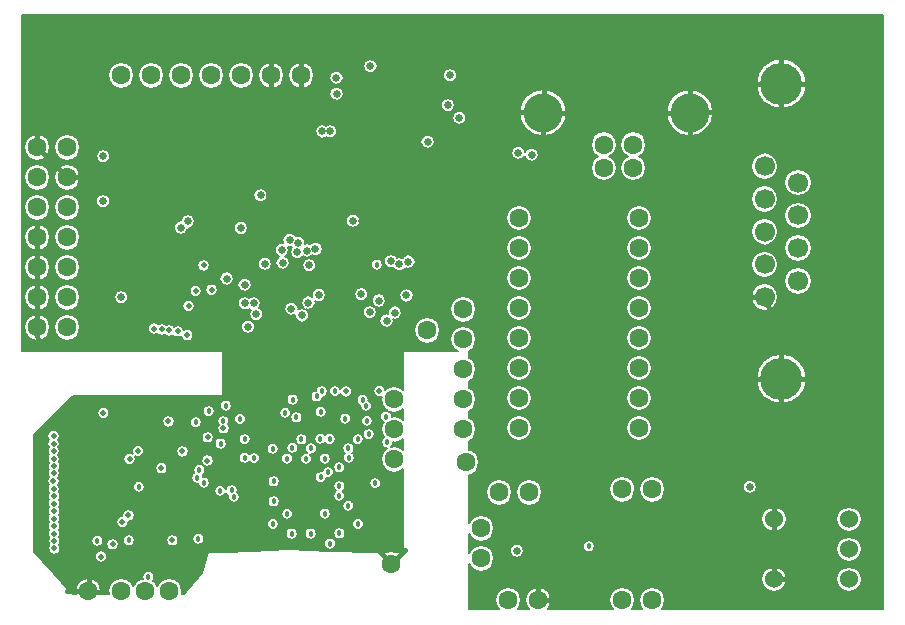
<source format=gbr>
G04 (created by PCBNEW-RS274X (2010-03-14)-final) date Mon 05 Jul 2010 03:41:04 PM EDT*
G01*
G70*
G90*
%MOIN*%
G04 Gerber Fmt 3.4, Leading zero omitted, Abs format*
%FSLAX34Y34*%
G04 APERTURE LIST*
%ADD10C,0.001000*%
%ADD11C,0.063000*%
%ADD12C,0.140000*%
%ADD13C,0.066900*%
%ADD14C,0.129900*%
%ADD15C,0.060000*%
%ADD16C,0.019000*%
%ADD17C,0.025000*%
%ADD18C,0.018000*%
%ADD19C,0.015000*%
%ADD20C,0.005000*%
G04 APERTURE END LIST*
G54D10*
G54D11*
X37400Y-31100D03*
X37400Y-32100D03*
X42100Y-29800D03*
X43100Y-29800D03*
X42100Y-33500D03*
X43100Y-33500D03*
X39000Y-29900D03*
X38000Y-29900D03*
X39300Y-33500D03*
X38300Y-33500D03*
X22600Y-18400D03*
X23600Y-18400D03*
X22600Y-19400D03*
X23600Y-19400D03*
X22600Y-20400D03*
X23600Y-20400D03*
X22600Y-21400D03*
X23600Y-21400D03*
X22600Y-22400D03*
X23600Y-22400D03*
X22600Y-23400D03*
X23600Y-23400D03*
X22600Y-24400D03*
X23600Y-24400D03*
G54D12*
X47400Y-26120D03*
G54D13*
X46841Y-23394D03*
X46841Y-22303D03*
X46841Y-21213D03*
X46841Y-20122D03*
X46841Y-19031D03*
X47959Y-22848D03*
X47959Y-21758D03*
X47959Y-20667D03*
X47959Y-19577D03*
G54D12*
X47400Y-16281D03*
G54D14*
X44341Y-17240D03*
X39459Y-17240D03*
G54D11*
X42463Y-18307D03*
X42463Y-19094D03*
X41479Y-19094D03*
X41479Y-18307D03*
G54D15*
X49650Y-32800D03*
X49650Y-31800D03*
X49650Y-30800D03*
X47150Y-30800D03*
X47150Y-32800D03*
G54D11*
X38650Y-22750D03*
X38650Y-21750D03*
X38650Y-20750D03*
X38650Y-23750D03*
X38650Y-24750D03*
X38650Y-25750D03*
X38650Y-26750D03*
X38650Y-27750D03*
X42650Y-20750D03*
X42650Y-21750D03*
X42650Y-22750D03*
X42650Y-23750D03*
X42650Y-24750D03*
X42650Y-25750D03*
X42650Y-26750D03*
X42650Y-27750D03*
X26200Y-33200D03*
X36800Y-26800D03*
X36800Y-27800D03*
X25400Y-33200D03*
X24300Y-33200D03*
X35600Y-24500D03*
X34500Y-26800D03*
X34500Y-27800D03*
X34500Y-28800D03*
X36800Y-25800D03*
X36800Y-24800D03*
X36800Y-23800D03*
X27000Y-33200D03*
X36900Y-28900D03*
X34400Y-32300D03*
X31400Y-16000D03*
X30400Y-16000D03*
X29400Y-16000D03*
X28400Y-16000D03*
X27400Y-16000D03*
X26400Y-16000D03*
X25400Y-16000D03*
G54D16*
X26996Y-24500D03*
G54D17*
X30753Y-21818D03*
X34384Y-22193D03*
X31264Y-21887D03*
X29893Y-23958D03*
G54D18*
X28708Y-28272D03*
X31406Y-28135D03*
X28695Y-29852D03*
X31723Y-28436D03*
G54D17*
X31982Y-23322D03*
G54D18*
X31232Y-27399D03*
X34258Y-28232D03*
X29511Y-28753D03*
X28882Y-27013D03*
X32038Y-28116D03*
G54D16*
X27281Y-24529D03*
G54D17*
X29509Y-22980D03*
X27619Y-20867D03*
X29385Y-21086D03*
G54D16*
X25436Y-30893D03*
X32894Y-26535D03*
X28803Y-27761D03*
X26744Y-24471D03*
X27881Y-23193D03*
G54D17*
X30184Y-22283D03*
G54D18*
X27930Y-29407D03*
X32346Y-28121D03*
G54D17*
X33395Y-23296D03*
G54D18*
X28151Y-29573D03*
X32862Y-27443D03*
G54D17*
X33680Y-23894D03*
G54D18*
X32074Y-26535D03*
X33916Y-22312D03*
G54D16*
X28140Y-22334D03*
G54D18*
X29151Y-30049D03*
X32967Y-28432D03*
G54D17*
X33986Y-23506D03*
G54D18*
X33440Y-26819D03*
G54D17*
X36284Y-16994D03*
X34240Y-24172D03*
G54D18*
X33559Y-27016D03*
G54D17*
X36664Y-17414D03*
X34516Y-23908D03*
X34672Y-22293D03*
G54D18*
X33283Y-28128D03*
G54D17*
X35609Y-18212D03*
X34969Y-22208D03*
G54D16*
X25958Y-28519D03*
G54D18*
X32984Y-28742D03*
G54D17*
X34906Y-23338D03*
G54D18*
X28309Y-27192D03*
X32963Y-30347D03*
G54D17*
X31070Y-23777D03*
X31872Y-21787D03*
G54D16*
X28272Y-28842D03*
G54D18*
X31109Y-26810D03*
G54D17*
X29622Y-24379D03*
X31576Y-21839D03*
X29519Y-23592D03*
X31009Y-21487D03*
G54D18*
X32521Y-26524D03*
X25653Y-31497D03*
X28800Y-27526D03*
G54D17*
X30776Y-22247D03*
G54D16*
X27596Y-24659D03*
X27644Y-23693D03*
G54D18*
X29077Y-29833D03*
G54D17*
X25395Y-23400D03*
G54D18*
X31106Y-28415D03*
X32046Y-27215D03*
G54D16*
X34002Y-26525D03*
G54D18*
X30864Y-27253D03*
X34224Y-27380D03*
G54D16*
X23164Y-31767D03*
X23139Y-29536D03*
X23148Y-29271D03*
X23150Y-29028D03*
X23148Y-28782D03*
X23147Y-28528D03*
X23145Y-28273D03*
X23144Y-28028D03*
X23163Y-31520D03*
X23162Y-31273D03*
X23160Y-31023D03*
X23159Y-30774D03*
X23158Y-30527D03*
X23156Y-30274D03*
X23155Y-30033D03*
X23146Y-29778D03*
X28279Y-28063D03*
G54D18*
X31914Y-26702D03*
G54D17*
X31421Y-24001D03*
X31661Y-22331D03*
G54D16*
X26732Y-29094D03*
X27434Y-28535D03*
X25112Y-31630D03*
X25638Y-30669D03*
X24798Y-27255D03*
X26970Y-27536D03*
X24726Y-32043D03*
G54D18*
X25983Y-29718D03*
G54D16*
X25676Y-28792D03*
G54D18*
X33645Y-27960D03*
G54D16*
X27109Y-29981D03*
X25984Y-29393D03*
X27996Y-27791D03*
X27602Y-27775D03*
X26490Y-28412D03*
X25151Y-28035D03*
X26430Y-27005D03*
X24776Y-26999D03*
X27331Y-30795D03*
X25322Y-30548D03*
X25759Y-30940D03*
X24900Y-31001D03*
X24228Y-32543D03*
X23455Y-32226D03*
X25893Y-32074D03*
X26902Y-31906D03*
X27898Y-31138D03*
G54D18*
X29153Y-30407D03*
X28031Y-31951D03*
X30132Y-30603D03*
X30497Y-30589D03*
X31398Y-30643D03*
X31722Y-30643D03*
X32658Y-30661D03*
X33002Y-30661D03*
X33662Y-30482D03*
X32292Y-29713D03*
X32673Y-28738D03*
X31893Y-28774D03*
X31247Y-28777D03*
X30449Y-28784D03*
X30135Y-28753D03*
X30477Y-29190D03*
X30469Y-29869D03*
X33649Y-31748D03*
X28464Y-27673D03*
X33796Y-28185D03*
X29211Y-31750D03*
X30772Y-31591D03*
X31747Y-29896D03*
X31254Y-29897D03*
X31003Y-29409D03*
X31429Y-29399D03*
X32655Y-30944D03*
G54D17*
X46702Y-27821D03*
X46340Y-29209D03*
X38039Y-15901D03*
X37799Y-17387D03*
X35709Y-14405D03*
X36587Y-15278D03*
X37639Y-14125D03*
X37794Y-15502D03*
X33706Y-16504D03*
X33506Y-17408D03*
X32088Y-16950D03*
X32799Y-17812D03*
X33245Y-16394D03*
X36353Y-16676D03*
X35147Y-16586D03*
G54D18*
X34616Y-30305D03*
X34175Y-31487D03*
G54D17*
X40152Y-32338D03*
X40148Y-31065D03*
X39866Y-32338D03*
X39862Y-31061D03*
X39300Y-30748D03*
X38798Y-31139D03*
X38305Y-31021D03*
X43517Y-31396D03*
X43517Y-32005D03*
X43200Y-31694D03*
X41097Y-27300D03*
X41097Y-21243D03*
X45097Y-21236D03*
X45030Y-27269D03*
G54D16*
X23452Y-27567D03*
G54D17*
X26108Y-20429D03*
X29100Y-21958D03*
X29804Y-22793D03*
X30346Y-20000D03*
X33426Y-20849D03*
X32723Y-22769D03*
G54D18*
X34653Y-29889D03*
X28601Y-30818D03*
X28273Y-30495D03*
X27987Y-29778D03*
X25393Y-29721D03*
G54D17*
X24395Y-23098D03*
X27903Y-32565D03*
X27688Y-32797D03*
X37821Y-18097D03*
X34633Y-18197D03*
X50391Y-29199D03*
X50389Y-28299D03*
G54D18*
X25704Y-29752D03*
X25582Y-28052D03*
X27392Y-29320D03*
G54D17*
X35450Y-23197D03*
X46345Y-29719D03*
X32574Y-16611D03*
X36355Y-15998D03*
X32571Y-16080D03*
X39074Y-18642D03*
X38632Y-18582D03*
G54D18*
X27965Y-31450D03*
G54D17*
X29815Y-23599D03*
X31293Y-21586D03*
G54D18*
X32357Y-31606D03*
X40986Y-31697D03*
G54D17*
X38585Y-31844D03*
X27384Y-21075D03*
G54D16*
X26487Y-24442D03*
X28409Y-23149D03*
G54D18*
X33291Y-30955D03*
X30476Y-30200D03*
X30926Y-30616D03*
X32182Y-30609D03*
X32294Y-29227D03*
X32187Y-28780D03*
X30445Y-28448D03*
X32043Y-29393D03*
G54D16*
X27098Y-31497D03*
G54D18*
X26303Y-32717D03*
X24598Y-31518D03*
X27885Y-27566D03*
X28005Y-29155D03*
X30452Y-30954D03*
X31080Y-31272D03*
X31712Y-31274D03*
X32667Y-31269D03*
X32661Y-30018D03*
X32668Y-29695D03*
X32662Y-29071D03*
X31556Y-28783D03*
X30924Y-28773D03*
X30480Y-29533D03*
X29823Y-28758D03*
X29508Y-28125D03*
X33586Y-27517D03*
X29356Y-27455D03*
G54D17*
X33702Y-15695D03*
X28908Y-22772D03*
X28908Y-22772D03*
X30040Y-19996D03*
X33123Y-20849D03*
G54D18*
X33859Y-29595D03*
X24797Y-18698D03*
G54D17*
X24790Y-20195D03*
X24797Y-18698D03*
X31636Y-23574D03*
X32099Y-17870D03*
X32354Y-17865D03*
G54D19*
X24300Y-33200D02*
X23582Y-33197D01*
X24300Y-33200D02*
X24868Y-33209D01*
X24300Y-33200D02*
X24309Y-32658D01*
X22600Y-24400D02*
X22612Y-25076D01*
X22600Y-24400D02*
X22600Y-23400D01*
X22600Y-23400D02*
X22600Y-22400D01*
X22600Y-22400D02*
X22600Y-21400D01*
X22600Y-21400D02*
X22597Y-20925D01*
X22600Y-18400D02*
X23600Y-19400D01*
X23600Y-19400D02*
X24741Y-19383D01*
X22600Y-18400D02*
X22603Y-17565D01*
X30200Y-17800D02*
X30248Y-18520D01*
X30200Y-17800D02*
X30124Y-17087D01*
X30124Y-17087D02*
X30398Y-16777D01*
X30398Y-16777D02*
X30400Y-16000D01*
X30400Y-16000D02*
X30398Y-15265D01*
X31400Y-16000D02*
X31395Y-15324D01*
X31400Y-16000D02*
X31395Y-16536D01*
X39459Y-17240D02*
X38395Y-17187D01*
X39459Y-17240D02*
X40786Y-17240D01*
X39459Y-17240D02*
X39501Y-15976D01*
X39459Y-17240D02*
X39464Y-18519D01*
X44341Y-17240D02*
X44354Y-15985D01*
X44341Y-17240D02*
X44370Y-18549D01*
X44341Y-17240D02*
X43066Y-17240D01*
X44341Y-17240D02*
X45490Y-17232D01*
X47400Y-16281D02*
X49071Y-16279D01*
X47400Y-16281D02*
X47373Y-14858D01*
X47400Y-16281D02*
X45615Y-16323D01*
X47400Y-16281D02*
X47387Y-17714D01*
X46841Y-23394D02*
X45840Y-23402D01*
X46841Y-23394D02*
X47402Y-24861D01*
X47402Y-24861D02*
X47400Y-26120D01*
X47400Y-26120D02*
X48661Y-26135D01*
X47400Y-26120D02*
X47431Y-27834D01*
X47400Y-26120D02*
X46157Y-26135D01*
X47150Y-30800D02*
X47098Y-29340D01*
X47150Y-30800D02*
X47150Y-32800D01*
X47150Y-32800D02*
X47940Y-32809D01*
X39300Y-33500D02*
X39987Y-33493D01*
X39300Y-33500D02*
X39304Y-32981D01*
X34400Y-32300D02*
X34847Y-31826D01*
X34400Y-32300D02*
X33978Y-31868D01*
G54D10*
G36*
X50800Y-23075D02*
X50800Y-23900D01*
X50045Y-23075D01*
X50800Y-23075D01*
X50800Y-23075D01*
G37*
G54D20*
X50800Y-23075D02*
X50800Y-23900D01*
X50045Y-23075D01*
X50800Y-23075D01*
G54D10*
G36*
X49812Y-31409D02*
X49812Y-31191D01*
X50045Y-31325D01*
X49812Y-31409D01*
X49812Y-31409D01*
G37*
G54D20*
X49812Y-31409D02*
X49812Y-31191D01*
X50045Y-31325D01*
X49812Y-31409D01*
G54D10*
G36*
X50045Y-28025D02*
X50045Y-26375D01*
X50800Y-27200D01*
X50045Y-28025D01*
X50045Y-28025D01*
G37*
G54D20*
X50045Y-28025D02*
X50045Y-26375D01*
X50800Y-27200D01*
X50045Y-28025D01*
G54D10*
G36*
X50045Y-24725D02*
X50800Y-24725D01*
X50800Y-26375D01*
X50045Y-24725D01*
X50045Y-24725D01*
G37*
G54D20*
X50045Y-24725D02*
X50800Y-24725D01*
X50800Y-26375D01*
X50045Y-24725D01*
G54D10*
G36*
X50045Y-23075D02*
X50800Y-21425D01*
X50800Y-23075D01*
X50045Y-23075D01*
X50045Y-23075D01*
G37*
G54D20*
X50045Y-23075D02*
X50800Y-21425D01*
X50800Y-23075D01*
X50045Y-23075D01*
G54D10*
G36*
X50045Y-21425D02*
X50800Y-20600D01*
X50800Y-21425D01*
X50045Y-21425D01*
X50045Y-21425D01*
G37*
G54D20*
X50045Y-21425D02*
X50800Y-20600D01*
X50800Y-21425D01*
X50045Y-21425D01*
G54D10*
G36*
X50045Y-19775D02*
X50800Y-18950D01*
X50800Y-19775D01*
X50045Y-19775D01*
X50045Y-19775D01*
G37*
G54D20*
X50045Y-19775D02*
X50800Y-18950D01*
X50800Y-19775D01*
X50045Y-19775D01*
G54D10*
G36*
X50045Y-18125D02*
X50800Y-17300D01*
X50800Y-18125D01*
X50045Y-18125D01*
X50045Y-18125D01*
G37*
G54D20*
X50045Y-18125D02*
X50800Y-17300D01*
X50800Y-18125D01*
X50045Y-18125D01*
G54D10*
G36*
X50045Y-16475D02*
X50800Y-14825D01*
X50800Y-16475D01*
X50045Y-16475D01*
X50045Y-16475D01*
G37*
G54D20*
X50045Y-16475D02*
X50800Y-14825D01*
X50800Y-16475D01*
X50045Y-16475D01*
G54D10*
G36*
X50045Y-14825D02*
X50800Y-14000D01*
X50800Y-14825D01*
X50045Y-14825D01*
X50045Y-14825D01*
G37*
G54D20*
X50045Y-14825D02*
X50800Y-14000D01*
X50800Y-14825D01*
X50045Y-14825D01*
G54D10*
G36*
X50045Y-23075D02*
X48534Y-24725D01*
X48534Y-23075D01*
X50045Y-23075D01*
X50045Y-23075D01*
G37*
G54D20*
X50045Y-23075D02*
X48534Y-24725D01*
X48534Y-23075D01*
X50045Y-23075D01*
G54D10*
G36*
X50045Y-32975D02*
X50073Y-32800D01*
X50800Y-32975D01*
X50045Y-32975D01*
X50045Y-32975D01*
G37*
G54D20*
X50045Y-32975D02*
X50073Y-32800D01*
X50800Y-32975D01*
X50045Y-32975D01*
G54D10*
G36*
X50041Y-31638D02*
X50800Y-31481D01*
X50800Y-31567D01*
X50041Y-31638D01*
X50041Y-31638D01*
G37*
G54D20*
X50041Y-31638D02*
X50800Y-31481D01*
X50800Y-31567D01*
X50041Y-31638D01*
G54D10*
G36*
X48534Y-29675D02*
X48534Y-28025D01*
X50045Y-28025D01*
X48534Y-29675D01*
X48534Y-29675D01*
G37*
G54D20*
X48534Y-29675D02*
X48534Y-28025D01*
X50045Y-28025D01*
X48534Y-29675D01*
G54D10*
G36*
X50045Y-24725D02*
X50800Y-23900D01*
X50800Y-24725D01*
X50045Y-24725D01*
X50045Y-24725D01*
G37*
G54D20*
X50045Y-24725D02*
X50800Y-23900D01*
X50800Y-24725D01*
X50045Y-24725D01*
G54D10*
G36*
X48534Y-28025D02*
X48534Y-26375D01*
X50045Y-26375D01*
X48534Y-28025D01*
X48534Y-28025D01*
G37*
G54D20*
X48534Y-28025D02*
X48534Y-26375D01*
X50045Y-26375D01*
X48534Y-28025D01*
G54D10*
G36*
X48534Y-26375D02*
X48534Y-24725D01*
X50045Y-24725D01*
X48534Y-26375D01*
X48534Y-26375D01*
G37*
G54D20*
X48534Y-26375D02*
X48534Y-24725D01*
X50045Y-24725D01*
X48534Y-26375D01*
G54D10*
G36*
X50045Y-21425D02*
X50800Y-21425D01*
X50045Y-23075D01*
X50045Y-21425D01*
X50045Y-21425D01*
G37*
G54D20*
X50045Y-21425D02*
X50800Y-21425D01*
X50045Y-23075D01*
X50045Y-21425D01*
G54D10*
G36*
X48534Y-23075D02*
X48384Y-22672D01*
X50045Y-23075D01*
X48534Y-23075D01*
X48534Y-23075D01*
G37*
G54D20*
X48534Y-23075D02*
X48384Y-22672D01*
X50045Y-23075D01*
X48534Y-23075D01*
G54D10*
G36*
X50800Y-19775D02*
X50800Y-20600D01*
X50045Y-19775D01*
X50800Y-19775D01*
X50800Y-19775D01*
G37*
G54D20*
X50800Y-19775D02*
X50800Y-20600D01*
X50045Y-19775D01*
X50800Y-19775D01*
G54D10*
G36*
X48534Y-21425D02*
X48419Y-20667D01*
X50045Y-21425D01*
X48534Y-21425D01*
X48534Y-21425D01*
G37*
G54D20*
X48534Y-21425D02*
X48419Y-20667D01*
X50045Y-21425D01*
X48534Y-21425D01*
G54D10*
G36*
X50800Y-18125D02*
X50800Y-18950D01*
X50045Y-18125D01*
X50800Y-18125D01*
X50800Y-18125D01*
G37*
G54D20*
X50800Y-18125D02*
X50800Y-18950D01*
X50045Y-18125D01*
X50800Y-18125D01*
G54D10*
G36*
X48534Y-19775D02*
X48384Y-19401D01*
X50045Y-19775D01*
X48534Y-19775D01*
X48534Y-19775D01*
G37*
G54D20*
X48534Y-19775D02*
X48384Y-19401D01*
X50045Y-19775D01*
X48534Y-19775D01*
G54D10*
G36*
X50800Y-16475D02*
X50800Y-17300D01*
X50045Y-16475D01*
X50800Y-16475D01*
X50800Y-16475D01*
G37*
G54D20*
X50800Y-16475D02*
X50800Y-17300D01*
X50045Y-16475D01*
X50800Y-16475D01*
G54D10*
G36*
X50045Y-18125D02*
X48534Y-18125D01*
X50045Y-16475D01*
X50045Y-18125D01*
X50045Y-18125D01*
G37*
G54D20*
X50045Y-18125D02*
X48534Y-18125D01*
X50045Y-16475D01*
X50045Y-18125D01*
G54D10*
G36*
X50045Y-14825D02*
X50800Y-14825D01*
X50045Y-16475D01*
X50045Y-14825D01*
X50045Y-14825D01*
G37*
G54D20*
X50045Y-14825D02*
X50800Y-14825D01*
X50045Y-16475D01*
X50045Y-14825D01*
G54D10*
G36*
X50045Y-16475D02*
X48534Y-16475D01*
X50045Y-14825D01*
X50045Y-16475D01*
X50045Y-16475D01*
G37*
G54D20*
X50045Y-16475D02*
X48534Y-16475D01*
X50045Y-14825D01*
X50045Y-16475D01*
G54D10*
G36*
X50045Y-14825D02*
X48534Y-14825D01*
X50045Y-14000D01*
X50045Y-14825D01*
X50045Y-14825D01*
G37*
G54D20*
X50045Y-14825D02*
X48534Y-14825D01*
X50045Y-14000D01*
X50045Y-14825D01*
G54D10*
G36*
X50045Y-32975D02*
X50800Y-32975D01*
X49949Y-33099D01*
X50045Y-32975D01*
X50045Y-32975D01*
G37*
G54D20*
X50045Y-32975D02*
X50800Y-32975D01*
X49949Y-33099D01*
X50045Y-32975D01*
G54D10*
G36*
X50045Y-28025D02*
X50045Y-29675D01*
X48534Y-29675D01*
X50045Y-28025D01*
X50045Y-28025D01*
G37*
G54D20*
X50045Y-28025D02*
X50045Y-29675D01*
X48534Y-29675D01*
X50045Y-28025D01*
G54D10*
G36*
X47024Y-31325D02*
X46988Y-31191D01*
X47150Y-31223D01*
X47024Y-31325D01*
X47024Y-31325D01*
G37*
G54D20*
X47024Y-31325D02*
X46988Y-31191D01*
X47150Y-31223D01*
X47024Y-31325D01*
G54D10*
G36*
X50045Y-26375D02*
X50045Y-28025D01*
X48534Y-28025D01*
X50045Y-26375D01*
X50045Y-26375D01*
G37*
G54D20*
X50045Y-26375D02*
X50045Y-28025D01*
X48534Y-28025D01*
X50045Y-26375D01*
G54D10*
G36*
X50045Y-24725D02*
X50045Y-26375D01*
X48534Y-26375D01*
X50045Y-24725D01*
X50045Y-24725D01*
G37*
G54D20*
X50045Y-24725D02*
X50045Y-26375D01*
X48534Y-26375D01*
X50045Y-24725D01*
G54D10*
G36*
X47024Y-29675D02*
X47024Y-28025D01*
X48534Y-28025D01*
X47024Y-29675D01*
X47024Y-29675D01*
G37*
G54D20*
X47024Y-29675D02*
X47024Y-28025D01*
X48534Y-28025D01*
X47024Y-29675D01*
G54D10*
G36*
X50045Y-23075D02*
X50045Y-24725D01*
X48534Y-24725D01*
X50045Y-23075D01*
X50045Y-23075D01*
G37*
G54D20*
X50045Y-23075D02*
X50045Y-24725D01*
X48534Y-24725D01*
X50045Y-23075D01*
G54D10*
G36*
X45513Y-24725D02*
X46665Y-23819D01*
X47024Y-24725D01*
X45513Y-24725D01*
X45513Y-24725D01*
G37*
G54D20*
X45513Y-24725D02*
X46665Y-23819D01*
X47024Y-24725D01*
X45513Y-24725D01*
G54D10*
G36*
X48419Y-22848D02*
X48384Y-22672D01*
X48534Y-23075D01*
X48419Y-22848D01*
X48419Y-22848D01*
G37*
G54D20*
X48419Y-22848D02*
X48384Y-22672D01*
X48534Y-23075D01*
X48419Y-22848D01*
G54D10*
G36*
X47266Y-23218D02*
X47534Y-23024D01*
X47634Y-23173D01*
X47266Y-23218D01*
X47266Y-23218D01*
G37*
G54D20*
X47266Y-23218D02*
X47534Y-23024D01*
X47634Y-23173D01*
X47266Y-23218D01*
G54D10*
G36*
X50045Y-19775D02*
X50045Y-21425D01*
X48419Y-20667D01*
X50045Y-19775D01*
X50045Y-19775D01*
G37*
G54D20*
X50045Y-19775D02*
X50045Y-21425D01*
X48419Y-20667D01*
X50045Y-19775D01*
G54D10*
G36*
X48419Y-19577D02*
X48384Y-19401D01*
X48534Y-19775D01*
X48419Y-19577D01*
X48419Y-19577D01*
G37*
G54D20*
X48419Y-19577D02*
X48384Y-19401D01*
X48534Y-19775D01*
X48419Y-19577D01*
G54D10*
G36*
X48534Y-19775D02*
X48284Y-20342D01*
X48284Y-19902D01*
X48534Y-19775D01*
X48534Y-19775D01*
G37*
G54D20*
X48534Y-19775D02*
X48284Y-20342D01*
X48284Y-19902D01*
X48534Y-19775D01*
G54D10*
G36*
X50045Y-16475D02*
X48534Y-18125D01*
X48534Y-16475D01*
X50045Y-16475D01*
X50045Y-16475D01*
G37*
G54D20*
X50045Y-16475D02*
X48534Y-18125D01*
X48534Y-16475D01*
X50045Y-16475D01*
G54D10*
G36*
X45513Y-18125D02*
X46801Y-16880D01*
X47024Y-18125D01*
X45513Y-18125D01*
X45513Y-18125D01*
G37*
G54D20*
X45513Y-18125D02*
X46801Y-16880D01*
X47024Y-18125D01*
X45513Y-18125D01*
G54D10*
G36*
X50045Y-14825D02*
X48534Y-16475D01*
X48534Y-14825D01*
X50045Y-14825D01*
X50045Y-14825D01*
G37*
G54D20*
X50045Y-14825D02*
X48534Y-16475D01*
X48534Y-14825D01*
X50045Y-14825D01*
G54D10*
G36*
X48534Y-16475D02*
X48183Y-16605D01*
X48247Y-16281D01*
X48534Y-16475D01*
X48534Y-16475D01*
G37*
G54D20*
X48534Y-16475D02*
X48183Y-16605D01*
X48247Y-16281D01*
X48534Y-16475D01*
G54D10*
G36*
X48534Y-14825D02*
X47024Y-14825D01*
X48534Y-14000D01*
X48534Y-14825D01*
X48534Y-14825D01*
G37*
G54D20*
X48534Y-14825D02*
X47024Y-14825D01*
X48534Y-14000D01*
X48534Y-14825D01*
G54D10*
G36*
X47573Y-30800D02*
X47541Y-30638D01*
X48534Y-31325D01*
X47573Y-30800D01*
X47573Y-30800D01*
G37*
G54D20*
X47573Y-30800D02*
X47541Y-30638D01*
X48534Y-31325D01*
X47573Y-30800D01*
G54D10*
G36*
X48534Y-28025D02*
X48534Y-29675D01*
X47024Y-29675D01*
X48534Y-28025D01*
X48534Y-28025D01*
G37*
G54D20*
X48534Y-28025D02*
X48534Y-29675D01*
X47024Y-29675D01*
X48534Y-28025D01*
G54D10*
G36*
X45513Y-28025D02*
X46801Y-26719D01*
X47024Y-28025D01*
X45513Y-28025D01*
X45513Y-28025D01*
G37*
G54D20*
X45513Y-28025D02*
X46801Y-26719D01*
X47024Y-28025D01*
X45513Y-28025D01*
G54D10*
G36*
X48247Y-26120D02*
X48183Y-25796D01*
X48534Y-26375D01*
X48247Y-26120D01*
X48247Y-26120D01*
G37*
G54D20*
X48247Y-26120D02*
X48183Y-25796D01*
X48534Y-26375D01*
X48247Y-26120D01*
G54D10*
G36*
X47024Y-29675D02*
X46513Y-29551D01*
X47024Y-28025D01*
X47024Y-29675D01*
X47024Y-29675D01*
G37*
G54D20*
X47024Y-29675D02*
X46513Y-29551D01*
X47024Y-28025D01*
X47024Y-29675D01*
G54D10*
G36*
X48534Y-24725D02*
X47166Y-23719D01*
X47959Y-23308D01*
X48534Y-24725D01*
X48534Y-24725D01*
G37*
G54D20*
X48534Y-24725D02*
X47166Y-23719D01*
X47959Y-23308D01*
X48534Y-24725D01*
G54D10*
G36*
X48534Y-24725D02*
X47724Y-25337D01*
X47024Y-24725D01*
X48534Y-24725D01*
X48534Y-24725D01*
G37*
G54D20*
X48534Y-24725D02*
X47724Y-25337D01*
X47024Y-24725D01*
X48534Y-24725D01*
G54D10*
G36*
X46841Y-22934D02*
X47017Y-22728D01*
X47017Y-22969D01*
X46841Y-22934D01*
X46841Y-22934D01*
G37*
G54D20*
X46841Y-22934D02*
X47017Y-22728D01*
X47017Y-22969D01*
X46841Y-22934D01*
G54D10*
G36*
X48534Y-18125D02*
X47999Y-16880D01*
X48534Y-16475D01*
X48534Y-18125D01*
X48534Y-18125D01*
G37*
G54D20*
X48534Y-18125D02*
X47999Y-16880D01*
X48534Y-16475D01*
X48534Y-18125D01*
G54D10*
G36*
X45513Y-23075D02*
X44003Y-24725D01*
X44003Y-23075D01*
X45513Y-23075D01*
X45513Y-23075D01*
G37*
G54D20*
X45513Y-23075D02*
X44003Y-24725D01*
X44003Y-23075D01*
X45513Y-23075D01*
G54D10*
G36*
X45513Y-32975D02*
X44758Y-33800D01*
X44003Y-32975D01*
X45513Y-32975D01*
X45513Y-32975D01*
G37*
G54D20*
X45513Y-32975D02*
X44758Y-33800D01*
X44003Y-32975D01*
X45513Y-32975D01*
G54D10*
G36*
X44003Y-32975D02*
X44003Y-31325D01*
X45513Y-31325D01*
X44003Y-32975D01*
X44003Y-32975D01*
G37*
G54D20*
X44003Y-32975D02*
X44003Y-31325D01*
X45513Y-31325D01*
X44003Y-32975D01*
G54D10*
G36*
X44003Y-31325D02*
X44003Y-29675D01*
X45513Y-29675D01*
X44003Y-31325D01*
X44003Y-31325D01*
G37*
G54D20*
X44003Y-31325D02*
X44003Y-29675D01*
X45513Y-29675D01*
X44003Y-31325D01*
G54D10*
G36*
X44003Y-29675D02*
X44003Y-28025D01*
X45513Y-28025D01*
X44003Y-29675D01*
X44003Y-29675D01*
G37*
G54D20*
X44003Y-29675D02*
X44003Y-28025D01*
X45513Y-28025D01*
X44003Y-29675D01*
G54D10*
G36*
X44003Y-28025D02*
X44003Y-26375D01*
X45513Y-26375D01*
X44003Y-28025D01*
X44003Y-28025D01*
G37*
G54D20*
X44003Y-28025D02*
X44003Y-26375D01*
X45513Y-26375D01*
X44003Y-28025D01*
G54D10*
G36*
X44003Y-26375D02*
X44003Y-24725D01*
X45513Y-24725D01*
X44003Y-26375D01*
X44003Y-26375D01*
G37*
G54D20*
X44003Y-26375D02*
X44003Y-24725D01*
X45513Y-24725D01*
X44003Y-26375D01*
G54D10*
G36*
X45513Y-23075D02*
X44003Y-23075D01*
X45513Y-21425D01*
X45513Y-23075D01*
X45513Y-23075D01*
G37*
G54D20*
X45513Y-23075D02*
X44003Y-23075D01*
X45513Y-21425D01*
X45513Y-23075D01*
G54D10*
G36*
X45513Y-21425D02*
X44003Y-21425D01*
X45513Y-19775D01*
X45513Y-21425D01*
X45513Y-21425D01*
G37*
G54D20*
X45513Y-21425D02*
X44003Y-21425D01*
X45513Y-19775D01*
X45513Y-21425D01*
G54D10*
G36*
X44003Y-19775D02*
X44645Y-17973D01*
X45513Y-19775D01*
X44003Y-19775D01*
X44003Y-19775D01*
G37*
G54D20*
X44003Y-19775D02*
X44645Y-17973D01*
X45513Y-19775D01*
X44003Y-19775D01*
G54D10*
G36*
X45513Y-18125D02*
X45513Y-19775D01*
X44645Y-17973D01*
X45513Y-18125D01*
X45513Y-18125D01*
G37*
G54D20*
X45513Y-18125D02*
X45513Y-19775D01*
X44645Y-17973D01*
X45513Y-18125D01*
G54D10*
G36*
X48534Y-14825D02*
X47724Y-15498D01*
X47024Y-14825D01*
X48534Y-14825D01*
X48534Y-14825D01*
G37*
G54D20*
X48534Y-14825D02*
X47724Y-15498D01*
X47024Y-14825D01*
X48534Y-14825D01*
G54D10*
G36*
X44341Y-16447D02*
X44003Y-14825D01*
X44645Y-16507D01*
X44341Y-16447D01*
X44341Y-16447D01*
G37*
G54D20*
X44341Y-16447D02*
X44003Y-14825D01*
X44645Y-16507D01*
X44341Y-16447D01*
G54D10*
G36*
X44003Y-26375D02*
X43089Y-25750D01*
X44003Y-24725D01*
X44003Y-26375D01*
X44003Y-26375D01*
G37*
G54D20*
X44003Y-26375D02*
X43089Y-25750D01*
X44003Y-24725D01*
X44003Y-26375D01*
G54D10*
G36*
X45513Y-32975D02*
X45513Y-33800D01*
X44758Y-33800D01*
X45513Y-32975D01*
X45513Y-32975D01*
G37*
G54D20*
X45513Y-32975D02*
X45513Y-33800D01*
X44758Y-33800D01*
X45513Y-32975D01*
G54D10*
G36*
X45513Y-31325D02*
X45513Y-32975D01*
X44003Y-32975D01*
X45513Y-31325D01*
X45513Y-31325D01*
G37*
G54D20*
X45513Y-31325D02*
X45513Y-32975D01*
X44003Y-32975D01*
X45513Y-31325D01*
G54D10*
G36*
X45513Y-29675D02*
X45513Y-31325D01*
X44003Y-31325D01*
X45513Y-29675D01*
X45513Y-29675D01*
G37*
G54D20*
X45513Y-29675D02*
X45513Y-31325D01*
X44003Y-31325D01*
X45513Y-29675D01*
G54D10*
G36*
X45513Y-28025D02*
X45513Y-29675D01*
X44003Y-29675D01*
X45513Y-28025D01*
X45513Y-28025D01*
G37*
G54D20*
X45513Y-28025D02*
X45513Y-29675D01*
X44003Y-29675D01*
X45513Y-28025D01*
G54D10*
G36*
X44003Y-31325D02*
X43100Y-33061D01*
X42492Y-31325D01*
X44003Y-31325D01*
X44003Y-31325D01*
G37*
G54D20*
X44003Y-31325D02*
X43100Y-33061D01*
X42492Y-31325D01*
X44003Y-31325D01*
G54D10*
G36*
X45513Y-26375D02*
X45513Y-28025D01*
X44003Y-28025D01*
X45513Y-26375D01*
X45513Y-26375D01*
G37*
G54D20*
X45513Y-26375D02*
X45513Y-28025D01*
X44003Y-28025D01*
X45513Y-26375D01*
G54D10*
G36*
X40982Y-31325D02*
X41932Y-30205D01*
X42492Y-31325D01*
X40982Y-31325D01*
X40982Y-31325D01*
G37*
G54D20*
X40982Y-31325D02*
X41932Y-30205D01*
X42492Y-31325D01*
X40982Y-31325D01*
G54D10*
G36*
X45513Y-24725D02*
X45513Y-26375D01*
X44003Y-26375D01*
X45513Y-24725D01*
X45513Y-24725D01*
G37*
G54D20*
X45513Y-24725D02*
X45513Y-26375D01*
X44003Y-26375D01*
X45513Y-24725D01*
G54D10*
G36*
X45513Y-23075D02*
X45513Y-24725D01*
X44003Y-24725D01*
X45513Y-23075D01*
X45513Y-23075D01*
G37*
G54D20*
X45513Y-23075D02*
X45513Y-24725D01*
X44003Y-24725D01*
X45513Y-23075D01*
G54D10*
G36*
X45513Y-21425D02*
X44003Y-23075D01*
X44003Y-21425D01*
X45513Y-21425D01*
X45513Y-21425D01*
G37*
G54D20*
X45513Y-21425D02*
X44003Y-23075D01*
X44003Y-21425D01*
X45513Y-21425D01*
G54D10*
G36*
X40982Y-23075D02*
X40982Y-21425D01*
X42245Y-22582D01*
X40982Y-23075D01*
X40982Y-23075D01*
G37*
G54D20*
X40982Y-23075D02*
X40982Y-21425D01*
X42245Y-22582D01*
X40982Y-23075D01*
G54D10*
G36*
X45513Y-19775D02*
X44003Y-21425D01*
X44003Y-19775D01*
X45513Y-19775D01*
X45513Y-19775D01*
G37*
G54D20*
X45513Y-19775D02*
X44003Y-21425D01*
X44003Y-19775D01*
X45513Y-19775D01*
G54D10*
G36*
X44003Y-18125D02*
X44341Y-18033D01*
X44003Y-19775D01*
X44003Y-18125D01*
X44003Y-18125D01*
G37*
G54D20*
X44003Y-18125D02*
X44341Y-18033D01*
X44003Y-19775D01*
X44003Y-18125D01*
G54D10*
G36*
X42773Y-18617D02*
X42868Y-18475D01*
X42773Y-18784D01*
X42773Y-18617D01*
X42773Y-18617D01*
G37*
G54D20*
X42773Y-18617D02*
X42868Y-18475D01*
X42773Y-18784D01*
X42773Y-18617D01*
G54D10*
G36*
X45513Y-14825D02*
X44645Y-16507D01*
X44003Y-14825D01*
X45513Y-14825D01*
X45513Y-14825D01*
G37*
G54D20*
X45513Y-14825D02*
X44645Y-16507D01*
X44003Y-14825D01*
X45513Y-14825D01*
G54D10*
G36*
X44003Y-16475D02*
X42492Y-16475D01*
X44003Y-14825D01*
X44003Y-16475D01*
X44003Y-16475D01*
G37*
G54D20*
X44003Y-16475D02*
X42492Y-16475D01*
X44003Y-14825D01*
X44003Y-16475D01*
G54D10*
G36*
X44003Y-32975D02*
X43539Y-33500D01*
X43505Y-33332D01*
X44003Y-32975D01*
X44003Y-32975D01*
G37*
G54D20*
X44003Y-32975D02*
X43539Y-33500D01*
X43505Y-33332D01*
X44003Y-32975D01*
G54D10*
G36*
X42695Y-29632D02*
X42513Y-29671D01*
X42505Y-29632D01*
X42695Y-29632D01*
X42695Y-29632D01*
G37*
G54D20*
X42695Y-29632D02*
X42513Y-29671D01*
X42505Y-29632D01*
X42695Y-29632D01*
G54D10*
G36*
X39471Y-32975D02*
X40844Y-31839D01*
X40982Y-32975D01*
X39471Y-32975D01*
X39471Y-32975D01*
G37*
G54D20*
X39471Y-32975D02*
X40844Y-31839D01*
X40982Y-32975D01*
X39471Y-32975D01*
G54D10*
G36*
X40982Y-24725D02*
X42211Y-25750D01*
X40982Y-26375D01*
X40982Y-24725D01*
X40982Y-24725D01*
G37*
G54D20*
X40982Y-24725D02*
X42211Y-25750D01*
X40982Y-26375D01*
X40982Y-24725D01*
G54D10*
G36*
X44003Y-23075D02*
X43055Y-22582D01*
X44003Y-21425D01*
X44003Y-23075D01*
X44003Y-23075D01*
G37*
G54D20*
X44003Y-23075D02*
X43055Y-22582D01*
X44003Y-21425D01*
X44003Y-23075D01*
G54D10*
G36*
X44003Y-19775D02*
X44003Y-21425D01*
X43089Y-20750D01*
X44003Y-19775D01*
X44003Y-19775D01*
G37*
G54D20*
X44003Y-19775D02*
X44003Y-21425D01*
X43089Y-20750D01*
X44003Y-19775D01*
G54D10*
G36*
X39471Y-19775D02*
X41074Y-19262D01*
X40982Y-19775D01*
X39471Y-19775D01*
X39471Y-19775D01*
G37*
G54D20*
X39471Y-19775D02*
X41074Y-19262D01*
X40982Y-19775D01*
X39471Y-19775D01*
G54D10*
G36*
X44003Y-14825D02*
X42492Y-16475D01*
X42492Y-14825D01*
X44003Y-14825D01*
X44003Y-14825D01*
G37*
G54D20*
X44003Y-14825D02*
X42492Y-16475D01*
X42492Y-14825D01*
X44003Y-14825D01*
G54D10*
G36*
X42492Y-16475D02*
X40982Y-16475D01*
X42492Y-14825D01*
X42492Y-16475D01*
X42492Y-16475D01*
G37*
G54D20*
X42492Y-16475D02*
X40982Y-16475D01*
X42492Y-14825D01*
X42492Y-16475D01*
G54D10*
G36*
X40982Y-24725D02*
X39471Y-26375D01*
X39471Y-24725D01*
X40982Y-24725D01*
X40982Y-24725D01*
G37*
G54D20*
X40982Y-24725D02*
X39471Y-26375D01*
X39471Y-24725D01*
X40982Y-24725D01*
G54D10*
G36*
X42492Y-32975D02*
X42790Y-33190D01*
X42410Y-33190D01*
X42492Y-32975D01*
X42492Y-32975D01*
G37*
G54D20*
X42492Y-32975D02*
X42790Y-33190D01*
X42410Y-33190D01*
X42492Y-32975D01*
G54D10*
G36*
X40982Y-29675D02*
X40982Y-31325D01*
X39405Y-30068D01*
X40982Y-29675D01*
X40982Y-29675D01*
G37*
G54D20*
X40982Y-29675D02*
X40982Y-31325D01*
X39405Y-30068D01*
X40982Y-29675D01*
G54D10*
G36*
X39471Y-29675D02*
X39471Y-28025D01*
X40982Y-28025D01*
X39471Y-29675D01*
X39471Y-29675D01*
G37*
G54D20*
X39471Y-29675D02*
X39471Y-28025D01*
X40982Y-28025D01*
X39471Y-29675D01*
G54D10*
G36*
X39471Y-28025D02*
X39471Y-26375D01*
X40982Y-26375D01*
X39471Y-28025D01*
X39471Y-28025D01*
G37*
G54D20*
X39471Y-28025D02*
X39471Y-26375D01*
X40982Y-26375D01*
X39471Y-28025D01*
G54D10*
G36*
X40982Y-24725D02*
X39471Y-24725D01*
X40982Y-23075D01*
X40982Y-24725D01*
X40982Y-24725D01*
G37*
G54D20*
X40982Y-24725D02*
X39471Y-24725D01*
X40982Y-23075D01*
X40982Y-24725D01*
G54D10*
G36*
X40982Y-23075D02*
X39471Y-23075D01*
X40982Y-21425D01*
X40982Y-23075D01*
X40982Y-23075D01*
G37*
G54D20*
X40982Y-23075D02*
X39471Y-23075D01*
X40982Y-21425D01*
X40982Y-23075D01*
G54D10*
G36*
X41479Y-19533D02*
X42245Y-20582D01*
X40982Y-19775D01*
X41479Y-19533D01*
X41479Y-19533D01*
G37*
G54D20*
X41479Y-19533D02*
X42245Y-20582D01*
X40982Y-19775D01*
X41479Y-19533D01*
G54D10*
G36*
X40982Y-21425D02*
X39471Y-21425D01*
X40982Y-19775D01*
X40982Y-21425D01*
X40982Y-21425D01*
G37*
G54D20*
X40982Y-21425D02*
X39471Y-21425D01*
X40982Y-19775D01*
X40982Y-21425D01*
G54D10*
G36*
X42295Y-17902D02*
X41647Y-17902D01*
X42492Y-16475D01*
X42295Y-17902D01*
X42295Y-17902D01*
G37*
G54D20*
X42295Y-17902D02*
X41647Y-17902D01*
X42492Y-16475D01*
X42295Y-17902D01*
G54D10*
G36*
X42492Y-14825D02*
X40982Y-16475D01*
X40982Y-14825D01*
X42492Y-14825D01*
X42492Y-14825D01*
G37*
G54D20*
X42492Y-14825D02*
X40982Y-16475D01*
X40982Y-14825D01*
X42492Y-14825D01*
G54D10*
G36*
X40982Y-16475D02*
X39763Y-16507D01*
X40982Y-14825D01*
X40982Y-16475D01*
X40982Y-16475D01*
G37*
G54D20*
X40982Y-16475D02*
X39763Y-16507D01*
X40982Y-14825D01*
X40982Y-16475D01*
G54D10*
G36*
X39471Y-31325D02*
X39405Y-30068D01*
X40982Y-31325D01*
X39471Y-31325D01*
X39471Y-31325D01*
G37*
G54D20*
X39471Y-31325D02*
X39405Y-30068D01*
X40982Y-31325D01*
X39471Y-31325D01*
G54D10*
G36*
X40982Y-28025D02*
X40982Y-29675D01*
X39471Y-29675D01*
X40982Y-28025D01*
X40982Y-28025D01*
G37*
G54D20*
X40982Y-28025D02*
X40982Y-29675D01*
X39471Y-29675D01*
X40982Y-28025D01*
G54D10*
G36*
X40982Y-26375D02*
X40982Y-28025D01*
X39471Y-28025D01*
X40982Y-26375D01*
X40982Y-26375D01*
G37*
G54D20*
X40982Y-26375D02*
X40982Y-28025D01*
X39471Y-28025D01*
X40982Y-26375D01*
G54D10*
G36*
X37805Y-30932D02*
X38168Y-30305D01*
X37839Y-31100D01*
X37805Y-30932D01*
X37805Y-30932D01*
G37*
G54D20*
X37805Y-30932D02*
X38168Y-30305D01*
X37839Y-31100D01*
X37805Y-30932D01*
G54D10*
G36*
X40982Y-24725D02*
X40982Y-26375D01*
X39471Y-26375D01*
X40982Y-24725D01*
X40982Y-24725D01*
G37*
G54D20*
X40982Y-24725D02*
X40982Y-26375D01*
X39471Y-26375D01*
X40982Y-24725D01*
G54D10*
G36*
X40982Y-23075D02*
X39471Y-24725D01*
X39471Y-23075D01*
X40982Y-23075D01*
X40982Y-23075D01*
G37*
G54D20*
X40982Y-23075D02*
X39471Y-24725D01*
X39471Y-23075D01*
X40982Y-23075D01*
G54D10*
G36*
X40982Y-21425D02*
X39471Y-23075D01*
X39471Y-21425D01*
X40982Y-21425D01*
X40982Y-21425D01*
G37*
G54D20*
X40982Y-21425D02*
X39471Y-23075D01*
X39471Y-21425D01*
X40982Y-21425D01*
G54D10*
G36*
X39471Y-23075D02*
X39089Y-23750D01*
X39055Y-23582D01*
X39471Y-23075D01*
X39471Y-23075D01*
G37*
G54D20*
X39471Y-23075D02*
X39089Y-23750D01*
X39055Y-23582D01*
X39471Y-23075D01*
G54D10*
G36*
X40982Y-19775D02*
X39471Y-21425D01*
X39471Y-19775D01*
X40982Y-19775D01*
X40982Y-19775D01*
G37*
G54D20*
X40982Y-19775D02*
X39471Y-21425D01*
X39471Y-19775D01*
X40982Y-19775D01*
G54D10*
G36*
X41074Y-18926D02*
X41040Y-19094D01*
X39312Y-18642D01*
X41074Y-18926D01*
X41074Y-18926D01*
G37*
G54D20*
X41074Y-18926D02*
X41040Y-19094D01*
X39312Y-18642D01*
X41074Y-18926D01*
G54D10*
G36*
X38855Y-18733D02*
X38800Y-18750D01*
X38845Y-18683D01*
X38855Y-18733D01*
X38855Y-18733D01*
G37*
G54D20*
X38855Y-18733D02*
X38800Y-18750D01*
X38845Y-18683D01*
X38855Y-18733D01*
G54D10*
G36*
X40982Y-16475D02*
X41311Y-17902D01*
X40252Y-17240D01*
X40982Y-16475D01*
X40982Y-16475D01*
G37*
G54D20*
X40982Y-16475D02*
X41311Y-17902D01*
X40252Y-17240D01*
X40982Y-16475D01*
G54D10*
G36*
X39459Y-16447D02*
X39471Y-14825D01*
X39763Y-16507D01*
X39459Y-16447D01*
X39459Y-16447D01*
G37*
G54D20*
X39459Y-16447D02*
X39471Y-14825D01*
X39763Y-16507D01*
X39459Y-16447D01*
G54D10*
G36*
X38340Y-24440D02*
X38245Y-24582D01*
X38245Y-23918D01*
X38340Y-24440D01*
X38340Y-24440D01*
G37*
G54D20*
X38340Y-24440D02*
X38245Y-24582D01*
X38245Y-23918D01*
X38340Y-24440D01*
G54D10*
G36*
X39471Y-32975D02*
X39610Y-33190D01*
X39468Y-33095D01*
X39471Y-32975D01*
X39471Y-32975D01*
G37*
G54D20*
X39471Y-32975D02*
X39610Y-33190D01*
X39468Y-33095D01*
X39471Y-32975D01*
G54D10*
G36*
X39471Y-29675D02*
X40982Y-29675D01*
X39439Y-29900D01*
X39471Y-29675D01*
X39471Y-29675D01*
G37*
G54D20*
X39471Y-29675D02*
X40982Y-29675D01*
X39439Y-29900D01*
X39471Y-29675D01*
G54D10*
G36*
X39471Y-23075D02*
X39471Y-24725D01*
X39089Y-23750D01*
X39471Y-23075D01*
X39471Y-23075D01*
G37*
G54D20*
X39471Y-23075D02*
X39471Y-24725D01*
X39089Y-23750D01*
X39471Y-23075D01*
G54D10*
G36*
X38245Y-21918D02*
X38245Y-22582D01*
X36450Y-21425D01*
X38245Y-21918D01*
X38245Y-21918D01*
G37*
G54D20*
X38245Y-21918D02*
X38245Y-22582D01*
X36450Y-21425D01*
X38245Y-21918D01*
G54D10*
G36*
X36450Y-21425D02*
X36450Y-19775D01*
X38211Y-20750D01*
X36450Y-21425D01*
X36450Y-21425D01*
G37*
G54D20*
X36450Y-21425D02*
X36450Y-19775D01*
X38211Y-20750D01*
X36450Y-21425D01*
G54D10*
G36*
X39471Y-19775D02*
X38650Y-20311D01*
X38983Y-18861D01*
X39471Y-19775D01*
X39471Y-19775D01*
G37*
G54D20*
X39471Y-19775D02*
X38650Y-20311D01*
X38983Y-18861D01*
X39471Y-19775D01*
G54D10*
G36*
X37961Y-19775D02*
X36450Y-19775D01*
X37961Y-18125D01*
X37961Y-19775D01*
X37961Y-19775D01*
G37*
G54D20*
X37961Y-19775D02*
X36450Y-19775D01*
X37961Y-18125D01*
X37961Y-19775D01*
G54D10*
G36*
X39471Y-14825D02*
X39155Y-16507D01*
X37961Y-14825D01*
X39471Y-14825D01*
X39471Y-14825D01*
G37*
G54D20*
X39471Y-14825D02*
X39155Y-16507D01*
X37961Y-14825D01*
X39471Y-14825D01*
G54D10*
G36*
X36193Y-16775D02*
X36264Y-16217D01*
X36450Y-16475D01*
X36193Y-16775D01*
X36193Y-16775D01*
G37*
G54D20*
X36193Y-16775D02*
X36264Y-16217D01*
X36450Y-16475D01*
X36193Y-16775D01*
G54D10*
G36*
X37961Y-21425D02*
X38245Y-21918D01*
X36450Y-21425D01*
X37961Y-21425D01*
X37961Y-21425D01*
G37*
G54D20*
X37961Y-21425D02*
X38245Y-21918D01*
X36450Y-21425D01*
X37961Y-21425D01*
G54D10*
G36*
X37961Y-19775D02*
X38211Y-20750D01*
X36450Y-19775D01*
X37961Y-19775D01*
X37961Y-19775D01*
G37*
G54D20*
X37961Y-19775D02*
X38211Y-20750D01*
X36450Y-19775D01*
X37961Y-19775D01*
G54D10*
G36*
X36450Y-21425D02*
X34939Y-21425D01*
X36450Y-19775D01*
X36450Y-21425D01*
X36450Y-21425D01*
G37*
G54D20*
X36450Y-21425D02*
X34939Y-21425D01*
X36450Y-19775D01*
X36450Y-21425D01*
G54D10*
G36*
X37961Y-18125D02*
X36450Y-19775D01*
X36450Y-18125D01*
X37961Y-18125D01*
X37961Y-18125D01*
G37*
G54D20*
X37961Y-18125D02*
X36450Y-19775D01*
X36450Y-18125D01*
X37961Y-18125D01*
G54D10*
G36*
X34939Y-18125D02*
X35441Y-18380D01*
X34939Y-19775D01*
X34939Y-18125D01*
X34939Y-18125D01*
G37*
G54D20*
X34939Y-18125D02*
X35441Y-18380D01*
X34939Y-19775D01*
X34939Y-18125D01*
G54D10*
G36*
X36883Y-17323D02*
X37961Y-16475D01*
X36902Y-17414D01*
X36883Y-17323D01*
X36883Y-17323D01*
G37*
G54D20*
X36883Y-17323D02*
X37961Y-16475D01*
X36902Y-17414D01*
X36883Y-17323D01*
G54D10*
G36*
X36593Y-15998D02*
X36574Y-15907D01*
X37961Y-16475D01*
X36593Y-15998D01*
X36593Y-15998D01*
G37*
G54D20*
X36593Y-15998D02*
X36574Y-15907D01*
X37961Y-16475D01*
X36593Y-15998D01*
G54D10*
G36*
X36450Y-14825D02*
X34939Y-14825D01*
X35695Y-14000D01*
X36450Y-14825D01*
X36450Y-14825D01*
G37*
G54D20*
X36450Y-14825D02*
X34939Y-14825D01*
X35695Y-14000D01*
X36450Y-14825D01*
G54D10*
G36*
X33680Y-24132D02*
X34021Y-24263D01*
X33429Y-24725D01*
X33680Y-24132D01*
X33680Y-24132D01*
G37*
G54D20*
X33680Y-24132D02*
X34021Y-24263D01*
X33429Y-24725D01*
X33680Y-24132D01*
G54D10*
G36*
X33429Y-31325D02*
X33291Y-31155D01*
X33332Y-31147D01*
X33429Y-31325D01*
X33429Y-31325D01*
G37*
G54D20*
X33429Y-31325D02*
X33291Y-31155D01*
X33332Y-31147D01*
X33429Y-31325D01*
G54D10*
G36*
X34815Y-23119D02*
X34738Y-23170D01*
X34672Y-22531D01*
X34815Y-23119D01*
X34815Y-23119D01*
G37*
G54D20*
X34815Y-23119D02*
X34738Y-23170D01*
X34672Y-22531D01*
X34815Y-23119D01*
G54D10*
G36*
X36450Y-19775D02*
X34939Y-21425D01*
X34939Y-19775D01*
X36450Y-19775D01*
X36450Y-19775D01*
G37*
G54D20*
X36450Y-19775D02*
X34939Y-21425D01*
X34939Y-19775D01*
X36450Y-19775D01*
G54D10*
G36*
X33429Y-21425D02*
X33361Y-20849D01*
X34939Y-21425D01*
X33429Y-21425D01*
X33429Y-21425D01*
G37*
G54D20*
X33429Y-21425D02*
X33361Y-20849D01*
X34939Y-21425D01*
X33429Y-21425D01*
G54D10*
G36*
X36450Y-19775D02*
X35777Y-18380D01*
X36450Y-18125D01*
X36450Y-19775D01*
X36450Y-19775D01*
G37*
G54D20*
X36450Y-19775D02*
X35777Y-18380D01*
X36450Y-18125D01*
X36450Y-19775D01*
G54D10*
G36*
X34939Y-19775D02*
X33429Y-19775D01*
X34939Y-18125D01*
X34939Y-19775D01*
X34939Y-19775D01*
G37*
G54D20*
X34939Y-19775D02*
X33429Y-19775D01*
X34939Y-18125D01*
X34939Y-19775D01*
G54D10*
G36*
X34939Y-18125D02*
X33429Y-18125D01*
X34939Y-16475D01*
X34939Y-18125D01*
X34939Y-18125D01*
G37*
G54D20*
X34939Y-18125D02*
X33429Y-18125D01*
X34939Y-16475D01*
X34939Y-18125D01*
G54D10*
G36*
X34939Y-14825D02*
X33429Y-14825D01*
X34184Y-14000D01*
X34939Y-14825D01*
X34939Y-14825D01*
G37*
G54D20*
X34939Y-14825D02*
X33429Y-14825D01*
X34184Y-14000D01*
X34939Y-14825D01*
G54D10*
G36*
X33491Y-30955D02*
X34800Y-31110D01*
X33476Y-31032D01*
X33491Y-30955D01*
X33491Y-30955D01*
G37*
G54D20*
X33491Y-30955D02*
X34800Y-31110D01*
X33476Y-31032D01*
X33491Y-30955D01*
G54D10*
G36*
X33429Y-24725D02*
X32521Y-26324D01*
X31918Y-24725D01*
X33429Y-24725D01*
X33429Y-24725D01*
G37*
G54D20*
X33429Y-24725D02*
X32521Y-26324D01*
X31918Y-24725D01*
X33429Y-24725D01*
G54D10*
G36*
X33361Y-20849D02*
X33342Y-20758D01*
X34939Y-21425D01*
X33361Y-20849D01*
X33361Y-20849D01*
G37*
G54D20*
X33361Y-20849D02*
X33342Y-20758D01*
X34939Y-21425D01*
X33361Y-20849D01*
G54D10*
G36*
X33429Y-21425D02*
X32110Y-21787D01*
X33032Y-21068D01*
X33429Y-21425D01*
X33429Y-21425D01*
G37*
G54D20*
X33429Y-21425D02*
X32110Y-21787D01*
X33032Y-21068D01*
X33429Y-21425D01*
G54D10*
G36*
X34939Y-18125D02*
X33429Y-19775D01*
X33429Y-18125D01*
X34939Y-18125D01*
X34939Y-18125D01*
G37*
G54D20*
X34939Y-18125D02*
X33429Y-19775D01*
X33429Y-18125D01*
X34939Y-18125D01*
G54D10*
G36*
X31918Y-19775D02*
X32445Y-18084D01*
X33429Y-19775D01*
X31918Y-19775D01*
X31918Y-19775D01*
G37*
G54D20*
X31918Y-19775D02*
X32445Y-18084D01*
X33429Y-19775D01*
X31918Y-19775D01*
G54D10*
G36*
X34939Y-16475D02*
X33429Y-18125D01*
X33429Y-16475D01*
X34939Y-16475D01*
X34939Y-16475D01*
G37*
G54D20*
X34939Y-16475D02*
X33429Y-18125D01*
X33429Y-16475D01*
X34939Y-16475D01*
G54D10*
G36*
X34939Y-14825D02*
X34939Y-16475D01*
X33940Y-15695D01*
X34939Y-14825D01*
X34939Y-14825D01*
G37*
G54D20*
X34939Y-14825D02*
X34939Y-16475D01*
X33940Y-15695D01*
X34939Y-14825D01*
G54D10*
G36*
X33429Y-14825D02*
X31918Y-14825D01*
X32674Y-14000D01*
X33429Y-14825D01*
X33429Y-14825D01*
G37*
G54D20*
X33429Y-14825D02*
X31918Y-14825D01*
X32674Y-14000D01*
X33429Y-14825D01*
G54D10*
G36*
X31918Y-24725D02*
X31109Y-26610D01*
X30408Y-24725D01*
X31918Y-24725D01*
X31918Y-24725D01*
G37*
G54D20*
X31918Y-24725D02*
X31109Y-26610D01*
X30408Y-24725D01*
X31918Y-24725D01*
G54D10*
G36*
X30900Y-31800D02*
X31157Y-31457D01*
X31761Y-31832D01*
X30900Y-31800D01*
X30900Y-31800D01*
G37*
G54D20*
X30900Y-31800D02*
X31157Y-31457D01*
X31761Y-31832D01*
X30900Y-31800D01*
G54D10*
G36*
X32194Y-27995D02*
X32180Y-27974D01*
X32204Y-27979D01*
X32194Y-27995D01*
X32194Y-27995D01*
G37*
G54D20*
X32194Y-27995D02*
X32180Y-27974D01*
X32204Y-27979D01*
X32194Y-27995D01*
G54D10*
G36*
X31918Y-19775D02*
X30408Y-19775D01*
X31918Y-18125D01*
X31918Y-19775D01*
X31918Y-19775D01*
G37*
G54D20*
X31918Y-19775D02*
X30408Y-19775D01*
X31918Y-18125D01*
X31918Y-19775D01*
G54D10*
G36*
X33429Y-18125D02*
X32742Y-16779D01*
X33429Y-16475D01*
X33429Y-18125D01*
X33429Y-18125D01*
G37*
G54D20*
X33429Y-18125D02*
X32742Y-16779D01*
X33429Y-16475D01*
X33429Y-18125D01*
G54D10*
G36*
X31918Y-16475D02*
X32355Y-16702D01*
X32008Y-17651D01*
X31918Y-16475D01*
X31918Y-16475D01*
G37*
G54D20*
X31918Y-16475D02*
X32355Y-16702D01*
X32008Y-17651D01*
X31918Y-16475D01*
G54D10*
G36*
X30408Y-14825D02*
X31163Y-14000D01*
X31918Y-14825D01*
X30408Y-14825D01*
X30408Y-14825D01*
G37*
G54D20*
X30408Y-14825D02*
X31163Y-14000D01*
X31918Y-14825D01*
X30408Y-14825D01*
G54D10*
G36*
X29622Y-24617D02*
X30408Y-26375D01*
X28800Y-25200D01*
X29622Y-24617D01*
X29622Y-24617D01*
G37*
G54D20*
X29622Y-24617D02*
X30408Y-26375D01*
X28800Y-25200D01*
X29622Y-24617D01*
G54D10*
G36*
X28897Y-31877D02*
X28897Y-31325D01*
X30408Y-31819D01*
X28897Y-31877D01*
X28897Y-31877D01*
G37*
G54D20*
X28897Y-31877D02*
X28897Y-31325D01*
X30408Y-31819D01*
X28897Y-31877D01*
G54D10*
G36*
X31918Y-26375D02*
X31109Y-26610D01*
X31918Y-24725D01*
X31918Y-26375D01*
X31918Y-26375D01*
G37*
G54D20*
X31918Y-26375D02*
X31109Y-26610D01*
X31918Y-24725D01*
X31918Y-26375D01*
G54D10*
G36*
X29067Y-27090D02*
X29214Y-27313D01*
X29024Y-27155D01*
X29067Y-27090D01*
X29067Y-27090D01*
G37*
G54D20*
X29067Y-27090D02*
X29214Y-27313D01*
X29024Y-27155D01*
X29067Y-27090D01*
G54D10*
G36*
X30408Y-21425D02*
X30534Y-21727D01*
X30184Y-22045D01*
X30408Y-21425D01*
X30408Y-21425D01*
G37*
G54D20*
X30408Y-21425D02*
X30534Y-21727D01*
X30184Y-22045D01*
X30408Y-21425D01*
G54D10*
G36*
X31918Y-18125D02*
X30408Y-19775D01*
X30408Y-18125D01*
X31918Y-18125D01*
X31918Y-18125D01*
G37*
G54D20*
X31918Y-18125D02*
X30408Y-19775D01*
X30408Y-18125D01*
X31918Y-18125D01*
G54D10*
G36*
X28897Y-18125D02*
X29400Y-16439D01*
X30408Y-18125D01*
X28897Y-18125D01*
X28897Y-18125D01*
G37*
G54D20*
X28897Y-18125D02*
X29400Y-16439D01*
X30408Y-18125D01*
X28897Y-18125D01*
G54D10*
G36*
X30408Y-14825D02*
X30408Y-14000D01*
X31163Y-14000D01*
X30408Y-14825D01*
X30408Y-14825D01*
G37*
G54D20*
X30408Y-14825D02*
X30408Y-14000D01*
X31163Y-14000D01*
X30408Y-14825D01*
G54D10*
G36*
X28897Y-14825D02*
X28897Y-14000D01*
X30408Y-14825D01*
X28897Y-14825D01*
X28897Y-14825D01*
G37*
G54D20*
X28897Y-14825D02*
X28897Y-14000D01*
X30408Y-14825D01*
X28897Y-14825D01*
G54D10*
G36*
X28837Y-29994D02*
X28935Y-29975D01*
X28951Y-30049D01*
X28837Y-29994D01*
X28837Y-29994D01*
G37*
G54D20*
X28837Y-29994D02*
X28935Y-29975D01*
X28951Y-30049D01*
X28837Y-29994D01*
G54D10*
G36*
X29311Y-28753D02*
X28850Y-28414D01*
X29326Y-28676D01*
X29311Y-28753D01*
X29311Y-28753D01*
G37*
G54D20*
X29311Y-28753D02*
X28850Y-28414D01*
X29326Y-28676D01*
X29311Y-28753D01*
G54D10*
G36*
X30408Y-31325D02*
X30408Y-31819D01*
X28897Y-31325D01*
X30408Y-31325D01*
X30408Y-31325D01*
G37*
G54D20*
X30408Y-31325D02*
X30408Y-31819D01*
X28897Y-31325D01*
X30408Y-31325D01*
G54D10*
G36*
X28897Y-26375D02*
X28800Y-25200D01*
X30408Y-26375D01*
X28897Y-26375D01*
X28897Y-26375D01*
G37*
G54D20*
X28897Y-26375D02*
X28800Y-25200D01*
X30408Y-26375D01*
X28897Y-26375D01*
G54D10*
G36*
X28800Y-26700D02*
X28740Y-26871D01*
X28587Y-26700D01*
X28800Y-26700D01*
X28800Y-26700D01*
G37*
G54D20*
X28800Y-26700D02*
X28740Y-26871D01*
X28587Y-26700D01*
X28800Y-26700D01*
G54D10*
G36*
X25876Y-21425D02*
X27216Y-21243D01*
X27387Y-21425D01*
X25876Y-21425D01*
X25876Y-21425D01*
G37*
G54D20*
X25876Y-21425D02*
X27216Y-21243D01*
X27387Y-21425D01*
X25876Y-21425D01*
G54D10*
G36*
X30408Y-18125D02*
X29949Y-19777D01*
X28897Y-18125D01*
X30408Y-18125D01*
X30408Y-18125D01*
G37*
G54D20*
X30408Y-18125D02*
X29949Y-19777D01*
X28897Y-18125D01*
X30408Y-18125D01*
G54D10*
G36*
X28897Y-19775D02*
X27387Y-19775D01*
X28897Y-18125D01*
X28897Y-19775D01*
X28897Y-19775D01*
G37*
G54D20*
X28897Y-19775D02*
X27387Y-19775D01*
X28897Y-18125D01*
X28897Y-19775D01*
G54D10*
G36*
X28897Y-16475D02*
X29400Y-16439D01*
X28897Y-18125D01*
X28897Y-16475D01*
X28897Y-16475D01*
G37*
G54D20*
X28897Y-16475D02*
X29400Y-16439D01*
X28897Y-18125D01*
X28897Y-16475D01*
G54D10*
G36*
X27387Y-18125D02*
X28400Y-16439D01*
X28897Y-18125D01*
X27387Y-18125D01*
X27387Y-18125D01*
G37*
G54D20*
X27387Y-18125D02*
X28400Y-16439D01*
X28897Y-18125D01*
X27387Y-18125D01*
G54D10*
G36*
X30408Y-14825D02*
X29568Y-15595D01*
X28897Y-14825D01*
X30408Y-14825D01*
X30408Y-14825D01*
G37*
G54D20*
X30408Y-14825D02*
X29568Y-15595D01*
X28897Y-14825D01*
X30408Y-14825D01*
G54D10*
G36*
X27387Y-14825D02*
X28142Y-14000D01*
X28897Y-14825D01*
X27387Y-14825D01*
X27387Y-14825D01*
G37*
G54D20*
X27387Y-14825D02*
X28142Y-14000D01*
X28897Y-14825D01*
X27387Y-14825D01*
G54D10*
G36*
X25626Y-30972D02*
X25717Y-30859D01*
X25876Y-31325D01*
X25626Y-30972D01*
X25626Y-30972D01*
G37*
G54D20*
X25626Y-30972D02*
X25717Y-30859D01*
X25876Y-31325D01*
X25626Y-30972D01*
G54D10*
G36*
X26891Y-27346D02*
X26180Y-26700D01*
X27221Y-26700D01*
X26891Y-27346D01*
X26891Y-27346D01*
G37*
G54D20*
X26891Y-27346D02*
X26180Y-26700D01*
X27221Y-26700D01*
X26891Y-27346D01*
G54D10*
G36*
X27881Y-22987D02*
X28061Y-22524D01*
X27960Y-23003D01*
X27881Y-22987D01*
X27881Y-22987D01*
G37*
G54D20*
X27881Y-22987D02*
X28061Y-22524D01*
X27960Y-23003D01*
X27881Y-22987D01*
G54D10*
G36*
X27710Y-21086D02*
X27787Y-21035D01*
X28140Y-22128D01*
X27710Y-21086D01*
X27710Y-21086D01*
G37*
G54D20*
X27710Y-21086D02*
X27787Y-21035D01*
X28140Y-22128D01*
X27710Y-21086D01*
G54D10*
G36*
X25876Y-23075D02*
X25876Y-21425D01*
X27387Y-21425D01*
X25876Y-23075D01*
X25876Y-23075D01*
G37*
G54D20*
X25876Y-23075D02*
X25876Y-21425D01*
X27387Y-21425D01*
X25876Y-23075D01*
G54D10*
G36*
X28897Y-18125D02*
X27387Y-19775D01*
X27387Y-18125D01*
X28897Y-18125D01*
X28897Y-18125D01*
G37*
G54D20*
X28897Y-18125D02*
X27387Y-19775D01*
X27387Y-18125D01*
X28897Y-18125D01*
G54D10*
G36*
X27387Y-19775D02*
X27216Y-20907D01*
X25876Y-19775D01*
X27387Y-19775D01*
X27387Y-19775D01*
G37*
G54D20*
X27387Y-19775D02*
X27216Y-20907D01*
X25876Y-19775D01*
X27387Y-19775D01*
G54D10*
G36*
X25876Y-19775D02*
X25876Y-18125D01*
X27387Y-18125D01*
X25876Y-19775D01*
X25876Y-19775D01*
G37*
G54D20*
X25876Y-19775D02*
X25876Y-18125D01*
X27387Y-18125D01*
X25876Y-19775D01*
G54D10*
G36*
X25876Y-16475D02*
X26400Y-16439D01*
X25876Y-18125D01*
X25876Y-16475D01*
X25876Y-16475D01*
G37*
G54D20*
X25876Y-16475D02*
X26400Y-16439D01*
X25876Y-18125D01*
X25876Y-16475D01*
G54D10*
G36*
X27387Y-14825D02*
X27387Y-14000D01*
X28142Y-14000D01*
X27387Y-14825D01*
X27387Y-14825D01*
G37*
G54D20*
X27387Y-14825D02*
X27387Y-14000D01*
X28142Y-14000D01*
X27387Y-14825D01*
G54D10*
G36*
X25768Y-28440D02*
X25597Y-28602D01*
X25876Y-28025D01*
X25768Y-28440D01*
X25768Y-28440D01*
G37*
G54D20*
X25768Y-28440D02*
X25597Y-28602D01*
X25876Y-28025D01*
X25768Y-28440D01*
G54D10*
G36*
X25436Y-31099D02*
X25511Y-31355D01*
X25357Y-31083D01*
X25436Y-31099D01*
X25436Y-31099D01*
G37*
G54D20*
X25436Y-31099D02*
X25511Y-31355D01*
X25357Y-31083D01*
X25436Y-31099D01*
G54D10*
G36*
X27387Y-21425D02*
X27387Y-23075D01*
X25876Y-23075D01*
X27387Y-21425D01*
X27387Y-21425D01*
G37*
G54D20*
X27387Y-21425D02*
X27387Y-23075D01*
X25876Y-23075D01*
X27387Y-21425D01*
G54D10*
G36*
X27387Y-18125D02*
X27387Y-19775D01*
X25876Y-19775D01*
X27387Y-18125D01*
X27387Y-18125D01*
G37*
G54D20*
X27387Y-18125D02*
X27387Y-19775D01*
X25876Y-19775D01*
X27387Y-18125D01*
G54D10*
G36*
X25876Y-21425D02*
X25304Y-23181D01*
X24366Y-21425D01*
X25876Y-21425D01*
X25876Y-21425D01*
G37*
G54D20*
X25876Y-21425D02*
X25304Y-23181D01*
X24366Y-21425D01*
X25876Y-21425D01*
G54D10*
G36*
X25876Y-18125D02*
X26400Y-16439D01*
X27387Y-18125D01*
X25876Y-18125D01*
X25876Y-18125D01*
G37*
G54D20*
X25876Y-18125D02*
X26400Y-16439D01*
X27387Y-18125D01*
X25876Y-18125D01*
G54D10*
G36*
X24366Y-14825D02*
X24995Y-15832D01*
X24366Y-16475D01*
X24366Y-14825D01*
X24366Y-14825D01*
G37*
G54D20*
X24366Y-14825D02*
X24995Y-15832D01*
X24366Y-16475D01*
X24366Y-14825D01*
G54D10*
G36*
X25828Y-30590D02*
X26125Y-29860D01*
X25844Y-30669D01*
X25828Y-30590D01*
X25828Y-30590D01*
G37*
G54D20*
X25828Y-30590D02*
X26125Y-29860D01*
X25844Y-30669D01*
X25828Y-30590D01*
G54D10*
G36*
X24005Y-20568D02*
X24699Y-20414D01*
X24366Y-21425D01*
X24005Y-20568D01*
X24005Y-20568D01*
G37*
G54D20*
X24005Y-20568D02*
X24699Y-20414D01*
X24366Y-21425D01*
X24005Y-20568D01*
G54D10*
G36*
X24039Y-19400D02*
X24706Y-18917D01*
X24366Y-19775D01*
X24039Y-19400D01*
X24039Y-19400D01*
G37*
G54D20*
X24039Y-19400D02*
X24706Y-18917D01*
X24366Y-19775D01*
X24039Y-19400D01*
G54D10*
G36*
X24366Y-18125D02*
X25400Y-16439D01*
X25876Y-18125D01*
X24366Y-18125D01*
X24366Y-18125D01*
G37*
G54D20*
X24366Y-18125D02*
X25400Y-16439D01*
X25876Y-18125D01*
X24366Y-18125D01*
G54D10*
G36*
X27387Y-14825D02*
X26568Y-15595D01*
X25876Y-14825D01*
X27387Y-14825D01*
X27387Y-14825D01*
G37*
G54D20*
X27387Y-14825D02*
X26568Y-15595D01*
X25876Y-14825D01*
X27387Y-14825D01*
G54D10*
G36*
X22768Y-17995D02*
X22855Y-16475D01*
X23432Y-17995D01*
X22768Y-17995D01*
X22768Y-17995D01*
G37*
G54D20*
X22768Y-17995D02*
X22855Y-16475D01*
X23432Y-17995D01*
X22768Y-17995D01*
G54D10*
G36*
X22855Y-16475D02*
X22855Y-14825D01*
X24366Y-14825D01*
X22855Y-16475D01*
X22855Y-16475D01*
G37*
G54D20*
X22855Y-16475D02*
X22855Y-14825D01*
X24366Y-14825D01*
X22855Y-16475D01*
G54D10*
G36*
X22950Y-30274D02*
X22966Y-30353D01*
X22500Y-30106D01*
X22950Y-30274D01*
X22950Y-30274D01*
G37*
G54D20*
X22950Y-30274D02*
X22966Y-30353D01*
X22500Y-30106D01*
X22950Y-30274D01*
G54D10*
G36*
X22855Y-28025D02*
X22939Y-28273D01*
X22500Y-28413D01*
X22855Y-28025D01*
X22855Y-28025D01*
G37*
G54D20*
X22855Y-28025D02*
X22939Y-28273D01*
X22500Y-28413D01*
X22855Y-28025D01*
G54D10*
G36*
X24366Y-16475D02*
X24366Y-18125D01*
X23768Y-17995D01*
X24366Y-16475D01*
X24366Y-16475D01*
G37*
G54D20*
X24366Y-16475D02*
X24366Y-18125D01*
X23768Y-17995D01*
X24366Y-16475D01*
G54D10*
G36*
X24366Y-14825D02*
X24366Y-16475D01*
X22855Y-16475D01*
X24366Y-14825D01*
X24366Y-14825D01*
G37*
G54D20*
X24366Y-14825D02*
X24366Y-16475D01*
X22855Y-16475D01*
X24366Y-14825D01*
G54D10*
G36*
X22855Y-14825D02*
X22855Y-14000D01*
X24366Y-14825D01*
X22855Y-14825D01*
X22855Y-14825D01*
G37*
G54D20*
X22855Y-14825D02*
X22855Y-14000D01*
X24366Y-14825D01*
X22855Y-14825D01*
G54D10*
G36*
X22944Y-29028D02*
X22960Y-29107D01*
X22500Y-29383D01*
X22944Y-29028D01*
X22944Y-29028D01*
G37*
G54D20*
X22944Y-29028D02*
X22960Y-29107D01*
X22500Y-29383D01*
X22944Y-29028D01*
G54D10*
G36*
X50045Y-14825D02*
X50045Y-14000D01*
X50800Y-14000D01*
X50045Y-14825D01*
X50045Y-14825D01*
G37*
G54D20*
X50045Y-14825D02*
X50045Y-14000D01*
X50800Y-14000D01*
X50045Y-14825D01*
G54D10*
G36*
X22855Y-14825D02*
X22855Y-16475D01*
X22100Y-14825D01*
X22855Y-14825D01*
X22855Y-14825D01*
G37*
G54D20*
X22855Y-14825D02*
X22855Y-16475D01*
X22100Y-14825D01*
X22855Y-14825D01*
G54D10*
G36*
X22855Y-28025D02*
X22500Y-28413D01*
X22500Y-28000D01*
X22855Y-28025D01*
X22855Y-28025D01*
G37*
G54D20*
X22855Y-28025D02*
X22500Y-28413D01*
X22500Y-28000D01*
X22855Y-28025D01*
G54D10*
G36*
X27439Y-33200D02*
X27405Y-33032D01*
X27500Y-33300D01*
X27439Y-33200D01*
X27439Y-33200D01*
G37*
G54D20*
X27439Y-33200D02*
X27405Y-33032D01*
X27500Y-33300D01*
X27439Y-33200D01*
G54D10*
G36*
X30637Y-31031D02*
X30895Y-31195D01*
X30594Y-31096D01*
X30637Y-31031D01*
X30637Y-31031D01*
G37*
G54D20*
X30637Y-31031D02*
X30895Y-31195D01*
X30594Y-31096D01*
X30637Y-31031D01*
G54D10*
G36*
X33429Y-31325D02*
X33476Y-31032D01*
X34232Y-31895D01*
X33429Y-31325D01*
X33429Y-31325D01*
G37*
G54D20*
X33429Y-31325D02*
X33476Y-31032D01*
X34232Y-31895D01*
X33429Y-31325D01*
G54D10*
G36*
X34800Y-25200D02*
X34002Y-26319D01*
X33429Y-24725D01*
X34800Y-25200D01*
X34800Y-25200D01*
G37*
G54D20*
X34800Y-25200D02*
X34002Y-26319D01*
X33429Y-24725D01*
X34800Y-25200D01*
G54D10*
G36*
X50800Y-33800D02*
X49949Y-33099D01*
X50800Y-32975D01*
X50800Y-33800D01*
X50800Y-33800D01*
G37*
G54D20*
X50800Y-33800D02*
X49949Y-33099D01*
X50800Y-32975D01*
X50800Y-33800D01*
G54D10*
G36*
X37839Y-31100D02*
X37961Y-31325D01*
X37805Y-31268D01*
X37839Y-31100D01*
X37839Y-31100D01*
G37*
G54D20*
X37839Y-31100D02*
X37961Y-31325D01*
X37805Y-31268D01*
X37839Y-31100D01*
G54D10*
G36*
X37805Y-31268D02*
X37961Y-31325D01*
X37710Y-31410D01*
X37805Y-31268D01*
X37805Y-31268D01*
G37*
G54D20*
X37805Y-31268D02*
X37961Y-31325D01*
X37710Y-31410D01*
X37805Y-31268D01*
G54D10*
G36*
X37710Y-31410D02*
X37961Y-31325D01*
X37710Y-31790D01*
X37710Y-31410D01*
X37710Y-31410D01*
G37*
G54D20*
X37710Y-31410D02*
X37961Y-31325D01*
X37710Y-31790D01*
X37710Y-31410D01*
G54D10*
G36*
X37568Y-31505D02*
X37710Y-31410D01*
X37568Y-31695D01*
X37568Y-31505D01*
X37568Y-31505D01*
G37*
G54D20*
X37568Y-31505D02*
X37710Y-31410D01*
X37568Y-31695D01*
X37568Y-31505D01*
G54D10*
G36*
X37400Y-31539D02*
X37568Y-31505D01*
X37400Y-31661D01*
X37400Y-31539D01*
X37400Y-31539D01*
G37*
G54D20*
X37400Y-31539D02*
X37568Y-31505D01*
X37400Y-31661D01*
X37400Y-31539D01*
G54D10*
G36*
X37090Y-31410D02*
X37000Y-31725D01*
X37000Y-31398D01*
X37090Y-31410D01*
X37090Y-31410D01*
G37*
G54D20*
X37090Y-31410D02*
X37000Y-31725D01*
X37000Y-31398D01*
X37090Y-31410D01*
G54D10*
G36*
X37090Y-30790D02*
X37000Y-30924D01*
X37000Y-30633D01*
X37090Y-30790D01*
X37090Y-30790D01*
G37*
G54D20*
X37090Y-30790D02*
X37000Y-30924D01*
X37000Y-30633D01*
X37090Y-30790D01*
G54D10*
G36*
X37090Y-30790D02*
X37000Y-30633D01*
X37232Y-30695D01*
X37090Y-30790D01*
X37090Y-30790D01*
G37*
G54D20*
X37090Y-30790D02*
X37000Y-30633D01*
X37232Y-30695D01*
X37090Y-30790D01*
G54D10*
G36*
X37000Y-30392D02*
X37000Y-29786D01*
X37595Y-30068D01*
X37000Y-30392D01*
X37000Y-30392D01*
G37*
G54D20*
X37000Y-30392D02*
X37000Y-29786D01*
X37595Y-30068D01*
X37000Y-30392D01*
G54D10*
G36*
X37961Y-32975D02*
X37710Y-32410D01*
X37805Y-32268D01*
X37961Y-32975D01*
X37961Y-32975D01*
G37*
G54D20*
X37961Y-32975D02*
X37710Y-32410D01*
X37805Y-32268D01*
X37961Y-32975D01*
G54D10*
G36*
X37895Y-33332D02*
X37400Y-32539D01*
X37961Y-32975D01*
X37895Y-33332D01*
X37895Y-33332D01*
G37*
G54D20*
X37895Y-33332D02*
X37400Y-32539D01*
X37961Y-32975D01*
X37895Y-33332D01*
G54D10*
G36*
X37710Y-32410D02*
X37961Y-32975D01*
X37568Y-32505D01*
X37710Y-32410D01*
X37710Y-32410D01*
G37*
G54D20*
X37710Y-32410D02*
X37961Y-32975D01*
X37568Y-32505D01*
X37710Y-32410D01*
G54D10*
G36*
X37568Y-32505D02*
X37961Y-32975D01*
X37400Y-32539D01*
X37568Y-32505D01*
X37568Y-32505D01*
G37*
G54D20*
X37568Y-32505D02*
X37961Y-32975D01*
X37400Y-32539D01*
X37568Y-32505D01*
G54D10*
G36*
X37090Y-31790D02*
X37000Y-31725D01*
X37232Y-31695D01*
X37090Y-31790D01*
X37090Y-31790D01*
G37*
G54D20*
X37090Y-31790D02*
X37000Y-31725D01*
X37232Y-31695D01*
X37090Y-31790D01*
G54D10*
G36*
X37400Y-32539D02*
X37895Y-33332D01*
X37000Y-32645D01*
X37400Y-32539D01*
X37400Y-32539D01*
G37*
G54D20*
X37400Y-32539D02*
X37895Y-33332D01*
X37000Y-32645D01*
X37400Y-32539D01*
G54D10*
G36*
X37232Y-32505D02*
X37400Y-32539D01*
X37000Y-32645D01*
X37232Y-32505D01*
X37232Y-32505D01*
G37*
G54D20*
X37232Y-32505D02*
X37400Y-32539D01*
X37000Y-32645D01*
X37232Y-32505D01*
G54D10*
G36*
X37090Y-31410D02*
X37232Y-31505D01*
X37000Y-31725D01*
X37090Y-31410D01*
X37090Y-31410D01*
G37*
G54D20*
X37090Y-31410D02*
X37232Y-31505D01*
X37000Y-31725D01*
X37090Y-31410D01*
G54D10*
G36*
X37090Y-32410D02*
X37000Y-32645D01*
X37000Y-32276D01*
X37090Y-32410D01*
X37090Y-32410D01*
G37*
G54D20*
X37090Y-32410D02*
X37000Y-32645D01*
X37000Y-32276D01*
X37090Y-32410D01*
G54D10*
G36*
X37232Y-31505D02*
X37232Y-31695D01*
X37000Y-31725D01*
X37232Y-31505D01*
X37232Y-31505D01*
G37*
G54D20*
X37232Y-31505D02*
X37232Y-31695D01*
X37000Y-31725D01*
X37232Y-31505D01*
G54D10*
G36*
X37232Y-31505D02*
X37400Y-31539D01*
X37232Y-31695D01*
X37232Y-31505D01*
X37232Y-31505D01*
G37*
G54D20*
X37232Y-31505D02*
X37400Y-31539D01*
X37232Y-31695D01*
X37232Y-31505D01*
G54D10*
G36*
X37400Y-31661D02*
X37232Y-31695D01*
X37400Y-31539D01*
X37400Y-31661D01*
X37400Y-31661D01*
G37*
G54D20*
X37400Y-31661D02*
X37232Y-31695D01*
X37400Y-31539D01*
X37400Y-31661D01*
G54D10*
G36*
X37568Y-31695D02*
X37400Y-31661D01*
X37568Y-31505D01*
X37568Y-31695D01*
X37568Y-31695D01*
G37*
G54D20*
X37568Y-31695D02*
X37400Y-31661D01*
X37568Y-31505D01*
X37568Y-31695D01*
G54D10*
G36*
X37710Y-31790D02*
X37568Y-31695D01*
X37710Y-31410D01*
X37710Y-31790D01*
X37710Y-31790D01*
G37*
G54D20*
X37710Y-31790D02*
X37568Y-31695D01*
X37710Y-31410D01*
X37710Y-31790D01*
G54D10*
G36*
X37961Y-31325D02*
X38366Y-31753D01*
X37710Y-31790D01*
X37961Y-31325D01*
X37961Y-31325D01*
G37*
G54D20*
X37961Y-31325D02*
X38366Y-31753D01*
X37710Y-31790D01*
X37961Y-31325D01*
G54D10*
G36*
X37805Y-31932D02*
X37710Y-31790D01*
X38366Y-31753D01*
X37805Y-31932D01*
X37805Y-31932D01*
G37*
G54D20*
X37805Y-31932D02*
X37710Y-31790D01*
X38366Y-31753D01*
X37805Y-31932D01*
G54D10*
G36*
X44003Y-31325D02*
X43505Y-29968D01*
X44003Y-29675D01*
X44003Y-31325D01*
X44003Y-31325D01*
G37*
G54D20*
X44003Y-31325D02*
X43505Y-29968D01*
X44003Y-29675D01*
X44003Y-31325D01*
G54D10*
G36*
X40982Y-29675D02*
X41790Y-30110D01*
X40982Y-31325D01*
X40982Y-29675D01*
X40982Y-29675D01*
G37*
G54D20*
X40982Y-29675D02*
X41790Y-30110D01*
X40982Y-31325D01*
X40982Y-29675D01*
G54D10*
G36*
X42410Y-30110D02*
X42932Y-30205D01*
X42268Y-30205D01*
X42410Y-30110D01*
X42410Y-30110D01*
G37*
G54D20*
X42410Y-30110D02*
X42932Y-30205D01*
X42268Y-30205D01*
X42410Y-30110D01*
G54D10*
G36*
X42268Y-30205D02*
X42492Y-31325D01*
X42100Y-30239D01*
X42268Y-30205D01*
X42268Y-30205D01*
G37*
G54D20*
X42268Y-30205D02*
X42492Y-31325D01*
X42100Y-30239D01*
X42268Y-30205D01*
G54D10*
G36*
X40982Y-28025D02*
X41790Y-29490D01*
X40982Y-29675D01*
X40982Y-28025D01*
X40982Y-28025D01*
G37*
G54D20*
X40982Y-28025D02*
X41790Y-29490D01*
X40982Y-29675D01*
X40982Y-28025D01*
G54D10*
G36*
X42100Y-30239D02*
X42492Y-31325D01*
X41932Y-30205D01*
X42100Y-30239D01*
X42100Y-30239D01*
G37*
G54D20*
X42100Y-30239D02*
X42492Y-31325D01*
X41932Y-30205D01*
X42100Y-30239D01*
G54D10*
G36*
X41932Y-30205D02*
X40982Y-31325D01*
X41790Y-30110D01*
X41932Y-30205D01*
X41932Y-30205D01*
G37*
G54D20*
X41932Y-30205D02*
X40982Y-31325D01*
X41790Y-30110D01*
X41932Y-30205D01*
G54D10*
G36*
X41790Y-30110D02*
X40982Y-29675D01*
X41695Y-29968D01*
X41790Y-30110D01*
X41790Y-30110D01*
G37*
G54D20*
X41790Y-30110D02*
X40982Y-29675D01*
X41695Y-29968D01*
X41790Y-30110D01*
G54D10*
G36*
X41695Y-29968D02*
X40982Y-29675D01*
X41661Y-29800D01*
X41695Y-29968D01*
X41695Y-29968D01*
G37*
G54D20*
X41695Y-29968D02*
X40982Y-29675D01*
X41661Y-29800D01*
X41695Y-29968D01*
G54D10*
G36*
X41661Y-29800D02*
X40982Y-29675D01*
X41695Y-29632D01*
X41661Y-29800D01*
X41661Y-29800D01*
G37*
G54D20*
X41661Y-29800D02*
X40982Y-29675D01*
X41695Y-29632D01*
X41661Y-29800D01*
G54D10*
G36*
X41695Y-29632D02*
X40982Y-29675D01*
X41790Y-29490D01*
X41695Y-29632D01*
X41695Y-29632D01*
G37*
G54D20*
X41695Y-29632D02*
X40982Y-29675D01*
X41790Y-29490D01*
X41695Y-29632D01*
G54D10*
G36*
X41790Y-29490D02*
X40982Y-28025D01*
X41932Y-29395D01*
X41790Y-29490D01*
X41790Y-29490D01*
G37*
G54D20*
X41790Y-29490D02*
X40982Y-28025D01*
X41932Y-29395D01*
X41790Y-29490D01*
G54D10*
G36*
X41932Y-29395D02*
X42340Y-28060D01*
X42100Y-29361D01*
X41932Y-29395D01*
X41932Y-29395D01*
G37*
G54D20*
X41932Y-29395D02*
X42340Y-28060D01*
X42100Y-29361D01*
X41932Y-29395D01*
G54D10*
G36*
X42100Y-29361D02*
X42340Y-28060D01*
X42482Y-28155D01*
X42100Y-29361D01*
X42100Y-29361D01*
G37*
G54D20*
X42100Y-29361D02*
X42340Y-28060D01*
X42482Y-28155D01*
X42100Y-29361D01*
G54D10*
G36*
X42268Y-29395D02*
X42100Y-29361D01*
X42482Y-28155D01*
X42268Y-29395D01*
X42268Y-29395D01*
G37*
G54D20*
X42268Y-29395D02*
X42100Y-29361D01*
X42482Y-28155D01*
X42268Y-29395D01*
G54D10*
G36*
X44003Y-29675D02*
X43410Y-29490D01*
X44003Y-28025D01*
X44003Y-29675D01*
X44003Y-29675D01*
G37*
G54D20*
X44003Y-29675D02*
X43410Y-29490D01*
X44003Y-28025D01*
X44003Y-29675D01*
G54D10*
G36*
X42492Y-31325D02*
X43100Y-30239D01*
X44003Y-31325D01*
X42492Y-31325D01*
X42492Y-31325D01*
G37*
G54D20*
X42492Y-31325D02*
X43100Y-30239D01*
X44003Y-31325D01*
X42492Y-31325D01*
G54D10*
G36*
X42505Y-29968D02*
X42539Y-29800D01*
X42695Y-29968D01*
X42505Y-29968D01*
X42505Y-29968D01*
G37*
G54D20*
X42505Y-29968D02*
X42539Y-29800D01*
X42695Y-29968D01*
X42505Y-29968D01*
G54D10*
G36*
X43539Y-29800D02*
X44003Y-29675D01*
X43505Y-29968D01*
X43539Y-29800D01*
X43539Y-29800D01*
G37*
G54D20*
X43539Y-29800D02*
X44003Y-29675D01*
X43505Y-29968D01*
X43539Y-29800D01*
G54D10*
G36*
X43505Y-29968D02*
X44003Y-31325D01*
X43410Y-30110D01*
X43505Y-29968D01*
X43505Y-29968D01*
G37*
G54D20*
X43505Y-29968D02*
X44003Y-31325D01*
X43410Y-30110D01*
X43505Y-29968D01*
G54D10*
G36*
X43410Y-30110D02*
X44003Y-31325D01*
X43268Y-30205D01*
X43410Y-30110D01*
X43410Y-30110D01*
G37*
G54D20*
X43410Y-30110D02*
X44003Y-31325D01*
X43268Y-30205D01*
X43410Y-30110D01*
G54D10*
G36*
X42268Y-30205D02*
X42932Y-30205D01*
X42492Y-31325D01*
X42268Y-30205D01*
X42268Y-30205D01*
G37*
G54D20*
X42268Y-30205D02*
X42932Y-30205D01*
X42492Y-31325D01*
X42268Y-30205D01*
G54D10*
G36*
X42505Y-29968D02*
X42790Y-30110D01*
X42410Y-30110D01*
X42505Y-29968D01*
X42505Y-29968D01*
G37*
G54D20*
X42505Y-29968D02*
X42790Y-30110D01*
X42410Y-30110D01*
X42505Y-29968D01*
G54D10*
G36*
X43268Y-30205D02*
X44003Y-31325D01*
X43100Y-30239D01*
X43268Y-30205D01*
X43268Y-30205D01*
G37*
G54D20*
X43268Y-30205D02*
X44003Y-31325D01*
X43100Y-30239D01*
X43268Y-30205D01*
G54D10*
G36*
X42505Y-29968D02*
X42695Y-29968D01*
X42790Y-30110D01*
X42505Y-29968D01*
X42505Y-29968D01*
G37*
G54D20*
X42505Y-29968D02*
X42695Y-29968D01*
X42790Y-30110D01*
X42505Y-29968D01*
G54D10*
G36*
X43100Y-30239D02*
X42492Y-31325D01*
X42932Y-30205D01*
X43100Y-30239D01*
X43100Y-30239D01*
G37*
G54D20*
X43100Y-30239D02*
X42492Y-31325D01*
X42932Y-30205D01*
X43100Y-30239D01*
G54D10*
G36*
X42932Y-30205D02*
X42410Y-30110D01*
X42790Y-30110D01*
X42932Y-30205D01*
X42932Y-30205D01*
G37*
G54D20*
X42932Y-30205D02*
X42410Y-30110D01*
X42790Y-30110D01*
X42932Y-30205D01*
G54D10*
G36*
X42539Y-29800D02*
X42661Y-29800D01*
X42695Y-29968D01*
X42539Y-29800D01*
X42539Y-29800D01*
G37*
G54D20*
X42539Y-29800D02*
X42661Y-29800D01*
X42695Y-29968D01*
X42539Y-29800D01*
G54D10*
G36*
X42505Y-29632D02*
X42410Y-29490D01*
X42695Y-29632D01*
X42505Y-29632D01*
X42505Y-29632D01*
G37*
G54D20*
X42505Y-29632D02*
X42410Y-29490D01*
X42695Y-29632D01*
X42505Y-29632D01*
G54D10*
G36*
X42695Y-29632D02*
X42410Y-29490D01*
X42790Y-29490D01*
X42695Y-29632D01*
X42695Y-29632D01*
G37*
G54D20*
X42695Y-29632D02*
X42410Y-29490D01*
X42790Y-29490D01*
X42695Y-29632D01*
G54D10*
G36*
X42650Y-28189D02*
X42932Y-29395D01*
X42268Y-29395D01*
X42650Y-28189D01*
X42650Y-28189D01*
G37*
G54D20*
X42650Y-28189D02*
X42932Y-29395D01*
X42268Y-29395D01*
X42650Y-28189D01*
G54D10*
G36*
X44003Y-29675D02*
X43539Y-29800D01*
X43505Y-29632D01*
X44003Y-29675D01*
X44003Y-29675D01*
G37*
G54D20*
X44003Y-29675D02*
X43539Y-29800D01*
X43505Y-29632D01*
X44003Y-29675D01*
G54D10*
G36*
X43100Y-29361D02*
X42960Y-28060D01*
X43268Y-29395D01*
X43100Y-29361D01*
X43100Y-29361D01*
G37*
G54D20*
X43100Y-29361D02*
X42960Y-28060D01*
X43268Y-29395D01*
X43100Y-29361D01*
G54D10*
G36*
X43268Y-29395D02*
X44003Y-28025D01*
X43410Y-29490D01*
X43268Y-29395D01*
X43268Y-29395D01*
G37*
G54D20*
X43268Y-29395D02*
X44003Y-28025D01*
X43410Y-29490D01*
X43268Y-29395D01*
G54D10*
G36*
X43410Y-29490D02*
X44003Y-29675D01*
X43505Y-29632D01*
X43410Y-29490D01*
X43410Y-29490D01*
G37*
G54D20*
X43410Y-29490D02*
X44003Y-29675D01*
X43505Y-29632D01*
X43410Y-29490D01*
G54D10*
G36*
X43505Y-33668D02*
X43574Y-33800D01*
X43417Y-33800D01*
X43505Y-33668D01*
X43505Y-33668D01*
G37*
G54D20*
X43505Y-33668D02*
X43574Y-33800D01*
X43417Y-33800D01*
X43505Y-33668D01*
G54D10*
G36*
X44003Y-33800D02*
X43574Y-33800D01*
X43539Y-33500D01*
X44003Y-33800D01*
X44003Y-33800D01*
G37*
G54D20*
X44003Y-33800D02*
X43574Y-33800D01*
X43539Y-33500D01*
X44003Y-33800D01*
G54D10*
G36*
X40982Y-32975D02*
X41128Y-31839D01*
X41932Y-33095D01*
X40982Y-32975D01*
X40982Y-32975D01*
G37*
G54D20*
X40982Y-32975D02*
X41128Y-31839D01*
X41932Y-33095D01*
X40982Y-32975D01*
G54D10*
G36*
X41695Y-33668D02*
X41596Y-33800D01*
X41661Y-33500D01*
X41695Y-33668D01*
X41695Y-33668D01*
G37*
G54D20*
X41695Y-33668D02*
X41596Y-33800D01*
X41661Y-33500D01*
X41695Y-33668D01*
G54D10*
G36*
X41661Y-33500D02*
X40982Y-32975D01*
X41695Y-33332D01*
X41661Y-33500D01*
X41661Y-33500D01*
G37*
G54D20*
X41661Y-33500D02*
X40982Y-32975D01*
X41695Y-33332D01*
X41661Y-33500D01*
G54D10*
G36*
X41695Y-33332D02*
X40982Y-32975D01*
X41790Y-33190D01*
X41695Y-33332D01*
X41695Y-33332D01*
G37*
G54D20*
X41695Y-33332D02*
X40982Y-32975D01*
X41790Y-33190D01*
X41695Y-33332D01*
G54D10*
G36*
X41790Y-33190D02*
X40982Y-32975D01*
X41932Y-33095D01*
X41790Y-33190D01*
X41790Y-33190D01*
G37*
G54D20*
X41790Y-33190D02*
X40982Y-32975D01*
X41932Y-33095D01*
X41790Y-33190D01*
G54D10*
G36*
X42492Y-32975D02*
X42100Y-33061D01*
X42492Y-31325D01*
X42492Y-32975D01*
X42492Y-32975D01*
G37*
G54D20*
X42492Y-32975D02*
X42100Y-33061D01*
X42492Y-31325D01*
X42492Y-32975D01*
G54D10*
G36*
X41932Y-33095D02*
X41171Y-31774D01*
X42100Y-33061D01*
X41932Y-33095D01*
X41932Y-33095D01*
G37*
G54D20*
X41932Y-33095D02*
X41171Y-31774D01*
X42100Y-33061D01*
X41932Y-33095D01*
G54D10*
G36*
X42100Y-33061D02*
X42492Y-32975D01*
X42268Y-33095D01*
X42100Y-33061D01*
X42100Y-33061D01*
G37*
G54D20*
X42100Y-33061D02*
X42492Y-32975D01*
X42268Y-33095D01*
X42100Y-33061D01*
G54D10*
G36*
X42268Y-33095D02*
X42492Y-32975D01*
X42410Y-33190D01*
X42268Y-33095D01*
X42268Y-33095D01*
G37*
G54D20*
X42268Y-33095D02*
X42492Y-32975D01*
X42410Y-33190D01*
X42268Y-33095D01*
G54D10*
G36*
X42539Y-33500D02*
X42505Y-33332D01*
X42661Y-33500D01*
X42539Y-33500D01*
X42539Y-33500D01*
G37*
G54D20*
X42539Y-33500D02*
X42505Y-33332D01*
X42661Y-33500D01*
X42539Y-33500D01*
G54D10*
G36*
X42505Y-33668D02*
X42539Y-33500D01*
X42695Y-33668D01*
X42505Y-33668D01*
X42505Y-33668D01*
G37*
G54D20*
X42505Y-33668D02*
X42539Y-33500D01*
X42695Y-33668D01*
X42505Y-33668D01*
G54D10*
G36*
X44003Y-32975D02*
X44003Y-33800D01*
X43539Y-33500D01*
X44003Y-32975D01*
X44003Y-32975D01*
G37*
G54D20*
X44003Y-32975D02*
X44003Y-33800D01*
X43539Y-33500D01*
X44003Y-32975D01*
G54D10*
G36*
X42539Y-33500D02*
X42661Y-33500D01*
X42695Y-33668D01*
X42539Y-33500D01*
X42539Y-33500D01*
G37*
G54D20*
X42539Y-33500D02*
X42661Y-33500D01*
X42695Y-33668D01*
X42539Y-33500D01*
G54D10*
G36*
X42505Y-33332D02*
X42695Y-33332D01*
X42661Y-33500D01*
X42505Y-33332D01*
X42505Y-33332D01*
G37*
G54D20*
X42505Y-33332D02*
X42695Y-33332D01*
X42661Y-33500D01*
X42505Y-33332D01*
G54D10*
G36*
X42790Y-33190D02*
X42695Y-33332D01*
X42410Y-33190D01*
X42790Y-33190D01*
X42790Y-33190D01*
G37*
G54D20*
X42790Y-33190D02*
X42695Y-33332D01*
X42410Y-33190D01*
X42790Y-33190D01*
G54D10*
G36*
X42505Y-33332D02*
X42410Y-33190D01*
X42695Y-33332D01*
X42505Y-33332D01*
X42505Y-33332D01*
G37*
G54D20*
X42505Y-33332D02*
X42410Y-33190D01*
X42695Y-33332D01*
X42505Y-33332D01*
G54D10*
G36*
X42492Y-32975D02*
X42492Y-31325D01*
X43100Y-33061D01*
X42492Y-32975D01*
X42492Y-32975D01*
G37*
G54D20*
X42492Y-32975D02*
X42492Y-31325D01*
X43100Y-33061D01*
X42492Y-32975D01*
G54D10*
G36*
X42790Y-33190D02*
X42492Y-32975D01*
X42932Y-33095D01*
X42790Y-33190D01*
X42790Y-33190D01*
G37*
G54D20*
X42790Y-33190D02*
X42492Y-32975D01*
X42932Y-33095D01*
X42790Y-33190D01*
G54D10*
G36*
X42932Y-33095D02*
X42492Y-32975D01*
X43100Y-33061D01*
X42932Y-33095D01*
X42932Y-33095D01*
G37*
G54D20*
X42932Y-33095D02*
X42492Y-32975D01*
X43100Y-33061D01*
X42932Y-33095D01*
G54D10*
G36*
X44003Y-32975D02*
X43268Y-33095D01*
X44003Y-31325D01*
X44003Y-32975D01*
X44003Y-32975D01*
G37*
G54D20*
X44003Y-32975D02*
X43268Y-33095D01*
X44003Y-31325D01*
X44003Y-32975D01*
G54D10*
G36*
X43100Y-33061D02*
X44003Y-31325D01*
X43268Y-33095D01*
X43100Y-33061D01*
X43100Y-33061D01*
G37*
G54D20*
X43100Y-33061D02*
X44003Y-31325D01*
X43268Y-33095D01*
X43100Y-33061D01*
G54D10*
G36*
X43268Y-33095D02*
X44003Y-32975D01*
X43410Y-33190D01*
X43268Y-33095D01*
X43268Y-33095D01*
G37*
G54D20*
X43268Y-33095D02*
X44003Y-32975D01*
X43410Y-33190D01*
X43268Y-33095D01*
G54D10*
G36*
X43410Y-33190D02*
X44003Y-32975D01*
X43505Y-33332D01*
X43410Y-33190D01*
X43410Y-33190D01*
G37*
G54D20*
X43410Y-33190D02*
X44003Y-32975D01*
X43505Y-33332D01*
X43410Y-33190D01*
G54D10*
G36*
X39471Y-31325D02*
X38823Y-31844D01*
X38804Y-31753D01*
X39471Y-31325D01*
X39471Y-31325D01*
G37*
G54D20*
X39471Y-31325D02*
X38823Y-31844D01*
X38804Y-31753D01*
X39471Y-31325D01*
G54D10*
G36*
X39439Y-29900D02*
X40982Y-29675D01*
X39405Y-30068D01*
X39439Y-29900D01*
X39439Y-29900D01*
G37*
G54D20*
X39439Y-29900D02*
X40982Y-29675D01*
X39405Y-30068D01*
X39439Y-29900D01*
G54D10*
G36*
X37839Y-31100D02*
X38168Y-30305D01*
X37961Y-31325D01*
X37839Y-31100D01*
X37839Y-31100D01*
G37*
G54D20*
X37839Y-31100D02*
X38168Y-30305D01*
X37961Y-31325D01*
X37839Y-31100D01*
G54D10*
G36*
X39405Y-30068D02*
X39471Y-31325D01*
X39310Y-30210D01*
X39405Y-30068D01*
X39405Y-30068D01*
G37*
G54D20*
X39405Y-30068D02*
X39471Y-31325D01*
X39310Y-30210D01*
X39405Y-30068D01*
G54D10*
G36*
X38832Y-30305D02*
X37961Y-31325D01*
X38168Y-30305D01*
X38832Y-30305D01*
X38832Y-30305D01*
G37*
G54D20*
X38832Y-30305D02*
X37961Y-31325D01*
X38168Y-30305D01*
X38832Y-30305D01*
G54D10*
G36*
X39310Y-30210D02*
X39471Y-31325D01*
X39168Y-30305D01*
X39310Y-30210D01*
X39310Y-30210D01*
G37*
G54D20*
X39310Y-30210D02*
X39471Y-31325D01*
X39168Y-30305D01*
X39310Y-30210D01*
G54D10*
G36*
X39168Y-30305D02*
X39471Y-31325D01*
X39000Y-30339D01*
X39168Y-30305D01*
X39168Y-30305D01*
G37*
G54D20*
X39168Y-30305D02*
X39471Y-31325D01*
X39000Y-30339D01*
X39168Y-30305D01*
G54D10*
G36*
X39000Y-30339D02*
X38676Y-31625D01*
X38832Y-30305D01*
X39000Y-30339D01*
X39000Y-30339D01*
G37*
G54D20*
X39000Y-30339D02*
X38676Y-31625D01*
X38832Y-30305D01*
X39000Y-30339D01*
G54D10*
G36*
X37710Y-30790D02*
X38000Y-30339D01*
X37805Y-30932D01*
X37710Y-30790D01*
X37710Y-30790D01*
G37*
G54D20*
X37710Y-30790D02*
X38000Y-30339D01*
X37805Y-30932D01*
X37710Y-30790D01*
G54D10*
G36*
X37568Y-30695D02*
X37832Y-30305D01*
X37710Y-30790D01*
X37568Y-30695D01*
X37568Y-30695D01*
G37*
G54D20*
X37568Y-30695D02*
X37832Y-30305D01*
X37710Y-30790D01*
X37568Y-30695D01*
G54D10*
G36*
X38595Y-30068D02*
X38690Y-30210D01*
X38405Y-30068D01*
X38595Y-30068D01*
X38595Y-30068D01*
G37*
G54D20*
X38595Y-30068D02*
X38690Y-30210D01*
X38405Y-30068D01*
X38595Y-30068D01*
G54D10*
G36*
X39471Y-29675D02*
X39310Y-29590D01*
X39471Y-28025D01*
X39471Y-29675D01*
X39471Y-29675D01*
G37*
G54D20*
X39471Y-29675D02*
X39310Y-29590D01*
X39471Y-28025D01*
X39471Y-29675D01*
G54D10*
G36*
X38439Y-29900D02*
X38405Y-29732D01*
X38561Y-29900D01*
X38439Y-29900D01*
X38439Y-29900D01*
G37*
G54D20*
X38439Y-29900D02*
X38405Y-29732D01*
X38561Y-29900D01*
X38439Y-29900D01*
G54D10*
G36*
X38595Y-29732D02*
X38561Y-29900D01*
X38405Y-29732D01*
X38595Y-29732D01*
X38595Y-29732D01*
G37*
G54D20*
X38595Y-29732D02*
X38561Y-29900D01*
X38405Y-29732D01*
X38595Y-29732D01*
G54D10*
G36*
X38832Y-29495D02*
X38650Y-28189D01*
X39000Y-29461D01*
X38832Y-29495D01*
X38832Y-29495D01*
G37*
G54D20*
X38832Y-29495D02*
X38650Y-28189D01*
X39000Y-29461D01*
X38832Y-29495D01*
G54D10*
G36*
X39471Y-29675D02*
X39439Y-29900D01*
X39405Y-29732D01*
X39471Y-29675D01*
X39471Y-29675D01*
G37*
G54D20*
X39471Y-29675D02*
X39439Y-29900D01*
X39405Y-29732D01*
X39471Y-29675D01*
G54D10*
G36*
X39000Y-29461D02*
X38818Y-28155D01*
X39168Y-29495D01*
X39000Y-29461D01*
X39000Y-29461D01*
G37*
G54D20*
X39000Y-29461D02*
X38818Y-28155D01*
X39168Y-29495D01*
X39000Y-29461D01*
G54D10*
G36*
X39168Y-29495D02*
X39471Y-28025D01*
X39310Y-29590D01*
X39168Y-29495D01*
X39168Y-29495D01*
G37*
G54D20*
X39168Y-29495D02*
X39471Y-28025D01*
X39310Y-29590D01*
X39168Y-29495D01*
G54D10*
G36*
X39310Y-29590D02*
X39471Y-29675D01*
X39405Y-29732D01*
X39310Y-29590D01*
X39310Y-29590D01*
G37*
G54D20*
X39310Y-29590D02*
X39471Y-29675D01*
X39405Y-29732D01*
X39310Y-29590D01*
G54D10*
G36*
X38561Y-29900D02*
X38595Y-30068D01*
X38439Y-29900D01*
X38561Y-29900D01*
X38561Y-29900D01*
G37*
G54D20*
X38561Y-29900D02*
X38595Y-30068D01*
X38439Y-29900D01*
X38561Y-29900D01*
G54D10*
G36*
X38439Y-29900D02*
X38595Y-30068D01*
X38405Y-30068D01*
X38439Y-29900D01*
X38439Y-29900D01*
G37*
G54D20*
X38439Y-29900D02*
X38595Y-30068D01*
X38405Y-30068D01*
X38439Y-29900D01*
G54D10*
G36*
X38405Y-30068D02*
X38690Y-30210D01*
X38310Y-30210D01*
X38405Y-30068D01*
X38405Y-30068D01*
G37*
G54D20*
X38405Y-30068D02*
X38690Y-30210D01*
X38310Y-30210D01*
X38405Y-30068D01*
G54D10*
G36*
X38690Y-30210D02*
X38832Y-30305D01*
X38310Y-30210D01*
X38690Y-30210D01*
X38690Y-30210D01*
G37*
G54D20*
X38690Y-30210D02*
X38832Y-30305D01*
X38310Y-30210D01*
X38690Y-30210D01*
G54D10*
G36*
X38310Y-30210D02*
X38832Y-30305D01*
X38168Y-30305D01*
X38310Y-30210D01*
X38310Y-30210D01*
G37*
G54D20*
X38310Y-30210D02*
X38832Y-30305D01*
X38168Y-30305D01*
X38310Y-30210D01*
G54D10*
G36*
X38168Y-30305D02*
X37805Y-30932D01*
X38000Y-30339D01*
X38168Y-30305D01*
X38168Y-30305D01*
G37*
G54D20*
X38168Y-30305D02*
X37805Y-30932D01*
X38000Y-30339D01*
X38168Y-30305D01*
G54D10*
G36*
X37400Y-30661D02*
X37690Y-30210D01*
X37568Y-30695D01*
X37400Y-30661D01*
X37400Y-30661D01*
G37*
G54D20*
X37400Y-30661D02*
X37690Y-30210D01*
X37568Y-30695D01*
X37400Y-30661D01*
G54D10*
G36*
X38000Y-30339D02*
X37710Y-30790D01*
X37832Y-30305D01*
X38000Y-30339D01*
X38000Y-30339D01*
G37*
G54D20*
X38000Y-30339D02*
X37710Y-30790D01*
X37832Y-30305D01*
X38000Y-30339D01*
G54D10*
G36*
X37232Y-30695D02*
X37000Y-30392D01*
X37400Y-30661D01*
X37232Y-30695D01*
X37232Y-30695D01*
G37*
G54D20*
X37232Y-30695D02*
X37000Y-30392D01*
X37400Y-30661D01*
X37232Y-30695D01*
G54D10*
G36*
X37832Y-30305D02*
X37568Y-30695D01*
X37690Y-30210D01*
X37832Y-30305D01*
X37832Y-30305D01*
G37*
G54D20*
X37832Y-30305D02*
X37568Y-30695D01*
X37690Y-30210D01*
X37832Y-30305D01*
G54D10*
G36*
X37690Y-30210D02*
X37400Y-30661D01*
X37595Y-30068D01*
X37690Y-30210D01*
X37690Y-30210D01*
G37*
G54D20*
X37690Y-30210D02*
X37400Y-30661D01*
X37595Y-30068D01*
X37690Y-30210D01*
G54D10*
G36*
X37595Y-30068D02*
X37400Y-30661D01*
X37000Y-30392D01*
X37595Y-30068D01*
X37595Y-30068D01*
G37*
G54D20*
X37595Y-30068D02*
X37400Y-30661D01*
X37000Y-30392D01*
X37595Y-30068D01*
G54D10*
G36*
X37205Y-27632D02*
X38245Y-27582D01*
X37961Y-28025D01*
X37205Y-27632D01*
X37205Y-27632D01*
G37*
G54D20*
X37205Y-27632D02*
X38245Y-27582D01*
X37961Y-28025D01*
X37205Y-27632D01*
G54D10*
G36*
X37832Y-29495D02*
X37339Y-28900D01*
X38000Y-29461D01*
X37832Y-29495D01*
X37832Y-29495D01*
G37*
G54D20*
X37832Y-29495D02*
X37339Y-28900D01*
X38000Y-29461D01*
X37832Y-29495D01*
G54D10*
G36*
X37961Y-28025D02*
X38482Y-28155D01*
X38000Y-29461D01*
X37961Y-28025D01*
X37961Y-28025D01*
G37*
G54D20*
X37961Y-28025D02*
X38482Y-28155D01*
X38000Y-29461D01*
X37961Y-28025D01*
G54D10*
G36*
X38595Y-29732D02*
X38310Y-29590D01*
X38690Y-29590D01*
X38595Y-29732D01*
X38595Y-29732D01*
G37*
G54D20*
X38595Y-29732D02*
X38310Y-29590D01*
X38690Y-29590D01*
X38595Y-29732D01*
G54D10*
G36*
X38168Y-29495D02*
X38690Y-29590D01*
X38310Y-29590D01*
X38168Y-29495D01*
X38168Y-29495D01*
G37*
G54D20*
X38168Y-29495D02*
X38690Y-29590D01*
X38310Y-29590D01*
X38168Y-29495D01*
G54D10*
G36*
X38310Y-29590D02*
X38595Y-29732D01*
X38405Y-29732D01*
X38310Y-29590D01*
X38310Y-29590D01*
G37*
G54D20*
X38310Y-29590D02*
X38595Y-29732D01*
X38405Y-29732D01*
X38310Y-29590D01*
G54D10*
G36*
X39471Y-32975D02*
X40982Y-32975D01*
X39610Y-33190D01*
X39471Y-32975D01*
X39471Y-32975D01*
G37*
G54D20*
X39471Y-32975D02*
X40982Y-32975D01*
X39610Y-33190D01*
X39471Y-32975D01*
G54D10*
G36*
X40982Y-32975D02*
X39882Y-33800D01*
X39739Y-33500D01*
X40982Y-32975D01*
X40982Y-32975D01*
G37*
G54D20*
X40982Y-32975D02*
X39882Y-33800D01*
X39739Y-33500D01*
X40982Y-32975D01*
G54D10*
G36*
X39705Y-33668D02*
X39882Y-33800D01*
X39617Y-33800D01*
X39705Y-33668D01*
X39705Y-33668D01*
G37*
G54D20*
X39705Y-33668D02*
X39882Y-33800D01*
X39617Y-33800D01*
X39705Y-33668D01*
G54D10*
G36*
X38739Y-33500D02*
X38705Y-33332D01*
X38861Y-33500D01*
X38739Y-33500D01*
X38739Y-33500D01*
G37*
G54D20*
X38739Y-33500D02*
X38705Y-33332D01*
X38861Y-33500D01*
X38739Y-33500D01*
G54D10*
G36*
X38990Y-33190D02*
X38468Y-33095D01*
X39132Y-33095D01*
X38990Y-33190D01*
X38990Y-33190D01*
G37*
G54D20*
X38990Y-33190D02*
X38468Y-33095D01*
X39132Y-33095D01*
X38990Y-33190D01*
G54D10*
G36*
X39471Y-32975D02*
X39300Y-33061D01*
X38753Y-32012D01*
X39471Y-32975D01*
X39471Y-32975D01*
G37*
G54D20*
X39471Y-32975D02*
X39300Y-33061D01*
X38753Y-32012D01*
X39471Y-32975D01*
G54D10*
G36*
X39132Y-33095D02*
X38753Y-32012D01*
X39300Y-33061D01*
X39132Y-33095D01*
X39132Y-33095D01*
G37*
G54D20*
X39132Y-33095D02*
X38753Y-32012D01*
X39300Y-33061D01*
X39132Y-33095D01*
G54D10*
G36*
X39300Y-33061D02*
X39471Y-32975D01*
X39468Y-33095D01*
X39300Y-33061D01*
X39300Y-33061D01*
G37*
G54D20*
X39300Y-33061D02*
X39471Y-32975D01*
X39468Y-33095D01*
X39300Y-33061D01*
G54D10*
G36*
X40982Y-32975D02*
X39739Y-33500D01*
X39705Y-33332D01*
X40982Y-32975D01*
X40982Y-32975D01*
G37*
G54D20*
X40982Y-32975D02*
X39739Y-33500D01*
X39705Y-33332D01*
X40982Y-32975D01*
G54D10*
G36*
X39610Y-33190D02*
X40982Y-32975D01*
X39705Y-33332D01*
X39610Y-33190D01*
X39610Y-33190D01*
G37*
G54D20*
X39610Y-33190D02*
X40982Y-32975D01*
X39705Y-33332D01*
X39610Y-33190D01*
G54D10*
G36*
X38861Y-33500D02*
X38895Y-33668D01*
X38739Y-33500D01*
X38861Y-33500D01*
X38861Y-33500D01*
G37*
G54D20*
X38861Y-33500D02*
X38895Y-33668D01*
X38739Y-33500D01*
X38861Y-33500D01*
G54D10*
G36*
X38739Y-33500D02*
X38895Y-33668D01*
X38705Y-33668D01*
X38739Y-33500D01*
X38739Y-33500D01*
G37*
G54D20*
X38739Y-33500D02*
X38895Y-33668D01*
X38705Y-33668D01*
X38739Y-33500D01*
G54D10*
G36*
X38895Y-33668D02*
X38983Y-33800D01*
X38705Y-33668D01*
X38895Y-33668D01*
X38895Y-33668D01*
G37*
G54D20*
X38895Y-33668D02*
X38983Y-33800D01*
X38705Y-33668D01*
X38895Y-33668D01*
G54D10*
G36*
X37000Y-33800D02*
X37000Y-32645D01*
X37895Y-33332D01*
X37000Y-33800D01*
X37000Y-33800D01*
G37*
G54D20*
X37000Y-33800D02*
X37000Y-32645D01*
X37895Y-33332D01*
X37000Y-33800D01*
G54D10*
G36*
X37961Y-32975D02*
X38300Y-33061D01*
X38132Y-33095D01*
X37961Y-32975D01*
X37961Y-32975D01*
G37*
G54D20*
X37961Y-32975D02*
X38300Y-33061D01*
X38132Y-33095D01*
X37961Y-32975D01*
G54D10*
G36*
X37895Y-33668D02*
X37000Y-33800D01*
X37861Y-33500D01*
X37895Y-33668D01*
X37895Y-33668D01*
G37*
G54D20*
X37895Y-33668D02*
X37000Y-33800D01*
X37861Y-33500D01*
X37895Y-33668D01*
G54D10*
G36*
X37861Y-33500D02*
X37000Y-33800D01*
X37895Y-33332D01*
X37861Y-33500D01*
X37861Y-33500D01*
G37*
G54D20*
X37861Y-33500D02*
X37000Y-33800D01*
X37895Y-33332D01*
X37861Y-33500D01*
G54D10*
G36*
X37895Y-33332D02*
X37961Y-32975D01*
X37990Y-33190D01*
X37895Y-33332D01*
X37895Y-33332D01*
G37*
G54D20*
X37895Y-33332D02*
X37961Y-32975D01*
X37990Y-33190D01*
X37895Y-33332D01*
G54D10*
G36*
X37990Y-33190D02*
X37961Y-32975D01*
X38132Y-33095D01*
X37990Y-33190D01*
X37990Y-33190D01*
G37*
G54D20*
X37990Y-33190D02*
X37961Y-32975D01*
X38132Y-33095D01*
X37990Y-33190D01*
G54D10*
G36*
X38494Y-32063D02*
X38300Y-33061D01*
X37805Y-32268D01*
X38494Y-32063D01*
X38494Y-32063D01*
G37*
G54D20*
X38494Y-32063D02*
X38300Y-33061D01*
X37805Y-32268D01*
X38494Y-32063D01*
G54D10*
G36*
X38895Y-33332D02*
X38610Y-33190D01*
X38990Y-33190D01*
X38895Y-33332D01*
X38895Y-33332D01*
G37*
G54D20*
X38895Y-33332D02*
X38610Y-33190D01*
X38990Y-33190D01*
X38895Y-33332D01*
G54D10*
G36*
X38895Y-33332D02*
X38861Y-33500D01*
X38705Y-33332D01*
X38895Y-33332D01*
X38895Y-33332D01*
G37*
G54D20*
X38895Y-33332D02*
X38861Y-33500D01*
X38705Y-33332D01*
X38895Y-33332D01*
G54D10*
G36*
X38300Y-33061D02*
X38585Y-32082D01*
X38468Y-33095D01*
X38300Y-33061D01*
X38300Y-33061D01*
G37*
G54D20*
X38300Y-33061D02*
X38585Y-32082D01*
X38468Y-33095D01*
X38300Y-33061D01*
G54D10*
G36*
X38468Y-33095D02*
X38990Y-33190D01*
X38610Y-33190D01*
X38468Y-33095D01*
X38468Y-33095D01*
G37*
G54D20*
X38468Y-33095D02*
X38990Y-33190D01*
X38610Y-33190D01*
X38468Y-33095D01*
G54D10*
G36*
X38610Y-33190D02*
X38895Y-33332D01*
X38705Y-33332D01*
X38610Y-33190D01*
X38610Y-33190D01*
G37*
G54D20*
X38610Y-33190D02*
X38895Y-33332D01*
X38705Y-33332D01*
X38610Y-33190D01*
G54D10*
G36*
X22195Y-18568D02*
X22290Y-18710D01*
X22100Y-18519D01*
X22195Y-18568D01*
X22195Y-18568D01*
G37*
G54D20*
X22195Y-18568D02*
X22290Y-18710D01*
X22100Y-18519D01*
X22195Y-18568D01*
G54D10*
G36*
X22910Y-18710D02*
X23290Y-18710D01*
X22910Y-19090D01*
X22910Y-18710D01*
X22910Y-18710D01*
G37*
G54D20*
X22910Y-18710D02*
X23290Y-18710D01*
X22910Y-19090D01*
X22910Y-18710D01*
G54D10*
G36*
X22910Y-19090D02*
X22768Y-18995D01*
X22910Y-18710D01*
X22910Y-19090D01*
X22910Y-19090D01*
G37*
G54D20*
X22910Y-19090D02*
X22768Y-18995D01*
X22910Y-18710D01*
X22910Y-19090D01*
G54D10*
G36*
X22600Y-18839D02*
X22768Y-18805D01*
X22600Y-18961D01*
X22600Y-18839D01*
X22600Y-18839D01*
G37*
G54D20*
X22600Y-18839D02*
X22768Y-18805D01*
X22600Y-18961D01*
X22600Y-18839D01*
G54D10*
G36*
X22290Y-18710D02*
X22290Y-19090D01*
X22100Y-18519D01*
X22290Y-18710D01*
X22290Y-18710D01*
G37*
G54D20*
X22290Y-18710D02*
X22290Y-19090D01*
X22100Y-18519D01*
X22290Y-18710D01*
G54D10*
G36*
X22100Y-18379D02*
X22161Y-18400D01*
X22100Y-18519D01*
X22100Y-18379D01*
X22100Y-18379D01*
G37*
G54D20*
X22100Y-18379D02*
X22161Y-18400D01*
X22100Y-18519D01*
X22100Y-18379D01*
G54D10*
G36*
X24366Y-16475D02*
X23600Y-17961D01*
X22855Y-16475D01*
X24366Y-16475D01*
X24366Y-16475D01*
G37*
G54D20*
X24366Y-16475D02*
X23600Y-17961D01*
X22855Y-16475D01*
X24366Y-16475D01*
G54D10*
G36*
X22195Y-18568D02*
X22100Y-18519D01*
X22161Y-18400D01*
X22195Y-18568D01*
X22195Y-18568D01*
G37*
G54D20*
X22195Y-18568D02*
X22100Y-18519D01*
X22161Y-18400D01*
X22195Y-18568D01*
G54D10*
G36*
X22195Y-18232D02*
X22100Y-18220D01*
X22100Y-18097D01*
X22195Y-18232D01*
X22195Y-18232D01*
G37*
G54D20*
X22195Y-18232D02*
X22100Y-18220D01*
X22100Y-18097D01*
X22195Y-18232D01*
G54D10*
G36*
X22432Y-17995D02*
X22100Y-17530D01*
X22600Y-17961D01*
X22432Y-17995D01*
X22432Y-17995D01*
G37*
G54D20*
X22432Y-17995D02*
X22100Y-17530D01*
X22600Y-17961D01*
X22432Y-17995D01*
G54D10*
G36*
X22600Y-17961D02*
X22855Y-16475D01*
X22768Y-17995D01*
X22600Y-17961D01*
X22600Y-17961D01*
G37*
G54D20*
X22600Y-17961D02*
X22855Y-16475D01*
X22768Y-17995D01*
X22600Y-17961D01*
G54D10*
G36*
X22910Y-18090D02*
X23290Y-18090D01*
X23195Y-18232D01*
X22910Y-18090D01*
X22910Y-18090D01*
G37*
G54D20*
X22910Y-18090D02*
X23290Y-18090D01*
X23195Y-18232D01*
X22910Y-18090D01*
G54D10*
G36*
X23039Y-18400D02*
X23005Y-18232D01*
X23161Y-18400D01*
X23039Y-18400D01*
X23039Y-18400D01*
G37*
G54D20*
X23039Y-18400D02*
X23005Y-18232D01*
X23161Y-18400D01*
X23039Y-18400D01*
G54D10*
G36*
X23005Y-18568D02*
X23039Y-18400D01*
X23195Y-18568D01*
X23005Y-18568D01*
X23005Y-18568D01*
G37*
G54D20*
X23005Y-18568D02*
X23039Y-18400D01*
X23195Y-18568D01*
X23005Y-18568D01*
G54D10*
G36*
X24366Y-18125D02*
X24578Y-18607D01*
X24039Y-18400D01*
X24366Y-18125D01*
X24366Y-18125D01*
G37*
G54D20*
X24366Y-18125D02*
X24578Y-18607D01*
X24039Y-18400D01*
X24366Y-18125D01*
G54D10*
G36*
X24706Y-18917D02*
X24039Y-19400D01*
X24629Y-18866D01*
X24706Y-18917D01*
X24706Y-18917D01*
G37*
G54D20*
X24706Y-18917D02*
X24039Y-19400D01*
X24629Y-18866D01*
X24706Y-18917D01*
G54D10*
G36*
X23005Y-18568D02*
X23290Y-18710D01*
X22910Y-18710D01*
X23005Y-18568D01*
X23005Y-18568D01*
G37*
G54D20*
X23005Y-18568D02*
X23290Y-18710D01*
X22910Y-18710D01*
X23005Y-18568D01*
G54D10*
G36*
X23005Y-18568D02*
X23195Y-18568D01*
X23290Y-18710D01*
X23005Y-18568D01*
X23005Y-18568D01*
G37*
G54D20*
X23005Y-18568D02*
X23195Y-18568D01*
X23290Y-18710D01*
X23005Y-18568D01*
G54D10*
G36*
X23432Y-18805D02*
X23290Y-19090D01*
X23290Y-18710D01*
X23432Y-18805D01*
X23432Y-18805D01*
G37*
G54D20*
X23432Y-18805D02*
X23290Y-19090D01*
X23290Y-18710D01*
X23432Y-18805D01*
G54D10*
G36*
X23039Y-18400D02*
X23161Y-18400D01*
X23195Y-18568D01*
X23039Y-18400D01*
X23039Y-18400D01*
G37*
G54D20*
X23039Y-18400D02*
X23161Y-18400D01*
X23195Y-18568D01*
X23039Y-18400D01*
G54D10*
G36*
X23005Y-18232D02*
X23195Y-18232D01*
X23161Y-18400D01*
X23005Y-18232D01*
X23005Y-18232D01*
G37*
G54D20*
X23005Y-18232D02*
X23195Y-18232D01*
X23161Y-18400D01*
X23005Y-18232D01*
G54D10*
G36*
X23005Y-18232D02*
X22910Y-18090D01*
X23195Y-18232D01*
X23005Y-18232D01*
X23005Y-18232D01*
G37*
G54D20*
X23005Y-18232D02*
X22910Y-18090D01*
X23195Y-18232D01*
X23005Y-18232D01*
G54D10*
G36*
X22910Y-18090D02*
X22768Y-17995D01*
X23290Y-18090D01*
X22910Y-18090D01*
X22910Y-18090D01*
G37*
G54D20*
X22910Y-18090D02*
X22768Y-17995D01*
X23290Y-18090D01*
X22910Y-18090D01*
G54D10*
G36*
X23290Y-18090D02*
X22768Y-17995D01*
X23432Y-17995D01*
X23290Y-18090D01*
X23290Y-18090D01*
G37*
G54D20*
X23290Y-18090D02*
X22768Y-17995D01*
X23432Y-17995D01*
X23290Y-18090D01*
G54D10*
G36*
X23432Y-17995D02*
X22855Y-16475D01*
X23600Y-17961D01*
X23432Y-17995D01*
X23432Y-17995D01*
G37*
G54D20*
X23432Y-17995D02*
X22855Y-16475D01*
X23600Y-17961D01*
X23432Y-17995D01*
G54D10*
G36*
X24366Y-18125D02*
X24039Y-18400D01*
X24005Y-18232D01*
X24366Y-18125D01*
X24366Y-18125D01*
G37*
G54D20*
X24366Y-18125D02*
X24039Y-18400D01*
X24005Y-18232D01*
X24366Y-18125D01*
G54D10*
G36*
X23600Y-17961D02*
X24366Y-16475D01*
X23768Y-17995D01*
X23600Y-17961D01*
X23600Y-17961D01*
G37*
G54D20*
X23600Y-17961D02*
X24366Y-16475D01*
X23768Y-17995D01*
X23600Y-17961D01*
G54D10*
G36*
X23768Y-17995D02*
X24366Y-18125D01*
X23910Y-18090D01*
X23768Y-17995D01*
X23768Y-17995D01*
G37*
G54D20*
X23768Y-17995D02*
X24366Y-18125D01*
X23910Y-18090D01*
X23768Y-17995D01*
G54D10*
G36*
X23910Y-18090D02*
X24366Y-18125D01*
X24005Y-18232D01*
X23910Y-18090D01*
X23910Y-18090D01*
G37*
G54D20*
X23910Y-18090D02*
X24366Y-18125D01*
X24005Y-18232D01*
X23910Y-18090D01*
G54D10*
G36*
X23432Y-19805D02*
X23290Y-20090D01*
X23290Y-19710D01*
X23432Y-19805D01*
X23432Y-19805D01*
G37*
G54D20*
X23432Y-19805D02*
X23290Y-20090D01*
X23290Y-19710D01*
X23432Y-19805D01*
G54D10*
G36*
X22855Y-19775D02*
X22910Y-19710D01*
X22910Y-20090D01*
X22855Y-19775D01*
X22855Y-19775D01*
G37*
G54D20*
X22855Y-19775D02*
X22910Y-19710D01*
X22910Y-20090D01*
X22855Y-19775D01*
G54D10*
G36*
X22768Y-19805D02*
X22855Y-19775D01*
X22768Y-19995D01*
X22768Y-19805D01*
X22768Y-19805D01*
G37*
G54D20*
X22768Y-19805D02*
X22855Y-19775D01*
X22768Y-19995D01*
X22768Y-19805D01*
G54D10*
G36*
X22432Y-18805D02*
X22600Y-18839D01*
X22432Y-18995D01*
X22432Y-18805D01*
X22432Y-18805D01*
G37*
G54D20*
X22432Y-18805D02*
X22600Y-18839D01*
X22432Y-18995D01*
X22432Y-18805D01*
G54D10*
G36*
X22290Y-19710D02*
X22290Y-20090D01*
X22100Y-20181D01*
X22290Y-19710D01*
X22290Y-19710D01*
G37*
G54D20*
X22290Y-19710D02*
X22290Y-20090D01*
X22100Y-20181D01*
X22290Y-19710D01*
G54D10*
G36*
X22432Y-18805D02*
X22290Y-19090D01*
X22290Y-18710D01*
X22432Y-18805D01*
X22432Y-18805D01*
G37*
G54D20*
X22432Y-18805D02*
X22290Y-19090D01*
X22290Y-18710D01*
X22432Y-18805D01*
G54D10*
G36*
X22100Y-20181D02*
X22100Y-19591D01*
X22290Y-19710D01*
X22100Y-20181D01*
X22100Y-20181D01*
G37*
G54D20*
X22100Y-20181D02*
X22100Y-19591D01*
X22290Y-19710D01*
X22100Y-20181D01*
G54D10*
G36*
X22432Y-18805D02*
X22432Y-18995D01*
X22290Y-19090D01*
X22432Y-18805D01*
X22432Y-18805D01*
G37*
G54D20*
X22432Y-18805D02*
X22432Y-18995D01*
X22290Y-19090D01*
X22432Y-18805D01*
G54D10*
G36*
X22161Y-19400D02*
X22100Y-19428D01*
X22100Y-19292D01*
X22161Y-19400D01*
X22161Y-19400D01*
G37*
G54D20*
X22161Y-19400D02*
X22100Y-19428D01*
X22100Y-19292D01*
X22161Y-19400D01*
G54D10*
G36*
X22195Y-19232D02*
X22100Y-19292D01*
X22290Y-19090D01*
X22195Y-19232D01*
X22195Y-19232D01*
G37*
G54D20*
X22195Y-19232D02*
X22100Y-19292D01*
X22290Y-19090D01*
X22195Y-19232D01*
G54D10*
G36*
X22600Y-18961D02*
X22432Y-18995D01*
X22600Y-18839D01*
X22600Y-18961D01*
X22600Y-18961D01*
G37*
G54D20*
X22600Y-18961D02*
X22432Y-18995D01*
X22600Y-18839D01*
X22600Y-18961D01*
G54D10*
G36*
X22768Y-18995D02*
X22600Y-18961D01*
X22768Y-18805D01*
X22768Y-18995D01*
X22768Y-18995D01*
G37*
G54D20*
X22768Y-18995D02*
X22600Y-18961D01*
X22768Y-18805D01*
X22768Y-18995D01*
G54D10*
G36*
X22768Y-18805D02*
X22910Y-18710D01*
X22768Y-18995D01*
X22768Y-18805D01*
X22768Y-18805D01*
G37*
G54D20*
X22768Y-18805D02*
X22910Y-18710D01*
X22768Y-18995D01*
X22768Y-18805D01*
G54D10*
G36*
X23600Y-18839D02*
X23768Y-18805D01*
X23600Y-18961D01*
X23600Y-18839D01*
X23600Y-18839D01*
G37*
G54D20*
X23600Y-18839D02*
X23768Y-18805D01*
X23600Y-18961D01*
X23600Y-18839D01*
G54D10*
G36*
X22910Y-19090D02*
X23290Y-18710D01*
X23290Y-19090D01*
X22910Y-19090D01*
X22910Y-19090D01*
G37*
G54D20*
X22910Y-19090D02*
X23290Y-18710D01*
X23290Y-19090D01*
X22910Y-19090D01*
G54D10*
G36*
X23039Y-19400D02*
X23005Y-19232D01*
X23161Y-19400D01*
X23039Y-19400D01*
X23039Y-19400D01*
G37*
G54D20*
X23039Y-19400D02*
X23005Y-19232D01*
X23161Y-19400D01*
X23039Y-19400D01*
G54D10*
G36*
X23005Y-19568D02*
X23039Y-19400D01*
X23195Y-19568D01*
X23005Y-19568D01*
X23005Y-19568D01*
G37*
G54D20*
X23005Y-19568D02*
X23039Y-19400D01*
X23195Y-19568D01*
X23005Y-19568D01*
G54D10*
G36*
X24039Y-19400D02*
X24366Y-19775D01*
X24005Y-19568D01*
X24039Y-19400D01*
X24039Y-19400D01*
G37*
G54D20*
X24039Y-19400D02*
X24366Y-19775D01*
X24005Y-19568D01*
X24039Y-19400D01*
G54D10*
G36*
X22910Y-19710D02*
X23005Y-19568D01*
X23290Y-19710D01*
X22910Y-19710D01*
X22910Y-19710D01*
G37*
G54D20*
X22910Y-19710D02*
X23005Y-19568D01*
X23290Y-19710D01*
X22910Y-19710D01*
G54D10*
G36*
X24005Y-19568D02*
X24366Y-19775D01*
X23910Y-19710D01*
X24005Y-19568D01*
X24005Y-19568D01*
G37*
G54D20*
X24005Y-19568D02*
X24366Y-19775D01*
X23910Y-19710D01*
X24005Y-19568D01*
G54D10*
G36*
X23290Y-20090D02*
X22910Y-20090D01*
X23290Y-19710D01*
X23290Y-20090D01*
X23290Y-20090D01*
G37*
G54D20*
X23290Y-20090D02*
X22910Y-20090D01*
X23290Y-19710D01*
X23290Y-20090D01*
G54D10*
G36*
X23768Y-19805D02*
X23910Y-19710D01*
X23768Y-19995D01*
X23768Y-19805D01*
X23768Y-19805D01*
G37*
G54D20*
X23768Y-19805D02*
X23910Y-19710D01*
X23768Y-19995D01*
X23768Y-19805D01*
G54D10*
G36*
X23005Y-19568D02*
X23195Y-19568D01*
X23290Y-19710D01*
X23005Y-19568D01*
X23005Y-19568D01*
G37*
G54D20*
X23005Y-19568D02*
X23195Y-19568D01*
X23290Y-19710D01*
X23005Y-19568D01*
G54D10*
G36*
X23039Y-19400D02*
X23161Y-19400D01*
X23195Y-19568D01*
X23039Y-19400D01*
X23039Y-19400D01*
G37*
G54D20*
X23039Y-19400D02*
X23161Y-19400D01*
X23195Y-19568D01*
X23039Y-19400D01*
G54D10*
G36*
X23161Y-19400D02*
X23005Y-19232D01*
X23195Y-19232D01*
X23161Y-19400D01*
X23161Y-19400D01*
G37*
G54D20*
X23161Y-19400D02*
X23005Y-19232D01*
X23195Y-19232D01*
X23161Y-19400D01*
G54D10*
G36*
X23290Y-19090D02*
X23195Y-19232D01*
X22910Y-19090D01*
X23290Y-19090D01*
X23290Y-19090D01*
G37*
G54D20*
X23290Y-19090D02*
X23195Y-19232D01*
X22910Y-19090D01*
X23290Y-19090D01*
G54D10*
G36*
X23005Y-19232D02*
X22910Y-19090D01*
X23195Y-19232D01*
X23005Y-19232D01*
X23005Y-19232D01*
G37*
G54D20*
X23005Y-19232D02*
X22910Y-19090D01*
X23195Y-19232D01*
X23005Y-19232D01*
G54D10*
G36*
X23600Y-18839D02*
X23432Y-18995D01*
X23432Y-18805D01*
X23600Y-18839D01*
X23600Y-18839D01*
G37*
G54D20*
X23600Y-18839D02*
X23432Y-18995D01*
X23432Y-18805D01*
X23600Y-18839D01*
G54D10*
G36*
X23290Y-19090D02*
X23432Y-18805D01*
X23432Y-18995D01*
X23290Y-19090D01*
X23290Y-19090D01*
G37*
G54D20*
X23290Y-19090D02*
X23432Y-18805D01*
X23432Y-18995D01*
X23290Y-19090D01*
G54D10*
G36*
X23432Y-18995D02*
X23600Y-18839D01*
X23600Y-18961D01*
X23432Y-18995D01*
X23432Y-18995D01*
G37*
G54D20*
X23432Y-18995D02*
X23600Y-18839D01*
X23600Y-18961D01*
X23432Y-18995D01*
G54D10*
G36*
X23600Y-18961D02*
X23768Y-18805D01*
X23768Y-18995D01*
X23600Y-18961D01*
X23600Y-18961D01*
G37*
G54D20*
X23600Y-18961D02*
X23768Y-18805D01*
X23768Y-18995D01*
X23600Y-18961D01*
G54D10*
G36*
X23768Y-18805D02*
X23910Y-18710D01*
X23768Y-18995D01*
X23768Y-18805D01*
X23768Y-18805D01*
G37*
G54D20*
X23768Y-18805D02*
X23910Y-18710D01*
X23768Y-18995D01*
X23768Y-18805D01*
G54D10*
G36*
X23910Y-19090D02*
X23768Y-18995D01*
X23910Y-18710D01*
X23910Y-19090D01*
X23910Y-19090D01*
G37*
G54D20*
X23910Y-19090D02*
X23768Y-18995D01*
X23910Y-18710D01*
X23910Y-19090D01*
G54D10*
G36*
X24629Y-18866D02*
X24005Y-19232D01*
X24578Y-18789D01*
X24629Y-18866D01*
X24629Y-18866D01*
G37*
G54D20*
X24629Y-18866D02*
X24005Y-19232D01*
X24578Y-18789D01*
X24629Y-18866D01*
G54D10*
G36*
X23039Y-20400D02*
X23195Y-20568D01*
X23005Y-20568D01*
X23039Y-20400D01*
X23039Y-20400D01*
G37*
G54D20*
X23039Y-20400D02*
X23195Y-20568D01*
X23005Y-20568D01*
X23039Y-20400D01*
G54D10*
G36*
X22910Y-20710D02*
X22910Y-21090D01*
X22768Y-20995D01*
X22910Y-20710D01*
X22910Y-20710D01*
G37*
G54D20*
X22910Y-20710D02*
X22910Y-21090D01*
X22768Y-20995D01*
X22910Y-20710D01*
G54D10*
G36*
X22600Y-19839D02*
X22768Y-19805D01*
X22600Y-19961D01*
X22600Y-19839D01*
X22600Y-19839D01*
G37*
G54D20*
X22600Y-19839D02*
X22768Y-19805D01*
X22600Y-19961D01*
X22600Y-19839D01*
G54D10*
G36*
X22432Y-19805D02*
X22600Y-19839D01*
X22432Y-19995D01*
X22432Y-19805D01*
X22432Y-19805D01*
G37*
G54D20*
X22432Y-19805D02*
X22600Y-19839D01*
X22432Y-19995D01*
X22432Y-19805D01*
G54D10*
G36*
X22290Y-20710D02*
X22290Y-21090D01*
X22100Y-20663D01*
X22290Y-20710D01*
X22290Y-20710D01*
G37*
G54D20*
X22290Y-20710D02*
X22290Y-21090D01*
X22100Y-20663D01*
X22290Y-20710D01*
G54D10*
G36*
X22432Y-19805D02*
X22290Y-20090D01*
X22290Y-19710D01*
X22432Y-19805D01*
X22432Y-19805D01*
G37*
G54D20*
X22432Y-19805D02*
X22290Y-20090D01*
X22290Y-19710D01*
X22432Y-19805D01*
G54D10*
G36*
X22432Y-19805D02*
X22432Y-19995D01*
X22290Y-20090D01*
X22432Y-19805D01*
X22432Y-19805D01*
G37*
G54D20*
X22432Y-19805D02*
X22432Y-19995D01*
X22290Y-20090D01*
X22432Y-19805D01*
G54D10*
G36*
X22100Y-20181D02*
X22195Y-20232D01*
X22100Y-20353D01*
X22100Y-20181D01*
X22100Y-20181D01*
G37*
G54D20*
X22100Y-20181D02*
X22195Y-20232D01*
X22100Y-20353D01*
X22100Y-20181D01*
G54D10*
G36*
X22195Y-20232D02*
X22100Y-20181D01*
X22290Y-20090D01*
X22195Y-20232D01*
X22195Y-20232D01*
G37*
G54D20*
X22195Y-20232D02*
X22100Y-20181D01*
X22290Y-20090D01*
X22195Y-20232D01*
G54D10*
G36*
X22600Y-19839D02*
X22600Y-19961D01*
X22432Y-19995D01*
X22600Y-19839D01*
X22600Y-19839D01*
G37*
G54D20*
X22600Y-19839D02*
X22600Y-19961D01*
X22432Y-19995D01*
X22600Y-19839D01*
G54D10*
G36*
X22768Y-19995D02*
X22600Y-19961D01*
X22768Y-19805D01*
X22768Y-19995D01*
X22768Y-19995D01*
G37*
G54D20*
X22768Y-19995D02*
X22600Y-19961D01*
X22768Y-19805D01*
X22768Y-19995D01*
G54D10*
G36*
X22910Y-20090D02*
X22768Y-19995D01*
X22855Y-19775D01*
X22910Y-20090D01*
X22910Y-20090D01*
G37*
G54D20*
X22910Y-20090D02*
X22768Y-19995D01*
X22855Y-19775D01*
X22910Y-20090D01*
G54D10*
G36*
X22910Y-19710D02*
X23290Y-19710D01*
X22910Y-20090D01*
X22910Y-19710D01*
X22910Y-19710D01*
G37*
G54D20*
X22910Y-19710D02*
X23290Y-19710D01*
X22910Y-20090D01*
X22910Y-19710D01*
G54D10*
G36*
X22910Y-20710D02*
X23290Y-20710D01*
X22910Y-21090D01*
X22910Y-20710D01*
X22910Y-20710D01*
G37*
G54D20*
X22910Y-20710D02*
X23290Y-20710D01*
X22910Y-21090D01*
X22910Y-20710D01*
G54D10*
G36*
X24366Y-21425D02*
X24005Y-21232D01*
X24005Y-20568D01*
X24366Y-21425D01*
X24366Y-21425D01*
G37*
G54D20*
X24366Y-21425D02*
X24005Y-21232D01*
X24005Y-20568D01*
X24366Y-21425D01*
G54D10*
G36*
X24005Y-21232D02*
X23910Y-21090D01*
X24005Y-20568D01*
X24005Y-21232D01*
X24005Y-21232D01*
G37*
G54D20*
X24005Y-21232D02*
X23910Y-21090D01*
X24005Y-20568D01*
X24005Y-21232D01*
G54D10*
G36*
X23005Y-20568D02*
X23290Y-20710D01*
X22910Y-20710D01*
X23005Y-20568D01*
X23005Y-20568D01*
G37*
G54D20*
X23005Y-20568D02*
X23290Y-20710D01*
X22910Y-20710D01*
X23005Y-20568D01*
G54D10*
G36*
X23432Y-20805D02*
X23290Y-21090D01*
X23290Y-20710D01*
X23432Y-20805D01*
X23432Y-20805D01*
G37*
G54D20*
X23432Y-20805D02*
X23290Y-21090D01*
X23290Y-20710D01*
X23432Y-20805D01*
G54D10*
G36*
X23290Y-20710D02*
X23005Y-20568D01*
X23195Y-20568D01*
X23290Y-20710D01*
X23290Y-20710D01*
G37*
G54D20*
X23290Y-20710D02*
X23005Y-20568D01*
X23195Y-20568D01*
X23290Y-20710D01*
G54D10*
G36*
X23005Y-20232D02*
X23161Y-20400D01*
X23039Y-20400D01*
X23005Y-20232D01*
X23005Y-20232D01*
G37*
G54D20*
X23005Y-20232D02*
X23161Y-20400D01*
X23039Y-20400D01*
X23005Y-20232D01*
G54D10*
G36*
X23195Y-20568D02*
X23039Y-20400D01*
X23161Y-20400D01*
X23195Y-20568D01*
X23195Y-20568D01*
G37*
G54D20*
X23195Y-20568D02*
X23039Y-20400D01*
X23161Y-20400D01*
X23195Y-20568D01*
G54D10*
G36*
X23005Y-20232D02*
X22910Y-20090D01*
X23195Y-20232D01*
X23005Y-20232D01*
X23005Y-20232D01*
G37*
G54D20*
X23005Y-20232D02*
X22910Y-20090D01*
X23195Y-20232D01*
X23005Y-20232D01*
G54D10*
G36*
X23600Y-19839D02*
X23432Y-19995D01*
X23432Y-19805D01*
X23600Y-19839D01*
X23600Y-19839D01*
G37*
G54D20*
X23600Y-19839D02*
X23432Y-19995D01*
X23432Y-19805D01*
X23600Y-19839D01*
G54D10*
G36*
X23161Y-20400D02*
X23005Y-20232D01*
X23195Y-20232D01*
X23161Y-20400D01*
X23161Y-20400D01*
G37*
G54D20*
X23161Y-20400D02*
X23005Y-20232D01*
X23195Y-20232D01*
X23161Y-20400D01*
G54D10*
G36*
X23600Y-19839D02*
X23600Y-19961D01*
X23432Y-19995D01*
X23600Y-19839D01*
X23600Y-19839D01*
G37*
G54D20*
X23600Y-19839D02*
X23600Y-19961D01*
X23432Y-19995D01*
X23600Y-19839D01*
G54D10*
G36*
X23195Y-20232D02*
X22910Y-20090D01*
X23290Y-20090D01*
X23195Y-20232D01*
X23195Y-20232D01*
G37*
G54D20*
X23195Y-20232D02*
X22910Y-20090D01*
X23290Y-20090D01*
X23195Y-20232D01*
G54D10*
G36*
X23290Y-20090D02*
X23432Y-19805D01*
X23432Y-19995D01*
X23290Y-20090D01*
X23290Y-20090D01*
G37*
G54D20*
X23290Y-20090D02*
X23432Y-19805D01*
X23432Y-19995D01*
X23290Y-20090D01*
G54D10*
G36*
X23600Y-19839D02*
X23768Y-19805D01*
X23600Y-19961D01*
X23600Y-19839D01*
X23600Y-19839D01*
G37*
G54D20*
X23600Y-19839D02*
X23768Y-19805D01*
X23600Y-19961D01*
X23600Y-19839D01*
G54D10*
G36*
X23768Y-19995D02*
X23600Y-19961D01*
X23768Y-19805D01*
X23768Y-19995D01*
X23768Y-19995D01*
G37*
G54D20*
X23768Y-19995D02*
X23600Y-19961D01*
X23768Y-19805D01*
X23768Y-19995D01*
G54D10*
G36*
X23768Y-19995D02*
X23910Y-19710D01*
X23910Y-20090D01*
X23768Y-19995D01*
X23768Y-19995D01*
G37*
G54D20*
X23768Y-19995D02*
X23910Y-19710D01*
X23910Y-20090D01*
X23768Y-19995D01*
G54D10*
G36*
X23910Y-19710D02*
X24366Y-19775D01*
X23910Y-20090D01*
X23910Y-19710D01*
X23910Y-19710D01*
G37*
G54D20*
X23910Y-19710D02*
X24366Y-19775D01*
X23910Y-20090D01*
X23910Y-19710D01*
G54D10*
G36*
X23910Y-20090D02*
X24366Y-19775D01*
X24005Y-20232D01*
X23910Y-20090D01*
X23910Y-20090D01*
G37*
G54D20*
X23910Y-20090D02*
X24366Y-19775D01*
X24005Y-20232D01*
X23910Y-20090D01*
G54D10*
G36*
X24366Y-19775D02*
X24571Y-20104D01*
X24005Y-20232D01*
X24366Y-19775D01*
X24366Y-19775D01*
G37*
G54D20*
X24366Y-19775D02*
X24571Y-20104D01*
X24005Y-20232D01*
X24366Y-19775D01*
G54D10*
G36*
X23161Y-21400D02*
X23195Y-21568D01*
X23039Y-21400D01*
X23161Y-21400D01*
X23161Y-21400D01*
G37*
G54D20*
X23161Y-21400D02*
X23195Y-21568D01*
X23039Y-21400D01*
X23161Y-21400D01*
G54D10*
G36*
X22910Y-22090D02*
X22768Y-21995D01*
X22910Y-21710D01*
X22910Y-22090D01*
X22910Y-22090D01*
G37*
G54D20*
X22910Y-22090D02*
X22768Y-21995D01*
X22910Y-21710D01*
X22910Y-22090D01*
G54D10*
G36*
X22100Y-20663D02*
X22290Y-21090D01*
X22100Y-21254D01*
X22100Y-20663D01*
X22100Y-20663D01*
G37*
G54D20*
X22100Y-20663D02*
X22290Y-21090D01*
X22100Y-21254D01*
X22100Y-20663D01*
G54D10*
G36*
X22290Y-21710D02*
X22290Y-22090D01*
X22100Y-22142D01*
X22290Y-21710D01*
X22290Y-21710D01*
G37*
G54D20*
X22290Y-21710D02*
X22290Y-22090D01*
X22100Y-22142D01*
X22290Y-21710D01*
G54D10*
G36*
X22432Y-20805D02*
X22290Y-21090D01*
X22290Y-20710D01*
X22432Y-20805D01*
X22432Y-20805D01*
G37*
G54D20*
X22432Y-20805D02*
X22290Y-21090D01*
X22290Y-20710D01*
X22432Y-20805D01*
G54D10*
G36*
X22195Y-21568D02*
X22290Y-21710D01*
X22100Y-21552D01*
X22195Y-21568D01*
X22195Y-21568D01*
G37*
G54D20*
X22195Y-21568D02*
X22290Y-21710D01*
X22100Y-21552D01*
X22195Y-21568D01*
G54D10*
G36*
X22432Y-20805D02*
X22600Y-20839D01*
X22432Y-20995D01*
X22432Y-20805D01*
X22432Y-20805D01*
G37*
G54D20*
X22432Y-20805D02*
X22600Y-20839D01*
X22432Y-20995D01*
X22432Y-20805D01*
G54D10*
G36*
X22100Y-21402D02*
X22100Y-21254D01*
X22161Y-21400D01*
X22100Y-21402D01*
X22100Y-21402D01*
G37*
G54D20*
X22100Y-21402D02*
X22100Y-21254D01*
X22161Y-21400D01*
X22100Y-21402D01*
G54D10*
G36*
X22195Y-21232D02*
X22100Y-21254D01*
X22290Y-21090D01*
X22195Y-21232D01*
X22195Y-21232D01*
G37*
G54D20*
X22195Y-21232D02*
X22100Y-21254D01*
X22290Y-21090D01*
X22195Y-21232D01*
G54D10*
G36*
X22290Y-21090D02*
X22432Y-20805D01*
X22432Y-20995D01*
X22290Y-21090D01*
X22290Y-21090D01*
G37*
G54D20*
X22290Y-21090D02*
X22432Y-20805D01*
X22432Y-20995D01*
X22290Y-21090D01*
G54D10*
G36*
X22432Y-20995D02*
X22600Y-20839D01*
X22600Y-20961D01*
X22432Y-20995D01*
X22432Y-20995D01*
G37*
G54D20*
X22432Y-20995D02*
X22600Y-20839D01*
X22600Y-20961D01*
X22432Y-20995D01*
G54D10*
G36*
X22600Y-20839D02*
X22768Y-20805D01*
X22600Y-20961D01*
X22600Y-20839D01*
X22600Y-20839D01*
G37*
G54D20*
X22600Y-20839D02*
X22768Y-20805D01*
X22600Y-20961D01*
X22600Y-20839D01*
G54D10*
G36*
X22600Y-20961D02*
X22768Y-20805D01*
X22768Y-20995D01*
X22600Y-20961D01*
X22600Y-20961D01*
G37*
G54D20*
X22600Y-20961D02*
X22768Y-20805D01*
X22768Y-20995D01*
X22600Y-20961D01*
G54D10*
G36*
X22768Y-20805D02*
X22910Y-20710D01*
X22768Y-20995D01*
X22768Y-20805D01*
X22768Y-20805D01*
G37*
G54D20*
X22768Y-20805D02*
X22910Y-20710D01*
X22768Y-20995D01*
X22768Y-20805D01*
G54D10*
G36*
X23600Y-20839D02*
X23768Y-20805D01*
X23600Y-20961D01*
X23600Y-20839D01*
X23600Y-20839D01*
G37*
G54D20*
X23600Y-20839D02*
X23768Y-20805D01*
X23600Y-20961D01*
X23600Y-20839D01*
G54D10*
G36*
X22910Y-21090D02*
X23290Y-20710D01*
X23290Y-21090D01*
X22910Y-21090D01*
X22910Y-21090D01*
G37*
G54D20*
X22910Y-21090D02*
X23290Y-20710D01*
X23290Y-21090D01*
X22910Y-21090D01*
G54D10*
G36*
X24366Y-21425D02*
X24005Y-21568D01*
X24039Y-21400D01*
X24366Y-21425D01*
X24366Y-21425D01*
G37*
G54D20*
X24366Y-21425D02*
X24005Y-21568D01*
X24039Y-21400D01*
X24366Y-21425D01*
G54D10*
G36*
X23039Y-21400D02*
X23005Y-21232D01*
X23161Y-21400D01*
X23039Y-21400D01*
X23039Y-21400D01*
G37*
G54D20*
X23039Y-21400D02*
X23005Y-21232D01*
X23161Y-21400D01*
X23039Y-21400D01*
G54D10*
G36*
X23005Y-21568D02*
X23195Y-21568D01*
X23290Y-21710D01*
X23005Y-21568D01*
X23005Y-21568D01*
G37*
G54D20*
X23005Y-21568D02*
X23195Y-21568D01*
X23290Y-21710D01*
X23005Y-21568D01*
G54D10*
G36*
X24366Y-21425D02*
X25304Y-23181D01*
X24039Y-22400D01*
X24366Y-21425D01*
X24366Y-21425D01*
G37*
G54D20*
X24366Y-21425D02*
X25304Y-23181D01*
X24039Y-22400D01*
X24366Y-21425D01*
G54D10*
G36*
X24005Y-21568D02*
X24366Y-21425D01*
X23910Y-21710D01*
X24005Y-21568D01*
X24005Y-21568D01*
G37*
G54D20*
X24005Y-21568D02*
X24366Y-21425D01*
X23910Y-21710D01*
X24005Y-21568D01*
G54D10*
G36*
X24005Y-22232D02*
X24366Y-21425D01*
X24039Y-22400D01*
X24005Y-22232D01*
X24005Y-22232D01*
G37*
G54D20*
X24005Y-22232D02*
X24366Y-21425D01*
X24039Y-22400D01*
X24005Y-22232D01*
G54D10*
G36*
X22910Y-21710D02*
X23290Y-21710D01*
X22910Y-22090D01*
X22910Y-21710D01*
X22910Y-21710D01*
G37*
G54D20*
X22910Y-21710D02*
X23290Y-21710D01*
X22910Y-22090D01*
X22910Y-21710D01*
G54D10*
G36*
X22910Y-21710D02*
X23005Y-21568D01*
X23290Y-21710D01*
X22910Y-21710D01*
X22910Y-21710D01*
G37*
G54D20*
X22910Y-21710D02*
X23005Y-21568D01*
X23290Y-21710D01*
X22910Y-21710D01*
G54D10*
G36*
X23432Y-21805D02*
X23290Y-22090D01*
X23290Y-21710D01*
X23432Y-21805D01*
X23432Y-21805D01*
G37*
G54D20*
X23432Y-21805D02*
X23290Y-22090D01*
X23290Y-21710D01*
X23432Y-21805D01*
G54D10*
G36*
X23005Y-21568D02*
X23039Y-21400D01*
X23195Y-21568D01*
X23005Y-21568D01*
X23005Y-21568D01*
G37*
G54D20*
X23005Y-21568D02*
X23039Y-21400D01*
X23195Y-21568D01*
X23005Y-21568D01*
G54D10*
G36*
X23161Y-21400D02*
X23005Y-21232D01*
X23195Y-21232D01*
X23161Y-21400D01*
X23161Y-21400D01*
G37*
G54D20*
X23161Y-21400D02*
X23005Y-21232D01*
X23195Y-21232D01*
X23161Y-21400D01*
G54D10*
G36*
X23290Y-21090D02*
X23195Y-21232D01*
X22910Y-21090D01*
X23290Y-21090D01*
X23290Y-21090D01*
G37*
G54D20*
X23290Y-21090D02*
X23195Y-21232D01*
X22910Y-21090D01*
X23290Y-21090D01*
G54D10*
G36*
X23005Y-21232D02*
X22910Y-21090D01*
X23195Y-21232D01*
X23005Y-21232D01*
X23005Y-21232D01*
G37*
G54D20*
X23005Y-21232D02*
X22910Y-21090D01*
X23195Y-21232D01*
X23005Y-21232D01*
G54D10*
G36*
X23600Y-20839D02*
X23432Y-20995D01*
X23432Y-20805D01*
X23600Y-20839D01*
X23600Y-20839D01*
G37*
G54D20*
X23600Y-20839D02*
X23432Y-20995D01*
X23432Y-20805D01*
X23600Y-20839D01*
G54D10*
G36*
X23290Y-21090D02*
X23432Y-20805D01*
X23432Y-20995D01*
X23290Y-21090D01*
X23290Y-21090D01*
G37*
G54D20*
X23290Y-21090D02*
X23432Y-20805D01*
X23432Y-20995D01*
X23290Y-21090D01*
G54D10*
G36*
X23432Y-20995D02*
X23600Y-20839D01*
X23600Y-20961D01*
X23432Y-20995D01*
X23432Y-20995D01*
G37*
G54D20*
X23432Y-20995D02*
X23600Y-20839D01*
X23600Y-20961D01*
X23432Y-20995D01*
G54D10*
G36*
X23600Y-20961D02*
X23768Y-20805D01*
X23768Y-20995D01*
X23600Y-20961D01*
X23600Y-20961D01*
G37*
G54D20*
X23600Y-20961D02*
X23768Y-20805D01*
X23768Y-20995D01*
X23600Y-20961D01*
G54D10*
G36*
X23910Y-21090D02*
X23768Y-20995D01*
X23910Y-20710D01*
X23910Y-21090D01*
X23910Y-21090D01*
G37*
G54D20*
X23910Y-21090D02*
X23768Y-20995D01*
X23910Y-20710D01*
X23910Y-21090D01*
G54D10*
G36*
X24366Y-21425D02*
X24039Y-21400D01*
X24005Y-21232D01*
X24366Y-21425D01*
X24366Y-21425D01*
G37*
G54D20*
X24366Y-21425D02*
X24039Y-21400D01*
X24005Y-21232D01*
X24366Y-21425D01*
G54D10*
G36*
X23768Y-20805D02*
X23910Y-20710D01*
X23768Y-20995D01*
X23768Y-20805D01*
X23768Y-20805D01*
G37*
G54D20*
X23768Y-20805D02*
X23910Y-20710D01*
X23768Y-20995D01*
X23768Y-20805D01*
G54D10*
G36*
X23910Y-20710D02*
X24005Y-20568D01*
X23910Y-21090D01*
X23910Y-20710D01*
X23910Y-20710D01*
G37*
G54D20*
X23910Y-20710D02*
X24005Y-20568D01*
X23910Y-21090D01*
X23910Y-20710D01*
G54D10*
G36*
X23039Y-22400D02*
X23195Y-22568D01*
X23005Y-22568D01*
X23039Y-22400D01*
X23039Y-22400D01*
G37*
G54D20*
X23039Y-22400D02*
X23195Y-22568D01*
X23005Y-22568D01*
X23039Y-22400D01*
G54D10*
G36*
X22910Y-22710D02*
X22910Y-23090D01*
X22768Y-22995D01*
X22910Y-22710D01*
X22910Y-22710D01*
G37*
G54D20*
X22910Y-22710D02*
X22910Y-23090D01*
X22768Y-22995D01*
X22910Y-22710D01*
G54D10*
G36*
X22432Y-21805D02*
X22600Y-21839D01*
X22432Y-21995D01*
X22432Y-21805D01*
X22432Y-21805D01*
G37*
G54D20*
X22432Y-21805D02*
X22600Y-21839D01*
X22432Y-21995D01*
X22432Y-21805D01*
G54D10*
G36*
X22600Y-22839D02*
X22432Y-22995D01*
X22432Y-22805D01*
X22600Y-22839D01*
X22600Y-22839D01*
G37*
G54D20*
X22600Y-22839D02*
X22432Y-22995D01*
X22432Y-22805D01*
X22600Y-22839D01*
G54D10*
G36*
X22100Y-23215D02*
X22100Y-22624D01*
X22290Y-23090D01*
X22100Y-23215D01*
X22100Y-23215D01*
G37*
G54D20*
X22100Y-23215D02*
X22100Y-22624D01*
X22290Y-23090D01*
X22100Y-23215D01*
G54D10*
G36*
X22100Y-22142D02*
X22100Y-21552D01*
X22290Y-21710D01*
X22100Y-22142D01*
X22100Y-22142D01*
G37*
G54D20*
X22100Y-22142D02*
X22100Y-21552D01*
X22290Y-21710D01*
X22100Y-22142D01*
G54D10*
G36*
X22432Y-21805D02*
X22290Y-22090D01*
X22290Y-21710D01*
X22432Y-21805D01*
X22432Y-21805D01*
G37*
G54D20*
X22432Y-21805D02*
X22290Y-22090D01*
X22290Y-21710D01*
X22432Y-21805D01*
G54D10*
G36*
X22100Y-22624D02*
X22100Y-22451D01*
X22195Y-22568D01*
X22100Y-22624D01*
X22100Y-22624D01*
G37*
G54D20*
X22100Y-22624D02*
X22100Y-22451D01*
X22195Y-22568D01*
X22100Y-22624D01*
G54D10*
G36*
X22432Y-21805D02*
X22432Y-21995D01*
X22290Y-22090D01*
X22432Y-21805D01*
X22432Y-21805D01*
G37*
G54D20*
X22432Y-21805D02*
X22432Y-21995D01*
X22290Y-22090D01*
X22432Y-21805D01*
G54D10*
G36*
X22100Y-22451D02*
X22100Y-22142D01*
X22161Y-22400D01*
X22100Y-22451D01*
X22100Y-22451D01*
G37*
G54D20*
X22100Y-22451D02*
X22100Y-22142D01*
X22161Y-22400D01*
X22100Y-22451D01*
G54D10*
G36*
X22195Y-22232D02*
X22100Y-22142D01*
X22290Y-22090D01*
X22195Y-22232D01*
X22195Y-22232D01*
G37*
G54D20*
X22195Y-22232D02*
X22100Y-22142D01*
X22290Y-22090D01*
X22195Y-22232D01*
G54D10*
G36*
X22432Y-21995D02*
X22600Y-21839D01*
X22600Y-21961D01*
X22432Y-21995D01*
X22432Y-21995D01*
G37*
G54D20*
X22432Y-21995D02*
X22600Y-21839D01*
X22600Y-21961D01*
X22432Y-21995D01*
G54D10*
G36*
X22600Y-21839D02*
X22768Y-21805D01*
X22600Y-21961D01*
X22600Y-21839D01*
X22600Y-21839D01*
G37*
G54D20*
X22600Y-21839D02*
X22768Y-21805D01*
X22600Y-21961D01*
X22600Y-21839D01*
G54D10*
G36*
X22768Y-21995D02*
X22600Y-21961D01*
X22768Y-21805D01*
X22768Y-21995D01*
X22768Y-21995D01*
G37*
G54D20*
X22768Y-21995D02*
X22600Y-21961D01*
X22768Y-21805D01*
X22768Y-21995D01*
G54D10*
G36*
X22768Y-21805D02*
X22910Y-21710D01*
X22768Y-21995D01*
X22768Y-21805D01*
X22768Y-21805D01*
G37*
G54D20*
X22768Y-21805D02*
X22910Y-21710D01*
X22768Y-21995D01*
X22768Y-21805D01*
G54D10*
G36*
X23600Y-21839D02*
X23768Y-21805D01*
X23600Y-21961D01*
X23600Y-21839D01*
X23600Y-21839D01*
G37*
G54D20*
X23600Y-21839D02*
X23768Y-21805D01*
X23600Y-21961D01*
X23600Y-21839D01*
G54D10*
G36*
X22910Y-22090D02*
X23290Y-21710D01*
X23290Y-22090D01*
X22910Y-22090D01*
X22910Y-22090D01*
G37*
G54D20*
X22910Y-22090D02*
X23290Y-21710D01*
X23290Y-22090D01*
X22910Y-22090D01*
G54D10*
G36*
X24039Y-22400D02*
X24366Y-23075D01*
X24005Y-22568D01*
X24039Y-22400D01*
X24039Y-22400D01*
G37*
G54D20*
X24039Y-22400D02*
X24366Y-23075D01*
X24005Y-22568D01*
X24039Y-22400D01*
G54D10*
G36*
X24005Y-22568D02*
X24366Y-23075D01*
X23910Y-22710D01*
X24005Y-22568D01*
X24005Y-22568D01*
G37*
G54D20*
X24005Y-22568D02*
X24366Y-23075D01*
X23910Y-22710D01*
X24005Y-22568D01*
G54D10*
G36*
X22910Y-22710D02*
X23290Y-22710D01*
X22910Y-23090D01*
X22910Y-22710D01*
X22910Y-22710D01*
G37*
G54D20*
X22910Y-22710D02*
X23290Y-22710D01*
X22910Y-23090D01*
X22910Y-22710D01*
G54D10*
G36*
X24366Y-23075D02*
X23910Y-23090D01*
X23910Y-22710D01*
X24366Y-23075D01*
X24366Y-23075D01*
G37*
G54D20*
X24366Y-23075D02*
X23910Y-23090D01*
X23910Y-22710D01*
X24366Y-23075D01*
G54D10*
G36*
X23195Y-23232D02*
X23161Y-23400D01*
X23005Y-23232D01*
X23195Y-23232D01*
X23195Y-23232D01*
G37*
G54D20*
X23195Y-23232D02*
X23161Y-23400D01*
X23005Y-23232D01*
X23195Y-23232D01*
G54D10*
G36*
X23005Y-22568D02*
X23290Y-22710D01*
X22910Y-22710D01*
X23005Y-22568D01*
X23005Y-22568D01*
G37*
G54D20*
X23005Y-22568D02*
X23290Y-22710D01*
X22910Y-22710D01*
X23005Y-22568D01*
G54D10*
G36*
X23432Y-22805D02*
X23290Y-23090D01*
X23290Y-22710D01*
X23432Y-22805D01*
X23432Y-22805D01*
G37*
G54D20*
X23432Y-22805D02*
X23290Y-23090D01*
X23290Y-22710D01*
X23432Y-22805D01*
G54D10*
G36*
X23290Y-22710D02*
X23005Y-22568D01*
X23195Y-22568D01*
X23290Y-22710D01*
X23290Y-22710D01*
G37*
G54D20*
X23290Y-22710D02*
X23005Y-22568D01*
X23195Y-22568D01*
X23290Y-22710D01*
G54D10*
G36*
X23039Y-22400D02*
X23161Y-22400D01*
X23195Y-22568D01*
X23039Y-22400D01*
X23039Y-22400D01*
G37*
G54D20*
X23039Y-22400D02*
X23161Y-22400D01*
X23195Y-22568D01*
X23039Y-22400D01*
G54D10*
G36*
X23039Y-22400D02*
X23005Y-22232D01*
X23161Y-22400D01*
X23039Y-22400D01*
X23039Y-22400D01*
G37*
G54D20*
X23039Y-22400D02*
X23005Y-22232D01*
X23161Y-22400D01*
X23039Y-22400D01*
G54D10*
G36*
X23161Y-22400D02*
X23005Y-22232D01*
X23195Y-22232D01*
X23161Y-22400D01*
X23161Y-22400D01*
G37*
G54D20*
X23161Y-22400D02*
X23005Y-22232D01*
X23195Y-22232D01*
X23161Y-22400D01*
G54D10*
G36*
X23290Y-22090D02*
X23195Y-22232D01*
X22910Y-22090D01*
X23290Y-22090D01*
X23290Y-22090D01*
G37*
G54D20*
X23290Y-22090D02*
X23195Y-22232D01*
X22910Y-22090D01*
X23290Y-22090D01*
G54D10*
G36*
X23005Y-22232D02*
X22910Y-22090D01*
X23195Y-22232D01*
X23005Y-22232D01*
X23005Y-22232D01*
G37*
G54D20*
X23005Y-22232D02*
X22910Y-22090D01*
X23195Y-22232D01*
X23005Y-22232D01*
G54D10*
G36*
X23600Y-21839D02*
X23432Y-21995D01*
X23432Y-21805D01*
X23600Y-21839D01*
X23600Y-21839D01*
G37*
G54D20*
X23600Y-21839D02*
X23432Y-21995D01*
X23432Y-21805D01*
X23600Y-21839D01*
G54D10*
G36*
X23290Y-22090D02*
X23432Y-21805D01*
X23432Y-21995D01*
X23290Y-22090D01*
X23290Y-22090D01*
G37*
G54D20*
X23290Y-22090D02*
X23432Y-21805D01*
X23432Y-21995D01*
X23290Y-22090D01*
G54D10*
G36*
X23432Y-21995D02*
X23600Y-21839D01*
X23600Y-21961D01*
X23432Y-21995D01*
X23432Y-21995D01*
G37*
G54D20*
X23432Y-21995D02*
X23600Y-21839D01*
X23600Y-21961D01*
X23432Y-21995D01*
G54D10*
G36*
X23600Y-21961D02*
X23768Y-21805D01*
X23768Y-21995D01*
X23600Y-21961D01*
X23600Y-21961D01*
G37*
G54D20*
X23600Y-21961D02*
X23768Y-21805D01*
X23768Y-21995D01*
X23600Y-21961D01*
G54D10*
G36*
X23768Y-21805D02*
X23910Y-21710D01*
X23768Y-21995D01*
X23768Y-21805D01*
X23768Y-21805D01*
G37*
G54D20*
X23768Y-21805D02*
X23910Y-21710D01*
X23768Y-21995D01*
X23768Y-21805D01*
G54D10*
G36*
X23768Y-21995D02*
X23910Y-21710D01*
X23910Y-22090D01*
X23768Y-21995D01*
X23768Y-21995D01*
G37*
G54D20*
X23768Y-21995D02*
X23910Y-21710D01*
X23910Y-22090D01*
X23768Y-21995D01*
G54D10*
G36*
X24005Y-22232D02*
X23910Y-22090D01*
X24366Y-21425D01*
X24005Y-22232D01*
X24005Y-22232D01*
G37*
G54D20*
X24005Y-22232D02*
X23910Y-22090D01*
X24366Y-21425D01*
X24005Y-22232D01*
G54D10*
G36*
X23910Y-21710D02*
X24366Y-21425D01*
X23910Y-22090D01*
X23910Y-21710D01*
X23910Y-21710D01*
G37*
G54D20*
X23910Y-21710D02*
X24366Y-21425D01*
X23910Y-22090D01*
X23910Y-21710D01*
G54D10*
G36*
X23039Y-23400D02*
X23005Y-23232D01*
X23161Y-23400D01*
X23039Y-23400D01*
X23039Y-23400D01*
G37*
G54D20*
X23039Y-23400D02*
X23005Y-23232D01*
X23161Y-23400D01*
X23039Y-23400D01*
G54D10*
G36*
X22195Y-23568D02*
X22290Y-23710D01*
X22100Y-23513D01*
X22195Y-23568D01*
X22195Y-23568D01*
G37*
G54D20*
X22195Y-23568D02*
X22290Y-23710D01*
X22100Y-23513D01*
X22195Y-23568D01*
G54D10*
G36*
X22910Y-23710D02*
X23290Y-23710D01*
X22910Y-24090D01*
X22910Y-23710D01*
X22910Y-23710D01*
G37*
G54D20*
X22910Y-23710D02*
X23290Y-23710D01*
X22910Y-24090D01*
X22910Y-23710D01*
G54D10*
G36*
X22290Y-22710D02*
X22290Y-23090D01*
X22100Y-22624D01*
X22290Y-22710D01*
X22290Y-22710D01*
G37*
G54D20*
X22290Y-22710D02*
X22290Y-23090D01*
X22100Y-22624D01*
X22290Y-22710D01*
G54D10*
G36*
X22290Y-23710D02*
X22290Y-24090D01*
X22100Y-24287D01*
X22290Y-23710D01*
X22290Y-23710D01*
G37*
G54D20*
X22290Y-23710D02*
X22290Y-24090D01*
X22100Y-24287D01*
X22290Y-23710D01*
G54D10*
G36*
X22195Y-23568D02*
X22100Y-23513D01*
X22161Y-23400D01*
X22195Y-23568D01*
X22195Y-23568D01*
G37*
G54D20*
X22195Y-23568D02*
X22100Y-23513D01*
X22161Y-23400D01*
X22195Y-23568D01*
G54D10*
G36*
X22161Y-23400D02*
X22100Y-23513D01*
X22100Y-23376D01*
X22161Y-23400D01*
X22161Y-23400D01*
G37*
G54D20*
X22161Y-23400D02*
X22100Y-23513D01*
X22100Y-23376D01*
X22161Y-23400D01*
G54D10*
G36*
X22432Y-22805D02*
X22290Y-23090D01*
X22290Y-22710D01*
X22432Y-22805D01*
X22432Y-22805D01*
G37*
G54D20*
X22432Y-22805D02*
X22290Y-23090D01*
X22290Y-22710D01*
X22432Y-22805D01*
G54D10*
G36*
X22195Y-23232D02*
X22100Y-23215D01*
X22290Y-23090D01*
X22195Y-23232D01*
X22195Y-23232D01*
G37*
G54D20*
X22195Y-23232D02*
X22100Y-23215D01*
X22290Y-23090D01*
X22195Y-23232D01*
G54D10*
G36*
X22290Y-23090D02*
X22432Y-22805D01*
X22432Y-22995D01*
X22290Y-23090D01*
X22290Y-23090D01*
G37*
G54D20*
X22290Y-23090D02*
X22432Y-22805D01*
X22432Y-22995D01*
X22290Y-23090D01*
G54D10*
G36*
X22600Y-22839D02*
X22768Y-22805D01*
X22600Y-22961D01*
X22600Y-22839D01*
X22600Y-22839D01*
G37*
G54D20*
X22600Y-22839D02*
X22768Y-22805D01*
X22600Y-22961D01*
X22600Y-22839D01*
G54D10*
G36*
X22432Y-22995D02*
X22600Y-22839D01*
X22600Y-22961D01*
X22432Y-22995D01*
X22432Y-22995D01*
G37*
G54D20*
X22432Y-22995D02*
X22600Y-22839D01*
X22600Y-22961D01*
X22432Y-22995D01*
G54D10*
G36*
X22600Y-22961D02*
X22768Y-22805D01*
X22768Y-22995D01*
X22600Y-22961D01*
X22600Y-22961D01*
G37*
G54D20*
X22600Y-22961D02*
X22768Y-22805D01*
X22768Y-22995D01*
X22600Y-22961D01*
G54D10*
G36*
X22768Y-22805D02*
X22910Y-22710D01*
X22768Y-22995D01*
X22768Y-22805D01*
X22768Y-22805D01*
G37*
G54D20*
X22768Y-22805D02*
X22910Y-22710D01*
X22768Y-22995D01*
X22768Y-22805D01*
G54D10*
G36*
X23768Y-22805D02*
X23600Y-22961D01*
X23600Y-22839D01*
X23768Y-22805D01*
X23768Y-22805D01*
G37*
G54D20*
X23768Y-22805D02*
X23600Y-22961D01*
X23600Y-22839D01*
X23768Y-22805D01*
G54D10*
G36*
X22910Y-23090D02*
X23290Y-22710D01*
X23290Y-23090D01*
X22910Y-23090D01*
X22910Y-23090D01*
G37*
G54D20*
X22910Y-23090D02*
X23290Y-22710D01*
X23290Y-23090D01*
X22910Y-23090D01*
G54D10*
G36*
X24039Y-23400D02*
X24366Y-23075D01*
X24005Y-23568D01*
X24039Y-23400D01*
X24039Y-23400D01*
G37*
G54D20*
X24039Y-23400D02*
X24366Y-23075D01*
X24005Y-23568D01*
X24039Y-23400D01*
G54D10*
G36*
X24005Y-23568D02*
X25176Y-23491D01*
X24005Y-24232D01*
X24005Y-23568D01*
X24005Y-23568D01*
G37*
G54D20*
X24005Y-23568D02*
X25176Y-23491D01*
X24005Y-24232D01*
X24005Y-23568D01*
G54D10*
G36*
X24005Y-24232D02*
X23910Y-24090D01*
X24005Y-23568D01*
X24005Y-24232D01*
X24005Y-24232D01*
G37*
G54D20*
X24005Y-24232D02*
X23910Y-24090D01*
X24005Y-23568D01*
X24005Y-24232D01*
G54D10*
G36*
X23005Y-23568D02*
X23290Y-23710D01*
X22910Y-23710D01*
X23005Y-23568D01*
X23005Y-23568D01*
G37*
G54D20*
X23005Y-23568D02*
X23290Y-23710D01*
X22910Y-23710D01*
X23005Y-23568D01*
G54D10*
G36*
X24366Y-24725D02*
X24039Y-24400D01*
X24005Y-24232D01*
X24366Y-24725D01*
X24366Y-24725D01*
G37*
G54D20*
X24366Y-24725D02*
X24039Y-24400D01*
X24005Y-24232D01*
X24366Y-24725D01*
G54D10*
G36*
X23005Y-23568D02*
X23195Y-23568D01*
X23290Y-23710D01*
X23005Y-23568D01*
X23005Y-23568D01*
G37*
G54D20*
X23005Y-23568D02*
X23195Y-23568D01*
X23290Y-23710D01*
X23005Y-23568D01*
G54D10*
G36*
X23290Y-24090D02*
X23195Y-24232D01*
X22910Y-24090D01*
X23290Y-24090D01*
X23290Y-24090D01*
G37*
G54D20*
X23290Y-24090D02*
X23195Y-24232D01*
X22910Y-24090D01*
X23290Y-24090D01*
G54D10*
G36*
X23005Y-23568D02*
X23039Y-23400D01*
X23195Y-23568D01*
X23005Y-23568D01*
X23005Y-23568D01*
G37*
G54D20*
X23005Y-23568D02*
X23039Y-23400D01*
X23195Y-23568D01*
X23005Y-23568D01*
G54D10*
G36*
X23161Y-23400D02*
X23195Y-23568D01*
X23039Y-23400D01*
X23161Y-23400D01*
X23161Y-23400D01*
G37*
G54D20*
X23161Y-23400D02*
X23195Y-23568D01*
X23039Y-23400D01*
X23161Y-23400D01*
G54D10*
G36*
X23290Y-23090D02*
X23195Y-23232D01*
X22910Y-23090D01*
X23290Y-23090D01*
X23290Y-23090D01*
G37*
G54D20*
X23290Y-23090D02*
X23195Y-23232D01*
X22910Y-23090D01*
X23290Y-23090D01*
G54D10*
G36*
X23005Y-23232D02*
X22910Y-23090D01*
X23195Y-23232D01*
X23005Y-23232D01*
X23005Y-23232D01*
G37*
G54D20*
X23005Y-23232D02*
X22910Y-23090D01*
X23195Y-23232D01*
X23005Y-23232D01*
G54D10*
G36*
X23600Y-22839D02*
X23432Y-22995D01*
X23432Y-22805D01*
X23600Y-22839D01*
X23600Y-22839D01*
G37*
G54D20*
X23600Y-22839D02*
X23432Y-22995D01*
X23432Y-22805D01*
X23600Y-22839D01*
G54D10*
G36*
X23290Y-23090D02*
X23432Y-22805D01*
X23432Y-22995D01*
X23290Y-23090D01*
X23290Y-23090D01*
G37*
G54D20*
X23290Y-23090D02*
X23432Y-22805D01*
X23432Y-22995D01*
X23290Y-23090D01*
G54D10*
G36*
X23432Y-22995D02*
X23600Y-22839D01*
X23600Y-22961D01*
X23432Y-22995D01*
X23432Y-22995D01*
G37*
G54D20*
X23432Y-22995D02*
X23600Y-22839D01*
X23600Y-22961D01*
X23432Y-22995D01*
G54D10*
G36*
X23768Y-22805D02*
X23768Y-22995D01*
X23600Y-22961D01*
X23768Y-22805D01*
X23768Y-22805D01*
G37*
G54D20*
X23768Y-22805D02*
X23768Y-22995D01*
X23600Y-22961D01*
X23768Y-22805D01*
G54D10*
G36*
X23910Y-23090D02*
X23768Y-22995D01*
X23910Y-22710D01*
X23910Y-23090D01*
X23910Y-23090D01*
G37*
G54D20*
X23910Y-23090D02*
X23768Y-22995D01*
X23910Y-22710D01*
X23910Y-23090D01*
G54D10*
G36*
X23768Y-22805D02*
X23910Y-22710D01*
X23768Y-22995D01*
X23768Y-22805D01*
X23768Y-22805D01*
G37*
G54D20*
X23768Y-22805D02*
X23910Y-22710D01*
X23768Y-22995D01*
X23768Y-22805D01*
G54D10*
G36*
X24366Y-23075D02*
X24039Y-23400D01*
X24005Y-23232D01*
X24366Y-23075D01*
X24366Y-23075D01*
G37*
G54D20*
X24366Y-23075D02*
X24039Y-23400D01*
X24005Y-23232D01*
X24366Y-23075D01*
G54D10*
G36*
X23910Y-23090D02*
X24366Y-23075D01*
X24005Y-23232D01*
X23910Y-23090D01*
X23910Y-23090D01*
G37*
G54D20*
X23910Y-23090D02*
X24366Y-23075D01*
X24005Y-23232D01*
X23910Y-23090D01*
G54D10*
G36*
X22100Y-25200D02*
X22432Y-24805D01*
X22660Y-25200D01*
X22100Y-25200D01*
X22100Y-25200D01*
G37*
G54D20*
X22100Y-25200D02*
X22432Y-24805D01*
X22660Y-25200D01*
X22100Y-25200D01*
G54D10*
G36*
X22100Y-24287D02*
X22100Y-23513D01*
X22290Y-23710D01*
X22100Y-24287D01*
X22100Y-24287D01*
G37*
G54D20*
X22100Y-24287D02*
X22100Y-23513D01*
X22290Y-23710D01*
X22100Y-24287D01*
G54D10*
G36*
X22910Y-24710D02*
X23425Y-25200D01*
X22768Y-24805D01*
X22910Y-24710D01*
X22910Y-24710D01*
G37*
G54D20*
X22910Y-24710D02*
X23425Y-25200D01*
X22768Y-24805D01*
X22910Y-24710D01*
G54D10*
G36*
X22600Y-24839D02*
X22660Y-25200D01*
X22432Y-24805D01*
X22600Y-24839D01*
X22600Y-24839D01*
G37*
G54D20*
X22600Y-24839D02*
X22660Y-25200D01*
X22432Y-24805D01*
X22600Y-24839D01*
G54D10*
G36*
X22432Y-23805D02*
X22600Y-23839D01*
X22432Y-23995D01*
X22432Y-23805D01*
X22432Y-23805D01*
G37*
G54D20*
X22432Y-23805D02*
X22600Y-23839D01*
X22432Y-23995D01*
X22432Y-23805D01*
G54D10*
G36*
X22432Y-24805D02*
X22100Y-25200D01*
X22290Y-24710D01*
X22432Y-24805D01*
X22432Y-24805D01*
G37*
G54D20*
X22432Y-24805D02*
X22100Y-25200D01*
X22290Y-24710D01*
X22432Y-24805D01*
G54D10*
G36*
X22100Y-25200D02*
X22100Y-24585D01*
X22290Y-24710D01*
X22100Y-25200D01*
X22100Y-25200D01*
G37*
G54D20*
X22100Y-25200D02*
X22100Y-24585D01*
X22290Y-24710D01*
X22100Y-25200D01*
G54D10*
G36*
X22432Y-23805D02*
X22290Y-24090D01*
X22290Y-23710D01*
X22432Y-23805D01*
X22432Y-23805D01*
G37*
G54D20*
X22432Y-23805D02*
X22290Y-24090D01*
X22290Y-23710D01*
X22432Y-23805D01*
G54D10*
G36*
X22100Y-24585D02*
X22100Y-24424D01*
X22195Y-24568D01*
X22100Y-24585D01*
X22100Y-24585D01*
G37*
G54D20*
X22100Y-24585D02*
X22100Y-24424D01*
X22195Y-24568D01*
X22100Y-24585D01*
G54D10*
G36*
X22432Y-23805D02*
X22432Y-23995D01*
X22290Y-24090D01*
X22432Y-23805D01*
X22432Y-23805D01*
G37*
G54D20*
X22432Y-23805D02*
X22432Y-23995D01*
X22290Y-24090D01*
X22432Y-23805D01*
G54D10*
G36*
X22161Y-24400D02*
X22195Y-24568D01*
X22100Y-24424D01*
X22161Y-24400D01*
X22161Y-24400D01*
G37*
G54D20*
X22161Y-24400D02*
X22195Y-24568D01*
X22100Y-24424D01*
X22161Y-24400D01*
G54D10*
G36*
X22195Y-24232D02*
X22100Y-24287D01*
X22290Y-24090D01*
X22195Y-24232D01*
X22195Y-24232D01*
G37*
G54D20*
X22195Y-24232D02*
X22100Y-24287D01*
X22290Y-24090D01*
X22195Y-24232D01*
G54D10*
G36*
X22432Y-23995D02*
X22600Y-23839D01*
X22600Y-23961D01*
X22432Y-23995D01*
X22432Y-23995D01*
G37*
G54D20*
X22432Y-23995D02*
X22600Y-23839D01*
X22600Y-23961D01*
X22432Y-23995D01*
G54D10*
G36*
X22600Y-23839D02*
X22768Y-23805D01*
X22600Y-23961D01*
X22600Y-23839D01*
X22600Y-23839D01*
G37*
G54D20*
X22600Y-23839D02*
X22768Y-23805D01*
X22600Y-23961D01*
X22600Y-23839D01*
G54D10*
G36*
X22600Y-23961D02*
X22768Y-23805D01*
X22768Y-23995D01*
X22600Y-23961D01*
X22600Y-23961D01*
G37*
G54D20*
X22600Y-23961D02*
X22768Y-23805D01*
X22768Y-23995D01*
X22600Y-23961D01*
G54D10*
G36*
X22768Y-23805D02*
X22910Y-23710D01*
X22768Y-23995D01*
X22768Y-23805D01*
X22768Y-23805D01*
G37*
G54D20*
X22768Y-23805D02*
X22910Y-23710D01*
X22768Y-23995D01*
X22768Y-23805D01*
G54D10*
G36*
X22910Y-24090D02*
X22768Y-23995D01*
X22910Y-23710D01*
X22910Y-24090D01*
X22910Y-24090D01*
G37*
G54D20*
X22910Y-24090D02*
X22768Y-23995D01*
X22910Y-23710D01*
X22910Y-24090D01*
G54D10*
G36*
X23432Y-23805D02*
X23290Y-24090D01*
X23290Y-23710D01*
X23432Y-23805D01*
X23432Y-23805D01*
G37*
G54D20*
X23432Y-23805D02*
X23290Y-24090D01*
X23290Y-23710D01*
X23432Y-23805D01*
G54D10*
G36*
X22910Y-24090D02*
X23290Y-23710D01*
X23290Y-24090D01*
X22910Y-24090D01*
X22910Y-24090D01*
G37*
G54D20*
X22910Y-24090D02*
X23290Y-23710D01*
X23290Y-24090D01*
X22910Y-24090D01*
G54D10*
G36*
X25876Y-24725D02*
X25441Y-25200D01*
X24366Y-24725D01*
X25876Y-24725D01*
X25876Y-24725D01*
G37*
G54D20*
X25876Y-24725D02*
X25441Y-25200D01*
X24366Y-24725D01*
X25876Y-24725D01*
G54D10*
G36*
X23039Y-24400D02*
X23161Y-24400D01*
X23195Y-24568D01*
X23039Y-24400D01*
X23039Y-24400D01*
G37*
G54D20*
X23039Y-24400D02*
X23161Y-24400D01*
X23195Y-24568D01*
X23039Y-24400D01*
G54D10*
G36*
X24039Y-24400D02*
X24366Y-24725D01*
X24005Y-24568D01*
X24039Y-24400D01*
X24039Y-24400D01*
G37*
G54D20*
X24039Y-24400D02*
X24366Y-24725D01*
X24005Y-24568D01*
X24039Y-24400D01*
G54D10*
G36*
X24005Y-24568D02*
X24366Y-24725D01*
X23910Y-24710D01*
X24005Y-24568D01*
X24005Y-24568D01*
G37*
G54D20*
X24005Y-24568D02*
X24366Y-24725D01*
X23910Y-24710D01*
X24005Y-24568D01*
G54D10*
G36*
X23600Y-24839D02*
X23425Y-25200D01*
X23432Y-24805D01*
X23600Y-24839D01*
X23600Y-24839D01*
G37*
G54D20*
X23600Y-24839D02*
X23425Y-25200D01*
X23432Y-24805D01*
X23600Y-24839D01*
G54D10*
G36*
X24366Y-24725D02*
X23918Y-25200D01*
X23910Y-24710D01*
X24366Y-24725D01*
X24366Y-24725D01*
G37*
G54D20*
X24366Y-24725D02*
X23918Y-25200D01*
X23910Y-24710D01*
X24366Y-24725D01*
G54D10*
G36*
X22910Y-24710D02*
X23290Y-24710D01*
X23425Y-25200D01*
X22910Y-24710D01*
X22910Y-24710D01*
G37*
G54D20*
X22910Y-24710D02*
X23290Y-24710D01*
X23425Y-25200D01*
X22910Y-24710D01*
G54D10*
G36*
X23768Y-24805D02*
X23918Y-25200D01*
X23639Y-25200D01*
X23768Y-24805D01*
X23768Y-24805D01*
G37*
G54D20*
X23768Y-24805D02*
X23918Y-25200D01*
X23639Y-25200D01*
X23768Y-24805D01*
G54D10*
G36*
X23005Y-24568D02*
X23290Y-24710D01*
X22910Y-24710D01*
X23005Y-24568D01*
X23005Y-24568D01*
G37*
G54D20*
X23005Y-24568D02*
X23290Y-24710D01*
X22910Y-24710D01*
X23005Y-24568D01*
G54D10*
G36*
X23432Y-24805D02*
X23425Y-25200D01*
X23290Y-24710D01*
X23432Y-24805D01*
X23432Y-24805D01*
G37*
G54D20*
X23432Y-24805D02*
X23425Y-25200D01*
X23290Y-24710D01*
X23432Y-24805D01*
G54D10*
G36*
X23005Y-24568D02*
X23195Y-24568D01*
X23290Y-24710D01*
X23005Y-24568D01*
X23005Y-24568D01*
G37*
G54D20*
X23005Y-24568D02*
X23195Y-24568D01*
X23290Y-24710D01*
X23005Y-24568D01*
G54D10*
G36*
X23005Y-24568D02*
X23039Y-24400D01*
X23195Y-24568D01*
X23005Y-24568D01*
X23005Y-24568D01*
G37*
G54D20*
X23005Y-24568D02*
X23039Y-24400D01*
X23195Y-24568D01*
X23005Y-24568D01*
G54D10*
G36*
X23195Y-24232D02*
X23161Y-24400D01*
X23005Y-24232D01*
X23195Y-24232D01*
X23195Y-24232D01*
G37*
G54D20*
X23195Y-24232D02*
X23161Y-24400D01*
X23005Y-24232D01*
X23195Y-24232D01*
G54D10*
G36*
X23600Y-23839D02*
X23432Y-23995D01*
X23432Y-23805D01*
X23600Y-23839D01*
X23600Y-23839D01*
G37*
G54D20*
X23600Y-23839D02*
X23432Y-23995D01*
X23432Y-23805D01*
X23600Y-23839D01*
G54D10*
G36*
X23039Y-24400D02*
X23005Y-24232D01*
X23161Y-24400D01*
X23039Y-24400D01*
X23039Y-24400D01*
G37*
G54D20*
X23039Y-24400D02*
X23005Y-24232D01*
X23161Y-24400D01*
X23039Y-24400D01*
G54D10*
G36*
X23600Y-23839D02*
X23768Y-23805D01*
X23600Y-23961D01*
X23600Y-23839D01*
X23600Y-23839D01*
G37*
G54D20*
X23600Y-23839D02*
X23768Y-23805D01*
X23600Y-23961D01*
X23600Y-23839D01*
G54D10*
G36*
X23005Y-24232D02*
X22910Y-24090D01*
X23195Y-24232D01*
X23005Y-24232D01*
X23005Y-24232D01*
G37*
G54D20*
X23005Y-24232D02*
X22910Y-24090D01*
X23195Y-24232D01*
X23005Y-24232D01*
G54D10*
G36*
X23290Y-24090D02*
X23432Y-23805D01*
X23432Y-23995D01*
X23290Y-24090D01*
X23290Y-24090D01*
G37*
G54D20*
X23290Y-24090D02*
X23432Y-23805D01*
X23432Y-23995D01*
X23290Y-24090D01*
G54D10*
G36*
X23432Y-23995D02*
X23600Y-23839D01*
X23600Y-23961D01*
X23432Y-23995D01*
X23432Y-23995D01*
G37*
G54D20*
X23432Y-23995D02*
X23600Y-23839D01*
X23600Y-23961D01*
X23432Y-23995D01*
G54D10*
G36*
X23600Y-23961D02*
X23768Y-23805D01*
X23768Y-23995D01*
X23600Y-23961D01*
X23600Y-23961D01*
G37*
G54D20*
X23600Y-23961D02*
X23768Y-23805D01*
X23768Y-23995D01*
X23600Y-23961D01*
G54D10*
G36*
X23768Y-23805D02*
X23910Y-23710D01*
X23768Y-23995D01*
X23768Y-23805D01*
X23768Y-23805D01*
G37*
G54D20*
X23768Y-23805D02*
X23910Y-23710D01*
X23768Y-23995D01*
X23768Y-23805D01*
G54D10*
G36*
X23910Y-24090D02*
X23768Y-23995D01*
X23910Y-23710D01*
X23910Y-24090D01*
X23910Y-24090D01*
G37*
G54D20*
X23910Y-24090D02*
X23768Y-23995D01*
X23910Y-23710D01*
X23910Y-24090D01*
G54D10*
G36*
X23910Y-23710D02*
X24005Y-23568D01*
X23910Y-24090D01*
X23910Y-23710D01*
X23910Y-23710D01*
G37*
G54D20*
X23910Y-23710D02*
X24005Y-23568D01*
X23910Y-24090D01*
X23910Y-23710D01*
G54D10*
G36*
X48534Y-26375D02*
X48183Y-26444D01*
X48247Y-26120D01*
X48534Y-26375D01*
X48534Y-26375D01*
G37*
G54D20*
X48534Y-26375D02*
X48183Y-26444D01*
X48247Y-26120D01*
X48534Y-26375D01*
G54D10*
G36*
X48534Y-28025D02*
X47999Y-26719D01*
X48534Y-26375D01*
X48534Y-28025D01*
X48534Y-28025D01*
G37*
G54D20*
X48534Y-28025D02*
X47999Y-26719D01*
X48534Y-26375D01*
X48534Y-28025D01*
G54D10*
G36*
X48183Y-26444D02*
X48534Y-26375D01*
X47999Y-26719D01*
X48183Y-26444D01*
X48183Y-26444D01*
G37*
G54D20*
X48183Y-26444D02*
X48534Y-26375D01*
X47999Y-26719D01*
X48183Y-26444D01*
G54D10*
G36*
X47024Y-28025D02*
X47724Y-26903D01*
X48534Y-28025D01*
X47024Y-28025D01*
X47024Y-28025D01*
G37*
G54D20*
X47024Y-28025D02*
X47724Y-26903D01*
X48534Y-28025D01*
X47024Y-28025D01*
G54D10*
G36*
X47999Y-26719D02*
X48534Y-28025D01*
X47724Y-26903D01*
X47999Y-26719D01*
X47999Y-26719D01*
G37*
G54D20*
X47999Y-26719D02*
X48534Y-28025D01*
X47724Y-26903D01*
X47999Y-26719D01*
G54D10*
G36*
X47724Y-26903D02*
X47024Y-28025D01*
X47400Y-26967D01*
X47724Y-26903D01*
X47724Y-26903D01*
G37*
G54D20*
X47724Y-26903D02*
X47024Y-28025D01*
X47400Y-26967D01*
X47724Y-26903D01*
G54D10*
G36*
X47400Y-26967D02*
X47024Y-28025D01*
X47076Y-26903D01*
X47400Y-26967D01*
X47400Y-26967D01*
G37*
G54D20*
X47400Y-26967D02*
X47024Y-28025D01*
X47076Y-26903D01*
X47400Y-26967D01*
G54D10*
G36*
X47076Y-26903D02*
X47024Y-28025D01*
X46801Y-26719D01*
X47076Y-26903D01*
X47076Y-26903D01*
G37*
G54D20*
X47076Y-26903D02*
X47024Y-28025D01*
X46801Y-26719D01*
X47076Y-26903D01*
G54D10*
G36*
X45513Y-28025D02*
X45513Y-26375D01*
X46801Y-26719D01*
X45513Y-28025D01*
X45513Y-28025D01*
G37*
G54D20*
X45513Y-28025D02*
X45513Y-26375D01*
X46801Y-26719D01*
X45513Y-28025D01*
G54D10*
G36*
X46801Y-26719D02*
X45513Y-26375D01*
X46617Y-26444D01*
X46801Y-26719D01*
X46801Y-26719D01*
G37*
G54D20*
X46801Y-26719D02*
X45513Y-26375D01*
X46617Y-26444D01*
X46801Y-26719D01*
G54D10*
G36*
X45513Y-24725D02*
X46617Y-25796D01*
X45513Y-26375D01*
X45513Y-24725D01*
X45513Y-24725D01*
G37*
G54D20*
X45513Y-24725D02*
X46617Y-25796D01*
X45513Y-26375D01*
X45513Y-24725D01*
G54D10*
G36*
X46617Y-26444D02*
X45513Y-26375D01*
X46553Y-26120D01*
X46617Y-26444D01*
X46617Y-26444D01*
G37*
G54D20*
X46617Y-26444D02*
X45513Y-26375D01*
X46553Y-26120D01*
X46617Y-26444D01*
G54D10*
G36*
X46553Y-26120D02*
X45513Y-26375D01*
X46617Y-25796D01*
X46553Y-26120D01*
X46553Y-26120D01*
G37*
G54D20*
X46553Y-26120D02*
X45513Y-26375D01*
X46617Y-25796D01*
X46553Y-26120D01*
G54D10*
G36*
X47024Y-24725D02*
X46801Y-25521D01*
X45513Y-24725D01*
X47024Y-24725D01*
X47024Y-24725D01*
G37*
G54D20*
X47024Y-24725D02*
X46801Y-25521D01*
X45513Y-24725D01*
X47024Y-24725D01*
G54D10*
G36*
X46617Y-25796D02*
X45513Y-24725D01*
X46801Y-25521D01*
X46617Y-25796D01*
X46617Y-25796D01*
G37*
G54D20*
X46617Y-25796D02*
X45513Y-24725D01*
X46801Y-25521D01*
X46617Y-25796D01*
G54D10*
G36*
X46801Y-25521D02*
X47024Y-24725D01*
X47076Y-25337D01*
X46801Y-25521D01*
X46801Y-25521D01*
G37*
G54D20*
X46801Y-25521D02*
X47024Y-24725D01*
X47076Y-25337D01*
X46801Y-25521D01*
G54D10*
G36*
X47076Y-25337D02*
X47024Y-24725D01*
X47400Y-25273D01*
X47076Y-25337D01*
X47076Y-25337D01*
G37*
G54D20*
X47076Y-25337D02*
X47024Y-24725D01*
X47400Y-25273D01*
X47076Y-25337D01*
G54D10*
G36*
X48534Y-24725D02*
X48534Y-26375D01*
X48183Y-25796D01*
X48534Y-24725D01*
X48534Y-24725D01*
G37*
G54D20*
X48534Y-24725D02*
X48534Y-26375D01*
X48183Y-25796D01*
X48534Y-24725D01*
G54D10*
G36*
X47400Y-25273D02*
X47024Y-24725D01*
X47724Y-25337D01*
X47400Y-25273D01*
X47400Y-25273D01*
G37*
G54D20*
X47400Y-25273D02*
X47024Y-24725D01*
X47724Y-25337D01*
X47400Y-25273D01*
G54D10*
G36*
X47724Y-25337D02*
X48534Y-24725D01*
X47999Y-25521D01*
X47724Y-25337D01*
X47724Y-25337D01*
G37*
G54D20*
X47724Y-25337D02*
X48534Y-24725D01*
X47999Y-25521D01*
X47724Y-25337D01*
G54D10*
G36*
X47999Y-25521D02*
X48534Y-24725D01*
X48183Y-25796D01*
X47999Y-25521D01*
X47999Y-25521D01*
G37*
G54D20*
X47999Y-25521D02*
X48534Y-24725D01*
X48183Y-25796D01*
X47999Y-25521D01*
G54D10*
G36*
X47024Y-24725D02*
X47166Y-23719D01*
X48534Y-24725D01*
X47024Y-24725D01*
X47024Y-24725D01*
G37*
G54D20*
X47024Y-24725D02*
X47166Y-23719D01*
X48534Y-24725D01*
X47024Y-24725D01*
G54D10*
G36*
X47266Y-23570D02*
X47959Y-23308D01*
X47166Y-23719D01*
X47266Y-23570D01*
X47266Y-23570D01*
G37*
G54D20*
X47266Y-23570D02*
X47959Y-23308D01*
X47166Y-23719D01*
X47266Y-23570D01*
G54D10*
G36*
X45513Y-23075D02*
X46416Y-23570D01*
X45513Y-24725D01*
X45513Y-23075D01*
X45513Y-23075D01*
G37*
G54D20*
X45513Y-23075D02*
X46416Y-23570D01*
X45513Y-24725D01*
X45513Y-23075D01*
G54D10*
G36*
X47166Y-23719D02*
X47024Y-24725D01*
X47017Y-23819D01*
X47166Y-23719D01*
X47166Y-23719D01*
G37*
G54D20*
X47166Y-23719D02*
X47024Y-24725D01*
X47017Y-23819D01*
X47166Y-23719D01*
G54D10*
G36*
X47017Y-23819D02*
X47024Y-24725D01*
X46841Y-23854D01*
X47017Y-23819D01*
X47017Y-23819D01*
G37*
G54D20*
X47017Y-23819D02*
X47024Y-24725D01*
X46841Y-23854D01*
X47017Y-23819D01*
G54D10*
G36*
X46841Y-23854D02*
X47024Y-24725D01*
X46665Y-23819D01*
X46841Y-23854D01*
X46841Y-23854D01*
G37*
G54D20*
X46841Y-23854D02*
X47024Y-24725D01*
X46665Y-23819D01*
X46841Y-23854D01*
G54D10*
G36*
X46665Y-23819D02*
X45513Y-24725D01*
X46516Y-23719D01*
X46665Y-23819D01*
X46665Y-23819D01*
G37*
G54D20*
X46665Y-23819D02*
X45513Y-24725D01*
X46516Y-23719D01*
X46665Y-23819D01*
G54D10*
G36*
X46516Y-23719D02*
X45513Y-24725D01*
X46416Y-23570D01*
X46516Y-23719D01*
X46516Y-23719D01*
G37*
G54D20*
X46516Y-23719D02*
X45513Y-24725D01*
X46416Y-23570D01*
X46516Y-23719D01*
G54D10*
G36*
X46416Y-23570D02*
X45513Y-23075D01*
X46381Y-23394D01*
X46416Y-23570D01*
X46416Y-23570D01*
G37*
G54D20*
X46416Y-23570D02*
X45513Y-23075D01*
X46381Y-23394D01*
X46416Y-23570D01*
G54D10*
G36*
X46381Y-23394D02*
X45513Y-23075D01*
X46416Y-23218D01*
X46381Y-23394D01*
X46381Y-23394D01*
G37*
G54D20*
X46381Y-23394D02*
X45513Y-23075D01*
X46416Y-23218D01*
X46381Y-23394D01*
G54D10*
G36*
X45513Y-23075D02*
X46416Y-22479D01*
X46416Y-23218D01*
X45513Y-23075D01*
X45513Y-23075D01*
G37*
G54D20*
X45513Y-23075D02*
X46416Y-22479D01*
X46416Y-23218D01*
X45513Y-23075D01*
G54D10*
G36*
X46516Y-23069D02*
X46416Y-23218D01*
X46516Y-22628D01*
X46516Y-23069D01*
X46516Y-23069D01*
G37*
G54D20*
X46516Y-23069D02*
X46416Y-23218D01*
X46516Y-22628D01*
X46516Y-23069D01*
G54D10*
G36*
X46516Y-22628D02*
X46665Y-22728D01*
X46516Y-23069D01*
X46516Y-22628D01*
X46516Y-22628D01*
G37*
G54D20*
X46516Y-22628D02*
X46665Y-22728D01*
X46516Y-23069D01*
X46516Y-22628D01*
G54D10*
G36*
X47166Y-23069D02*
X47166Y-22628D01*
X47499Y-22848D01*
X47166Y-23069D01*
X47166Y-23069D01*
G37*
G54D20*
X47166Y-23069D02*
X47166Y-22628D01*
X47499Y-22848D01*
X47166Y-23069D01*
G54D10*
G36*
X47017Y-22969D02*
X47166Y-22628D01*
X47166Y-23069D01*
X47017Y-22969D01*
X47017Y-22969D01*
G37*
G54D20*
X47017Y-22969D02*
X47166Y-22628D01*
X47166Y-23069D01*
X47017Y-22969D01*
G54D10*
G36*
X46841Y-22934D02*
X46841Y-22763D01*
X47017Y-22728D01*
X46841Y-22934D01*
X46841Y-22934D01*
G37*
G54D20*
X46841Y-22934D02*
X46841Y-22763D01*
X47017Y-22728D01*
X46841Y-22934D01*
G54D10*
G36*
X47266Y-22479D02*
X47534Y-22672D01*
X47166Y-22628D01*
X47266Y-22479D01*
X47266Y-22479D01*
G37*
G54D20*
X47266Y-22479D02*
X47534Y-22672D01*
X47166Y-22628D01*
X47266Y-22479D01*
G54D10*
G36*
X47166Y-22628D02*
X47017Y-22969D01*
X47017Y-22728D01*
X47166Y-22628D01*
X47166Y-22628D01*
G37*
G54D20*
X47166Y-22628D02*
X47017Y-22969D01*
X47017Y-22728D01*
X47166Y-22628D01*
G54D10*
G36*
X46841Y-22934D02*
X46665Y-22969D01*
X46841Y-22763D01*
X46841Y-22934D01*
X46841Y-22934D01*
G37*
G54D20*
X46841Y-22934D02*
X46665Y-22969D01*
X46841Y-22763D01*
X46841Y-22934D01*
G54D10*
G36*
X46841Y-22763D02*
X46665Y-22969D01*
X46665Y-22728D01*
X46841Y-22763D01*
X46841Y-22763D01*
G37*
G54D20*
X46841Y-22763D02*
X46665Y-22969D01*
X46665Y-22728D01*
X46841Y-22763D01*
G54D10*
G36*
X45513Y-21425D02*
X46381Y-22303D01*
X45513Y-23075D01*
X45513Y-21425D01*
X45513Y-21425D01*
G37*
G54D20*
X45513Y-21425D02*
X46381Y-22303D01*
X45513Y-23075D01*
X45513Y-21425D01*
G54D10*
G36*
X46665Y-22969D02*
X46516Y-23069D01*
X46665Y-22728D01*
X46665Y-22969D01*
X46665Y-22969D01*
G37*
G54D20*
X46665Y-22969D02*
X46516Y-23069D01*
X46665Y-22728D01*
X46665Y-22969D01*
G54D10*
G36*
X46516Y-22628D02*
X46416Y-23218D01*
X46416Y-22479D01*
X46516Y-22628D01*
X46516Y-22628D01*
G37*
G54D20*
X46516Y-22628D02*
X46416Y-23218D01*
X46416Y-22479D01*
X46516Y-22628D01*
G54D10*
G36*
X46416Y-22479D02*
X45513Y-23075D01*
X46381Y-22303D01*
X46416Y-22479D01*
X46416Y-22479D01*
G37*
G54D20*
X46416Y-22479D02*
X45513Y-23075D01*
X46381Y-22303D01*
X46416Y-22479D01*
G54D10*
G36*
X46381Y-22303D02*
X45513Y-21425D01*
X46416Y-22127D01*
X46381Y-22303D01*
X46381Y-22303D01*
G37*
G54D20*
X46381Y-22303D02*
X45513Y-21425D01*
X46416Y-22127D01*
X46381Y-22303D01*
G54D10*
G36*
X45513Y-21425D02*
X46416Y-21389D01*
X46416Y-22127D01*
X45513Y-21425D01*
X45513Y-21425D01*
G37*
G54D20*
X45513Y-21425D02*
X46416Y-21389D01*
X46416Y-22127D01*
X45513Y-21425D01*
G54D10*
G36*
X46516Y-21978D02*
X46416Y-22127D01*
X46516Y-21538D01*
X46516Y-21978D01*
X46516Y-21978D01*
G37*
G54D20*
X46516Y-21978D02*
X46416Y-22127D01*
X46516Y-21538D01*
X46516Y-21978D01*
G54D10*
G36*
X47017Y-21878D02*
X47166Y-21538D01*
X47166Y-21978D01*
X47017Y-21878D01*
X47017Y-21878D01*
G37*
G54D20*
X47017Y-21878D02*
X47166Y-21538D01*
X47166Y-21978D01*
X47017Y-21878D01*
G54D10*
G36*
X47266Y-21389D02*
X47534Y-21582D01*
X47166Y-21538D01*
X47266Y-21389D01*
X47266Y-21389D01*
G37*
G54D20*
X47266Y-21389D02*
X47534Y-21582D01*
X47166Y-21538D01*
X47266Y-21389D01*
G54D10*
G36*
X46841Y-21843D02*
X47017Y-21638D01*
X47017Y-21878D01*
X46841Y-21843D01*
X46841Y-21843D01*
G37*
G54D20*
X46841Y-21843D02*
X47017Y-21638D01*
X47017Y-21878D01*
X46841Y-21843D01*
G54D10*
G36*
X47166Y-21538D02*
X47017Y-21878D01*
X47017Y-21638D01*
X47166Y-21538D01*
X47166Y-21538D01*
G37*
G54D20*
X47166Y-21538D02*
X47017Y-21878D01*
X47017Y-21638D01*
X47166Y-21538D01*
G54D10*
G36*
X46665Y-21878D02*
X46841Y-21673D01*
X46841Y-21843D01*
X46665Y-21878D01*
X46665Y-21878D01*
G37*
G54D20*
X46665Y-21878D02*
X46841Y-21673D01*
X46841Y-21843D01*
X46665Y-21878D01*
G54D10*
G36*
X47017Y-21638D02*
X46841Y-21843D01*
X46841Y-21673D01*
X47017Y-21638D01*
X47017Y-21638D01*
G37*
G54D20*
X47017Y-21638D02*
X46841Y-21843D01*
X46841Y-21673D01*
X47017Y-21638D01*
G54D10*
G36*
X46516Y-21538D02*
X46665Y-21638D01*
X46516Y-21978D01*
X46516Y-21538D01*
X46516Y-21538D01*
G37*
G54D20*
X46516Y-21538D02*
X46665Y-21638D01*
X46516Y-21978D01*
X46516Y-21538D01*
G54D10*
G36*
X46841Y-21673D02*
X46665Y-21878D01*
X46665Y-21638D01*
X46841Y-21673D01*
X46841Y-21673D01*
G37*
G54D20*
X46841Y-21673D02*
X46665Y-21878D01*
X46665Y-21638D01*
X46841Y-21673D01*
G54D10*
G36*
X45513Y-19775D02*
X46416Y-20298D01*
X45513Y-21425D01*
X45513Y-19775D01*
X45513Y-19775D01*
G37*
G54D20*
X45513Y-19775D02*
X46416Y-20298D01*
X45513Y-21425D01*
X45513Y-19775D01*
G54D10*
G36*
X46665Y-21878D02*
X46516Y-21978D01*
X46665Y-21638D01*
X46665Y-21878D01*
X46665Y-21878D01*
G37*
G54D20*
X46665Y-21878D02*
X46516Y-21978D01*
X46665Y-21638D01*
X46665Y-21878D01*
G54D10*
G36*
X46516Y-21538D02*
X46416Y-22127D01*
X46416Y-21389D01*
X46516Y-21538D01*
X46516Y-21538D01*
G37*
G54D20*
X46516Y-21538D02*
X46416Y-22127D01*
X46416Y-21389D01*
X46516Y-21538D01*
G54D10*
G36*
X46416Y-21389D02*
X45513Y-21425D01*
X46381Y-21213D01*
X46416Y-21389D01*
X46416Y-21389D01*
G37*
G54D20*
X46416Y-21389D02*
X45513Y-21425D01*
X46381Y-21213D01*
X46416Y-21389D01*
G54D10*
G36*
X46381Y-21213D02*
X45513Y-21425D01*
X46416Y-21037D01*
X46381Y-21213D01*
X46381Y-21213D01*
G37*
G54D20*
X46381Y-21213D02*
X45513Y-21425D01*
X46416Y-21037D01*
X46381Y-21213D01*
G54D10*
G36*
X46416Y-21037D02*
X45513Y-21425D01*
X46416Y-20298D01*
X46416Y-21037D01*
X46416Y-21037D01*
G37*
G54D20*
X46416Y-21037D02*
X45513Y-21425D01*
X46416Y-20298D01*
X46416Y-21037D01*
G54D10*
G36*
X47301Y-20122D02*
X47634Y-20342D01*
X47266Y-20298D01*
X47301Y-20122D01*
X47301Y-20122D01*
G37*
G54D20*
X47301Y-20122D02*
X47634Y-20342D01*
X47266Y-20298D01*
X47301Y-20122D01*
G54D10*
G36*
X47017Y-20788D02*
X47166Y-20447D01*
X47166Y-20888D01*
X47017Y-20788D01*
X47017Y-20788D01*
G37*
G54D20*
X47017Y-20788D02*
X47166Y-20447D01*
X47166Y-20888D01*
X47017Y-20788D01*
G54D10*
G36*
X46841Y-20753D02*
X47017Y-20547D01*
X47017Y-20788D01*
X46841Y-20753D01*
X46841Y-20753D01*
G37*
G54D20*
X46841Y-20753D02*
X47017Y-20547D01*
X47017Y-20788D01*
X46841Y-20753D01*
G54D10*
G36*
X47266Y-20298D02*
X47534Y-20491D01*
X47166Y-20447D01*
X47266Y-20298D01*
X47266Y-20298D01*
G37*
G54D20*
X47266Y-20298D02*
X47534Y-20491D01*
X47166Y-20447D01*
X47266Y-20298D01*
G54D10*
G36*
X47166Y-20447D02*
X47017Y-20788D01*
X47017Y-20547D01*
X47166Y-20447D01*
X47166Y-20447D01*
G37*
G54D20*
X47166Y-20447D02*
X47017Y-20788D01*
X47017Y-20547D01*
X47166Y-20447D01*
G54D10*
G36*
X46665Y-20788D02*
X46841Y-20582D01*
X46841Y-20753D01*
X46665Y-20788D01*
X46665Y-20788D01*
G37*
G54D20*
X46665Y-20788D02*
X46841Y-20582D01*
X46841Y-20753D01*
X46665Y-20788D01*
G54D10*
G36*
X47017Y-20547D02*
X46841Y-20753D01*
X46841Y-20582D01*
X47017Y-20547D01*
X47017Y-20547D01*
G37*
G54D20*
X47017Y-20547D02*
X46841Y-20753D01*
X46841Y-20582D01*
X47017Y-20547D01*
G54D10*
G36*
X46665Y-20788D02*
X46516Y-20888D01*
X46665Y-20547D01*
X46665Y-20788D01*
X46665Y-20788D01*
G37*
G54D20*
X46665Y-20788D02*
X46516Y-20888D01*
X46665Y-20547D01*
X46665Y-20788D01*
G54D10*
G36*
X46841Y-20582D02*
X46665Y-20788D01*
X46665Y-20547D01*
X46841Y-20582D01*
X46841Y-20582D01*
G37*
G54D20*
X46841Y-20582D02*
X46665Y-20788D01*
X46665Y-20547D01*
X46841Y-20582D01*
G54D10*
G36*
X46665Y-20547D02*
X46516Y-20888D01*
X46516Y-20447D01*
X46665Y-20547D01*
X46665Y-20547D01*
G37*
G54D20*
X46665Y-20547D02*
X46516Y-20888D01*
X46516Y-20447D01*
X46665Y-20547D01*
G54D10*
G36*
X46516Y-20888D02*
X46416Y-21037D01*
X46516Y-20447D01*
X46516Y-20888D01*
X46516Y-20888D01*
G37*
G54D20*
X46516Y-20888D02*
X46416Y-21037D01*
X46516Y-20447D01*
X46516Y-20888D01*
G54D10*
G36*
X46516Y-20447D02*
X46416Y-21037D01*
X46416Y-20298D01*
X46516Y-20447D01*
X46516Y-20447D01*
G37*
G54D20*
X46516Y-20447D02*
X46416Y-21037D01*
X46416Y-20298D01*
X46516Y-20447D01*
G54D10*
G36*
X46416Y-20298D02*
X45513Y-19775D01*
X46381Y-20122D01*
X46416Y-20298D01*
X46416Y-20298D01*
G37*
G54D20*
X46416Y-20298D02*
X45513Y-19775D01*
X46381Y-20122D01*
X46416Y-20298D01*
G54D10*
G36*
X46381Y-20122D02*
X45513Y-19775D01*
X46416Y-19946D01*
X46381Y-20122D01*
X46381Y-20122D01*
G37*
G54D20*
X46381Y-20122D02*
X45513Y-19775D01*
X46416Y-19946D01*
X46381Y-20122D01*
G54D10*
G36*
X45513Y-19775D02*
X46416Y-19207D01*
X46416Y-19946D01*
X45513Y-19775D01*
X45513Y-19775D01*
G37*
G54D20*
X45513Y-19775D02*
X46416Y-19207D01*
X46416Y-19946D01*
X45513Y-19775D01*
G54D10*
G36*
X46516Y-19797D02*
X46416Y-19946D01*
X46516Y-19356D01*
X46516Y-19797D01*
X46516Y-19797D01*
G37*
G54D20*
X46516Y-19797D02*
X46416Y-19946D01*
X46516Y-19356D01*
X46516Y-19797D01*
G54D10*
G36*
X46516Y-19356D02*
X46665Y-19456D01*
X46516Y-19797D01*
X46516Y-19356D01*
X46516Y-19356D01*
G37*
G54D20*
X46516Y-19356D02*
X46665Y-19456D01*
X46516Y-19797D01*
X46516Y-19356D01*
G54D10*
G36*
X48534Y-19775D02*
X50045Y-19775D01*
X48384Y-20491D01*
X48534Y-19775D01*
X48534Y-19775D01*
G37*
G54D20*
X48534Y-19775D02*
X50045Y-19775D01*
X48384Y-20491D01*
X48534Y-19775D01*
G54D10*
G36*
X47166Y-19356D02*
X47166Y-19797D01*
X47017Y-19697D01*
X47166Y-19356D01*
X47166Y-19356D01*
G37*
G54D20*
X47166Y-19356D02*
X47166Y-19797D01*
X47017Y-19697D01*
X47166Y-19356D01*
G54D10*
G36*
X47959Y-19117D02*
X47783Y-19152D01*
X47266Y-18855D01*
X47959Y-19117D01*
X47959Y-19117D01*
G37*
G54D20*
X47959Y-19117D02*
X47783Y-19152D01*
X47266Y-18855D01*
X47959Y-19117D01*
G54D10*
G36*
X47266Y-19207D02*
X47534Y-19401D01*
X47166Y-19356D01*
X47266Y-19207D01*
X47266Y-19207D01*
G37*
G54D20*
X47266Y-19207D02*
X47534Y-19401D01*
X47166Y-19356D01*
X47266Y-19207D01*
G54D10*
G36*
X46841Y-19662D02*
X47017Y-19456D01*
X47017Y-19697D01*
X46841Y-19662D01*
X46841Y-19662D01*
G37*
G54D20*
X46841Y-19662D02*
X47017Y-19456D01*
X47017Y-19697D01*
X46841Y-19662D01*
G54D10*
G36*
X47166Y-19356D02*
X47017Y-19697D01*
X47017Y-19456D01*
X47166Y-19356D01*
X47166Y-19356D01*
G37*
G54D20*
X47166Y-19356D02*
X47017Y-19697D01*
X47017Y-19456D01*
X47166Y-19356D01*
G54D10*
G36*
X46841Y-19662D02*
X46841Y-19491D01*
X47017Y-19456D01*
X46841Y-19662D01*
X46841Y-19662D01*
G37*
G54D20*
X46841Y-19662D02*
X46841Y-19491D01*
X47017Y-19456D01*
X46841Y-19662D01*
G54D10*
G36*
X46841Y-19662D02*
X46665Y-19697D01*
X46841Y-19491D01*
X46841Y-19662D01*
X46841Y-19662D01*
G37*
G54D20*
X46841Y-19662D02*
X46665Y-19697D01*
X46841Y-19491D01*
X46841Y-19662D01*
G54D10*
G36*
X46841Y-19491D02*
X46665Y-19697D01*
X46665Y-19456D01*
X46841Y-19491D01*
X46841Y-19491D01*
G37*
G54D20*
X46841Y-19491D02*
X46665Y-19697D01*
X46665Y-19456D01*
X46841Y-19491D01*
G54D10*
G36*
X45513Y-18125D02*
X46381Y-19031D01*
X45513Y-19775D01*
X45513Y-18125D01*
X45513Y-18125D01*
G37*
G54D20*
X45513Y-18125D02*
X46381Y-19031D01*
X45513Y-19775D01*
X45513Y-18125D01*
G54D10*
G36*
X47024Y-18125D02*
X46665Y-18606D01*
X45513Y-18125D01*
X47024Y-18125D01*
X47024Y-18125D01*
G37*
G54D20*
X47024Y-18125D02*
X46665Y-18606D01*
X45513Y-18125D01*
X47024Y-18125D01*
G54D10*
G36*
X46665Y-19697D02*
X46516Y-19797D01*
X46665Y-19456D01*
X46665Y-19697D01*
X46665Y-19697D01*
G37*
G54D20*
X46665Y-19697D02*
X46516Y-19797D01*
X46665Y-19456D01*
X46665Y-19697D01*
G54D10*
G36*
X46516Y-19356D02*
X46416Y-19946D01*
X46416Y-19207D01*
X46516Y-19356D01*
X46516Y-19356D01*
G37*
G54D20*
X46516Y-19356D02*
X46416Y-19946D01*
X46416Y-19207D01*
X46516Y-19356D01*
G54D10*
G36*
X46416Y-19207D02*
X45513Y-19775D01*
X46381Y-19031D01*
X46416Y-19207D01*
X46416Y-19207D01*
G37*
G54D20*
X46416Y-19207D02*
X45513Y-19775D01*
X46381Y-19031D01*
X46416Y-19207D01*
G54D10*
G36*
X46381Y-19031D02*
X45513Y-18125D01*
X46416Y-18855D01*
X46381Y-19031D01*
X46381Y-19031D01*
G37*
G54D20*
X46381Y-19031D02*
X45513Y-18125D01*
X46416Y-18855D01*
X46381Y-19031D01*
G54D10*
G36*
X48534Y-18125D02*
X47166Y-18706D01*
X47024Y-18125D01*
X48534Y-18125D01*
X48534Y-18125D01*
G37*
G54D20*
X48534Y-18125D02*
X47166Y-18706D01*
X47024Y-18125D01*
X48534Y-18125D01*
G54D10*
G36*
X46416Y-18855D02*
X45513Y-18125D01*
X46516Y-18706D01*
X46416Y-18855D01*
X46416Y-18855D01*
G37*
G54D20*
X46416Y-18855D02*
X45513Y-18125D01*
X46516Y-18706D01*
X46416Y-18855D01*
G54D10*
G36*
X46516Y-18706D02*
X45513Y-18125D01*
X46665Y-18606D01*
X46516Y-18706D01*
X46516Y-18706D01*
G37*
G54D20*
X46516Y-18706D02*
X45513Y-18125D01*
X46665Y-18606D01*
X46516Y-18706D01*
G54D10*
G36*
X46665Y-18606D02*
X47024Y-18125D01*
X46841Y-18571D01*
X46665Y-18606D01*
X46665Y-18606D01*
G37*
G54D20*
X46665Y-18606D02*
X47024Y-18125D01*
X46841Y-18571D01*
X46665Y-18606D01*
G54D10*
G36*
X46841Y-18571D02*
X47024Y-18125D01*
X47017Y-18606D01*
X46841Y-18571D01*
X46841Y-18571D01*
G37*
G54D20*
X46841Y-18571D02*
X47024Y-18125D01*
X47017Y-18606D01*
X46841Y-18571D01*
G54D10*
G36*
X47017Y-18606D02*
X47024Y-18125D01*
X47166Y-18706D01*
X47017Y-18606D01*
X47017Y-18606D01*
G37*
G54D20*
X47017Y-18606D02*
X47024Y-18125D01*
X47166Y-18706D01*
X47017Y-18606D01*
G54D10*
G36*
X48534Y-18125D02*
X47959Y-19117D01*
X47266Y-18855D01*
X48534Y-18125D01*
X48534Y-18125D01*
G37*
G54D20*
X48534Y-18125D02*
X47959Y-19117D01*
X47266Y-18855D01*
X48534Y-18125D01*
G54D10*
G36*
X47166Y-18706D02*
X48534Y-18125D01*
X47266Y-18855D01*
X47166Y-18706D01*
X47166Y-18706D01*
G37*
G54D20*
X47166Y-18706D02*
X48534Y-18125D01*
X47266Y-18855D01*
X47166Y-18706D01*
G54D10*
G36*
X48534Y-23075D02*
X48284Y-23173D01*
X48384Y-23024D01*
X48534Y-23075D01*
X48534Y-23075D01*
G37*
G54D20*
X48534Y-23075D02*
X48284Y-23173D01*
X48384Y-23024D01*
X48534Y-23075D01*
G54D10*
G36*
X48419Y-22848D02*
X48534Y-23075D01*
X48384Y-23024D01*
X48419Y-22848D01*
X48419Y-22848D01*
G37*
G54D20*
X48419Y-22848D02*
X48534Y-23075D01*
X48384Y-23024D01*
X48419Y-22848D01*
G54D10*
G36*
X48534Y-23075D02*
X48534Y-24725D01*
X48284Y-23173D01*
X48534Y-23075D01*
X48534Y-23075D01*
G37*
G54D20*
X48534Y-23075D02*
X48534Y-24725D01*
X48284Y-23173D01*
X48534Y-23075D01*
G54D10*
G36*
X47301Y-23394D02*
X47783Y-23273D01*
X47266Y-23570D01*
X47301Y-23394D01*
X47301Y-23394D01*
G37*
G54D20*
X47301Y-23394D02*
X47783Y-23273D01*
X47266Y-23570D01*
X47301Y-23394D01*
G54D10*
G36*
X48284Y-23173D02*
X48534Y-24725D01*
X48135Y-23273D01*
X48284Y-23173D01*
X48284Y-23173D01*
G37*
G54D20*
X48284Y-23173D02*
X48534Y-24725D01*
X48135Y-23273D01*
X48284Y-23173D01*
G54D10*
G36*
X47959Y-23308D02*
X47266Y-23570D01*
X47783Y-23273D01*
X47959Y-23308D01*
X47959Y-23308D01*
G37*
G54D20*
X47959Y-23308D02*
X47266Y-23570D01*
X47783Y-23273D01*
X47959Y-23308D01*
G54D10*
G36*
X48135Y-23273D02*
X48534Y-24725D01*
X47959Y-23308D01*
X48135Y-23273D01*
X48135Y-23273D01*
G37*
G54D20*
X48135Y-23273D02*
X48534Y-24725D01*
X47959Y-23308D01*
X48135Y-23273D01*
G54D10*
G36*
X47301Y-23394D02*
X47634Y-23173D01*
X47783Y-23273D01*
X47301Y-23394D01*
X47301Y-23394D01*
G37*
G54D20*
X47301Y-23394D02*
X47634Y-23173D01*
X47783Y-23273D01*
X47301Y-23394D01*
G54D10*
G36*
X47301Y-23394D02*
X47266Y-23218D01*
X47634Y-23173D01*
X47301Y-23394D01*
X47301Y-23394D01*
G37*
G54D20*
X47301Y-23394D02*
X47266Y-23218D01*
X47634Y-23173D01*
X47301Y-23394D01*
G54D10*
G36*
X47266Y-23218D02*
X47166Y-23069D01*
X47534Y-23024D01*
X47266Y-23218D01*
X47266Y-23218D01*
G37*
G54D20*
X47266Y-23218D02*
X47166Y-23069D01*
X47534Y-23024D01*
X47266Y-23218D01*
G54D10*
G36*
X47534Y-23024D02*
X47166Y-23069D01*
X47499Y-22848D01*
X47534Y-23024D01*
X47534Y-23024D01*
G37*
G54D20*
X47534Y-23024D02*
X47166Y-23069D01*
X47499Y-22848D01*
X47534Y-23024D01*
G54D10*
G36*
X47266Y-22479D02*
X47301Y-22303D01*
X47634Y-22523D01*
X47266Y-22479D01*
X47266Y-22479D01*
G37*
G54D20*
X47266Y-22479D02*
X47301Y-22303D01*
X47634Y-22523D01*
X47266Y-22479D01*
G54D10*
G36*
X47499Y-22848D02*
X47166Y-22628D01*
X47534Y-22672D01*
X47499Y-22848D01*
X47499Y-22848D01*
G37*
G54D20*
X47499Y-22848D02*
X47166Y-22628D01*
X47534Y-22672D01*
X47499Y-22848D01*
G54D10*
G36*
X50045Y-21425D02*
X50045Y-23075D01*
X48384Y-21934D01*
X50045Y-21425D01*
X50045Y-21425D01*
G37*
G54D20*
X50045Y-21425D02*
X50045Y-23075D01*
X48384Y-21934D01*
X50045Y-21425D01*
G54D10*
G36*
X47534Y-22672D02*
X47266Y-22479D01*
X47634Y-22523D01*
X47534Y-22672D01*
X47534Y-22672D01*
G37*
G54D20*
X47534Y-22672D02*
X47266Y-22479D01*
X47634Y-22523D01*
X47534Y-22672D01*
G54D10*
G36*
X47301Y-22303D02*
X47634Y-22083D01*
X47634Y-22523D01*
X47301Y-22303D01*
X47301Y-22303D01*
G37*
G54D20*
X47301Y-22303D02*
X47634Y-22083D01*
X47634Y-22523D01*
X47301Y-22303D01*
G54D10*
G36*
X47634Y-22083D02*
X47783Y-22183D01*
X47634Y-22523D01*
X47634Y-22083D01*
X47634Y-22083D01*
G37*
G54D20*
X47634Y-22083D02*
X47783Y-22183D01*
X47634Y-22523D01*
X47634Y-22083D01*
G54D10*
G36*
X48284Y-22523D02*
X48384Y-21934D01*
X48384Y-22672D01*
X48284Y-22523D01*
X48284Y-22523D01*
G37*
G54D20*
X48284Y-22523D02*
X48384Y-21934D01*
X48384Y-22672D01*
X48284Y-22523D01*
G54D10*
G36*
X48384Y-22672D02*
X48384Y-21934D01*
X50045Y-23075D01*
X48384Y-22672D01*
X48384Y-22672D01*
G37*
G54D20*
X48384Y-22672D02*
X48384Y-21934D01*
X50045Y-23075D01*
X48384Y-22672D01*
G54D10*
G36*
X48534Y-21425D02*
X50045Y-21425D01*
X48419Y-21758D01*
X48534Y-21425D01*
X48534Y-21425D01*
G37*
G54D20*
X48534Y-21425D02*
X50045Y-21425D01*
X48419Y-21758D01*
X48534Y-21425D01*
G54D10*
G36*
X48135Y-22423D02*
X48284Y-22083D01*
X48284Y-22523D01*
X48135Y-22423D01*
X48135Y-22423D01*
G37*
G54D20*
X48135Y-22423D02*
X48284Y-22083D01*
X48284Y-22523D01*
X48135Y-22423D01*
G54D10*
G36*
X47959Y-22388D02*
X48135Y-22183D01*
X48135Y-22423D01*
X47959Y-22388D01*
X47959Y-22388D01*
G37*
G54D20*
X47959Y-22388D02*
X48135Y-22183D01*
X48135Y-22423D01*
X47959Y-22388D01*
G54D10*
G36*
X48419Y-21758D02*
X50045Y-21425D01*
X48384Y-21934D01*
X48419Y-21758D01*
X48419Y-21758D01*
G37*
G54D20*
X48419Y-21758D02*
X50045Y-21425D01*
X48384Y-21934D01*
X48419Y-21758D01*
G54D10*
G36*
X47959Y-22388D02*
X47959Y-22218D01*
X48135Y-22183D01*
X47959Y-22388D01*
X47959Y-22388D01*
G37*
G54D20*
X47959Y-22388D02*
X47959Y-22218D01*
X48135Y-22183D01*
X47959Y-22388D01*
G54D10*
G36*
X48384Y-21934D02*
X48284Y-22523D01*
X48284Y-22083D01*
X48384Y-21934D01*
X48384Y-21934D01*
G37*
G54D20*
X48384Y-21934D02*
X48284Y-22523D01*
X48284Y-22083D01*
X48384Y-21934D01*
G54D10*
G36*
X48284Y-22083D02*
X48135Y-22423D01*
X48135Y-22183D01*
X48284Y-22083D01*
X48284Y-22083D01*
G37*
G54D20*
X48284Y-22083D02*
X48135Y-22423D01*
X48135Y-22183D01*
X48284Y-22083D01*
G54D10*
G36*
X47959Y-22388D02*
X47783Y-22423D01*
X47959Y-22218D01*
X47959Y-22388D01*
X47959Y-22388D01*
G37*
G54D20*
X47959Y-22388D02*
X47783Y-22423D01*
X47959Y-22218D01*
X47959Y-22388D01*
G54D10*
G36*
X47266Y-22127D02*
X47634Y-22083D01*
X47301Y-22303D01*
X47266Y-22127D01*
X47266Y-22127D01*
G37*
G54D20*
X47266Y-22127D02*
X47634Y-22083D01*
X47301Y-22303D01*
X47266Y-22127D01*
G54D10*
G36*
X47959Y-22218D02*
X47783Y-22423D01*
X47783Y-22183D01*
X47959Y-22218D01*
X47959Y-22218D01*
G37*
G54D20*
X47959Y-22218D02*
X47783Y-22423D01*
X47783Y-22183D01*
X47959Y-22218D01*
G54D10*
G36*
X47166Y-21978D02*
X47534Y-21934D01*
X47266Y-22127D01*
X47166Y-21978D01*
X47166Y-21978D01*
G37*
G54D20*
X47166Y-21978D02*
X47534Y-21934D01*
X47266Y-22127D01*
X47166Y-21978D01*
G54D10*
G36*
X47783Y-22423D02*
X47634Y-22523D01*
X47783Y-22183D01*
X47783Y-22423D01*
X47783Y-22423D01*
G37*
G54D20*
X47783Y-22423D02*
X47634Y-22523D01*
X47783Y-22183D01*
X47783Y-22423D01*
G54D10*
G36*
X47166Y-21538D02*
X47499Y-21758D01*
X47166Y-21978D01*
X47166Y-21538D01*
X47166Y-21538D01*
G37*
G54D20*
X47166Y-21538D02*
X47499Y-21758D01*
X47166Y-21978D01*
X47166Y-21538D01*
G54D10*
G36*
X47301Y-21213D02*
X47634Y-21433D01*
X47266Y-21389D01*
X47301Y-21213D01*
X47301Y-21213D01*
G37*
G54D20*
X47301Y-21213D02*
X47634Y-21433D01*
X47266Y-21389D01*
X47301Y-21213D01*
G54D10*
G36*
X47634Y-22083D02*
X47266Y-22127D01*
X47534Y-21934D01*
X47634Y-22083D01*
X47634Y-22083D01*
G37*
G54D20*
X47634Y-22083D02*
X47266Y-22127D01*
X47534Y-21934D01*
X47634Y-22083D01*
G54D10*
G36*
X47534Y-21934D02*
X47166Y-21978D01*
X47499Y-21758D01*
X47534Y-21934D01*
X47534Y-21934D01*
G37*
G54D20*
X47534Y-21934D02*
X47166Y-21978D01*
X47499Y-21758D01*
X47534Y-21934D01*
G54D10*
G36*
X47499Y-21758D02*
X47166Y-21538D01*
X47534Y-21582D01*
X47499Y-21758D01*
X47499Y-21758D01*
G37*
G54D20*
X47499Y-21758D02*
X47166Y-21538D01*
X47534Y-21582D01*
X47499Y-21758D01*
G54D10*
G36*
X47266Y-21037D02*
X47634Y-20992D01*
X47301Y-21213D01*
X47266Y-21037D01*
X47266Y-21037D01*
G37*
G54D20*
X47266Y-21037D02*
X47634Y-20992D01*
X47301Y-21213D01*
X47266Y-21037D01*
G54D10*
G36*
X47534Y-21582D02*
X47266Y-21389D01*
X47634Y-21433D01*
X47534Y-21582D01*
X47534Y-21582D01*
G37*
G54D20*
X47534Y-21582D02*
X47266Y-21389D01*
X47634Y-21433D01*
X47534Y-21582D01*
G54D10*
G36*
X47301Y-21213D02*
X47634Y-20992D01*
X47634Y-21433D01*
X47301Y-21213D01*
X47301Y-21213D01*
G37*
G54D20*
X47301Y-21213D02*
X47634Y-20992D01*
X47634Y-21433D01*
X47301Y-21213D01*
G54D10*
G36*
X47634Y-20992D02*
X47783Y-21092D01*
X47634Y-21433D01*
X47634Y-20992D01*
X47634Y-20992D01*
G37*
G54D20*
X47634Y-20992D02*
X47783Y-21092D01*
X47634Y-21433D01*
X47634Y-20992D01*
G54D10*
G36*
X48419Y-20667D02*
X48384Y-20491D01*
X50045Y-19775D01*
X48419Y-20667D01*
X48419Y-20667D01*
G37*
G54D20*
X48419Y-20667D02*
X48384Y-20491D01*
X50045Y-19775D01*
X48419Y-20667D01*
G54D10*
G36*
X48534Y-21425D02*
X48419Y-21758D01*
X48384Y-21582D01*
X48534Y-21425D01*
X48534Y-21425D01*
G37*
G54D20*
X48534Y-21425D02*
X48419Y-21758D01*
X48384Y-21582D01*
X48534Y-21425D01*
G54D10*
G36*
X48135Y-21333D02*
X48284Y-20992D01*
X48284Y-21433D01*
X48135Y-21333D01*
X48135Y-21333D01*
G37*
G54D20*
X48135Y-21333D02*
X48284Y-20992D01*
X48284Y-21433D01*
X48135Y-21333D01*
G54D10*
G36*
X48284Y-21433D02*
X48534Y-21425D01*
X48384Y-21582D01*
X48284Y-21433D01*
X48284Y-21433D01*
G37*
G54D20*
X48284Y-21433D02*
X48534Y-21425D01*
X48384Y-21582D01*
X48284Y-21433D01*
G54D10*
G36*
X48284Y-21433D02*
X48284Y-20992D01*
X48534Y-21425D01*
X48284Y-21433D01*
X48284Y-21433D01*
G37*
G54D20*
X48284Y-21433D02*
X48284Y-20992D01*
X48534Y-21425D01*
X48284Y-21433D01*
G54D10*
G36*
X47959Y-21298D02*
X48135Y-21092D01*
X48135Y-21333D01*
X47959Y-21298D01*
X47959Y-21298D01*
G37*
G54D20*
X47959Y-21298D02*
X48135Y-21092D01*
X48135Y-21333D01*
X47959Y-21298D01*
G54D10*
G36*
X48419Y-20667D02*
X48534Y-21425D01*
X48384Y-20843D01*
X48419Y-20667D01*
X48419Y-20667D01*
G37*
G54D20*
X48419Y-20667D02*
X48534Y-21425D01*
X48384Y-20843D01*
X48419Y-20667D01*
G54D10*
G36*
X47959Y-21298D02*
X47959Y-21127D01*
X48135Y-21092D01*
X47959Y-21298D01*
X47959Y-21298D01*
G37*
G54D20*
X47959Y-21298D02*
X47959Y-21127D01*
X48135Y-21092D01*
X47959Y-21298D01*
G54D10*
G36*
X48384Y-20843D02*
X48534Y-21425D01*
X48284Y-20992D01*
X48384Y-20843D01*
X48384Y-20843D01*
G37*
G54D20*
X48384Y-20843D02*
X48534Y-21425D01*
X48284Y-20992D01*
X48384Y-20843D01*
G54D10*
G36*
X48284Y-20992D02*
X48135Y-21333D01*
X48135Y-21092D01*
X48284Y-20992D01*
X48284Y-20992D01*
G37*
G54D20*
X48284Y-20992D02*
X48135Y-21333D01*
X48135Y-21092D01*
X48284Y-20992D01*
G54D10*
G36*
X47959Y-21298D02*
X47783Y-21333D01*
X47959Y-21127D01*
X47959Y-21298D01*
X47959Y-21298D01*
G37*
G54D20*
X47959Y-21298D02*
X47783Y-21333D01*
X47959Y-21127D01*
X47959Y-21298D01*
G54D10*
G36*
X47166Y-20888D02*
X47534Y-20843D01*
X47266Y-21037D01*
X47166Y-20888D01*
X47166Y-20888D01*
G37*
G54D20*
X47166Y-20888D02*
X47534Y-20843D01*
X47266Y-21037D01*
X47166Y-20888D01*
G54D10*
G36*
X47266Y-19946D02*
X47634Y-19902D01*
X47301Y-20122D01*
X47266Y-19946D01*
X47266Y-19946D01*
G37*
G54D20*
X47266Y-19946D02*
X47634Y-19902D01*
X47301Y-20122D01*
X47266Y-19946D01*
G54D10*
G36*
X47959Y-21127D02*
X47783Y-21333D01*
X47783Y-21092D01*
X47959Y-21127D01*
X47959Y-21127D01*
G37*
G54D20*
X47959Y-21127D02*
X47783Y-21333D01*
X47783Y-21092D01*
X47959Y-21127D01*
G54D10*
G36*
X47783Y-21333D02*
X47634Y-21433D01*
X47783Y-21092D01*
X47783Y-21333D01*
X47783Y-21333D01*
G37*
G54D20*
X47783Y-21333D02*
X47634Y-21433D01*
X47783Y-21092D01*
X47783Y-21333D01*
G54D10*
G36*
X47634Y-20992D02*
X47266Y-21037D01*
X47534Y-20843D01*
X47634Y-20992D01*
X47634Y-20992D01*
G37*
G54D20*
X47634Y-20992D02*
X47266Y-21037D01*
X47534Y-20843D01*
X47634Y-20992D01*
G54D10*
G36*
X47166Y-20447D02*
X47499Y-20667D01*
X47166Y-20888D01*
X47166Y-20447D01*
X47166Y-20447D01*
G37*
G54D20*
X47166Y-20447D02*
X47499Y-20667D01*
X47166Y-20888D01*
X47166Y-20447D01*
G54D10*
G36*
X47534Y-20843D02*
X47166Y-20888D01*
X47499Y-20667D01*
X47534Y-20843D01*
X47534Y-20843D01*
G37*
G54D20*
X47534Y-20843D02*
X47166Y-20888D01*
X47499Y-20667D01*
X47534Y-20843D01*
G54D10*
G36*
X47499Y-20667D02*
X47166Y-20447D01*
X47534Y-20491D01*
X47499Y-20667D01*
X47499Y-20667D01*
G37*
G54D20*
X47499Y-20667D02*
X47166Y-20447D01*
X47534Y-20491D01*
X47499Y-20667D01*
G54D10*
G36*
X47534Y-20491D02*
X47266Y-20298D01*
X47634Y-20342D01*
X47534Y-20491D01*
X47534Y-20491D01*
G37*
G54D20*
X47534Y-20491D02*
X47266Y-20298D01*
X47634Y-20342D01*
X47534Y-20491D01*
G54D10*
G36*
X47301Y-20122D02*
X47634Y-19902D01*
X47634Y-20342D01*
X47301Y-20122D01*
X47301Y-20122D01*
G37*
G54D20*
X47301Y-20122D02*
X47634Y-19902D01*
X47634Y-20342D01*
X47301Y-20122D01*
G54D10*
G36*
X47166Y-19797D02*
X47534Y-19753D01*
X47266Y-19946D01*
X47166Y-19797D01*
X47166Y-19797D01*
G37*
G54D20*
X47166Y-19797D02*
X47534Y-19753D01*
X47266Y-19946D01*
X47166Y-19797D01*
G54D10*
G36*
X47959Y-20207D02*
X48135Y-20002D01*
X48135Y-20242D01*
X47959Y-20207D01*
X47959Y-20207D01*
G37*
G54D20*
X47959Y-20207D02*
X48135Y-20002D01*
X48135Y-20242D01*
X47959Y-20207D01*
G54D10*
G36*
X48135Y-20242D02*
X48284Y-19902D01*
X48284Y-20342D01*
X48135Y-20242D01*
X48135Y-20242D01*
G37*
G54D20*
X48135Y-20242D02*
X48284Y-19902D01*
X48284Y-20342D01*
X48135Y-20242D01*
G54D10*
G36*
X48284Y-20342D02*
X48534Y-19775D01*
X48384Y-20491D01*
X48284Y-20342D01*
X48284Y-20342D01*
G37*
G54D20*
X48284Y-20342D02*
X48534Y-19775D01*
X48384Y-20491D01*
X48284Y-20342D01*
G54D10*
G36*
X48419Y-19577D02*
X48534Y-19775D01*
X48384Y-19753D01*
X48419Y-19577D01*
X48419Y-19577D01*
G37*
G54D20*
X48419Y-19577D02*
X48534Y-19775D01*
X48384Y-19753D01*
X48419Y-19577D01*
G54D10*
G36*
X47783Y-20242D02*
X47959Y-20037D01*
X47959Y-20207D01*
X47783Y-20242D01*
X47783Y-20242D01*
G37*
G54D20*
X47783Y-20242D02*
X47959Y-20037D01*
X47959Y-20207D01*
X47783Y-20242D01*
G54D10*
G36*
X48384Y-19753D02*
X48534Y-19775D01*
X48284Y-19902D01*
X48384Y-19753D01*
X48384Y-19753D01*
G37*
G54D20*
X48384Y-19753D02*
X48534Y-19775D01*
X48284Y-19902D01*
X48384Y-19753D01*
G54D10*
G36*
X48284Y-19902D02*
X48135Y-20242D01*
X48135Y-20002D01*
X48284Y-19902D01*
X48284Y-19902D01*
G37*
G54D20*
X48284Y-19902D02*
X48135Y-20242D01*
X48135Y-20002D01*
X48284Y-19902D01*
G54D10*
G36*
X48135Y-20002D02*
X47959Y-20207D01*
X47959Y-20037D01*
X48135Y-20002D01*
X48135Y-20002D01*
G37*
G54D20*
X48135Y-20002D02*
X47959Y-20207D01*
X47959Y-20037D01*
X48135Y-20002D01*
G54D10*
G36*
X47634Y-19902D02*
X47783Y-20002D01*
X47634Y-20342D01*
X47634Y-19902D01*
X47634Y-19902D01*
G37*
G54D20*
X47634Y-19902D02*
X47783Y-20002D01*
X47634Y-20342D01*
X47634Y-19902D01*
G54D10*
G36*
X47959Y-20037D02*
X47783Y-20242D01*
X47783Y-20002D01*
X47959Y-20037D01*
X47959Y-20037D01*
G37*
G54D20*
X47959Y-20037D02*
X47783Y-20242D01*
X47783Y-20002D01*
X47959Y-20037D01*
G54D10*
G36*
X47783Y-20242D02*
X47634Y-20342D01*
X47783Y-20002D01*
X47783Y-20242D01*
X47783Y-20242D01*
G37*
G54D20*
X47783Y-20242D02*
X47634Y-20342D01*
X47783Y-20002D01*
X47783Y-20242D01*
G54D10*
G36*
X47634Y-19902D02*
X47266Y-19946D01*
X47534Y-19753D01*
X47634Y-19902D01*
X47634Y-19902D01*
G37*
G54D20*
X47634Y-19902D02*
X47266Y-19946D01*
X47534Y-19753D01*
X47634Y-19902D01*
G54D10*
G36*
X47166Y-19797D02*
X47166Y-19356D01*
X47499Y-19577D01*
X47166Y-19797D01*
X47166Y-19797D01*
G37*
G54D20*
X47166Y-19797D02*
X47166Y-19356D01*
X47499Y-19577D01*
X47166Y-19797D01*
G54D10*
G36*
X47534Y-19753D02*
X47166Y-19797D01*
X47499Y-19577D01*
X47534Y-19753D01*
X47534Y-19753D01*
G37*
G54D20*
X47534Y-19753D02*
X47166Y-19797D01*
X47499Y-19577D01*
X47534Y-19753D01*
G54D10*
G36*
X47266Y-19207D02*
X47301Y-19031D01*
X47634Y-19252D01*
X47266Y-19207D01*
X47266Y-19207D01*
G37*
G54D20*
X47266Y-19207D02*
X47301Y-19031D01*
X47634Y-19252D01*
X47266Y-19207D01*
G54D10*
G36*
X47499Y-19577D02*
X47166Y-19356D01*
X47534Y-19401D01*
X47499Y-19577D01*
X47499Y-19577D01*
G37*
G54D20*
X47499Y-19577D02*
X47166Y-19356D01*
X47534Y-19401D01*
X47499Y-19577D01*
G54D10*
G36*
X50045Y-18125D02*
X48384Y-19401D01*
X48534Y-18125D01*
X50045Y-18125D01*
X50045Y-18125D01*
G37*
G54D20*
X50045Y-18125D02*
X48384Y-19401D01*
X48534Y-18125D01*
X50045Y-18125D01*
G54D10*
G36*
X47534Y-19401D02*
X47266Y-19207D01*
X47634Y-19252D01*
X47534Y-19401D01*
X47534Y-19401D01*
G37*
G54D20*
X47534Y-19401D02*
X47266Y-19207D01*
X47634Y-19252D01*
X47534Y-19401D01*
G54D10*
G36*
X47634Y-19252D02*
X47301Y-19031D01*
X47783Y-19152D01*
X47634Y-19252D01*
X47634Y-19252D01*
G37*
G54D20*
X47634Y-19252D02*
X47301Y-19031D01*
X47783Y-19152D01*
X47634Y-19252D01*
G54D10*
G36*
X47301Y-19031D02*
X47266Y-18855D01*
X47783Y-19152D01*
X47301Y-19031D01*
X47301Y-19031D01*
G37*
G54D20*
X47301Y-19031D02*
X47266Y-18855D01*
X47783Y-19152D01*
X47301Y-19031D01*
G54D10*
G36*
X47959Y-19117D02*
X48534Y-18125D01*
X48135Y-19152D01*
X47959Y-19117D01*
X47959Y-19117D01*
G37*
G54D20*
X47959Y-19117D02*
X48534Y-18125D01*
X48135Y-19152D01*
X47959Y-19117D01*
G54D10*
G36*
X48135Y-19152D02*
X48534Y-18125D01*
X48284Y-19252D01*
X48135Y-19152D01*
X48135Y-19152D01*
G37*
G54D20*
X48135Y-19152D02*
X48534Y-18125D01*
X48284Y-19252D01*
X48135Y-19152D01*
G54D10*
G36*
X48284Y-19252D02*
X48534Y-18125D01*
X48384Y-19401D01*
X48284Y-19252D01*
X48284Y-19252D01*
G37*
G54D20*
X48284Y-19252D02*
X48534Y-18125D01*
X48384Y-19401D01*
X48284Y-19252D01*
G54D10*
G36*
X50045Y-18125D02*
X50045Y-19775D01*
X48384Y-19401D01*
X50045Y-18125D01*
X50045Y-18125D01*
G37*
G54D20*
X50045Y-18125D02*
X50045Y-19775D01*
X48384Y-19401D01*
X50045Y-18125D01*
G54D10*
G36*
X48183Y-16605D02*
X48534Y-16475D01*
X47999Y-16880D01*
X48183Y-16605D01*
X48183Y-16605D01*
G37*
G54D20*
X48183Y-16605D02*
X48534Y-16475D01*
X47999Y-16880D01*
X48183Y-16605D01*
G54D10*
G36*
X47024Y-18125D02*
X47724Y-17064D01*
X48534Y-18125D01*
X47024Y-18125D01*
X47024Y-18125D01*
G37*
G54D20*
X47024Y-18125D02*
X47724Y-17064D01*
X48534Y-18125D01*
X47024Y-18125D01*
G54D10*
G36*
X47999Y-16880D02*
X48534Y-18125D01*
X47724Y-17064D01*
X47999Y-16880D01*
X47999Y-16880D01*
G37*
G54D20*
X47999Y-16880D02*
X48534Y-18125D01*
X47724Y-17064D01*
X47999Y-16880D01*
G54D10*
G36*
X47724Y-17064D02*
X47024Y-18125D01*
X47400Y-17128D01*
X47724Y-17064D01*
X47724Y-17064D01*
G37*
G54D20*
X47724Y-17064D02*
X47024Y-18125D01*
X47400Y-17128D01*
X47724Y-17064D01*
G54D10*
G36*
X47400Y-17128D02*
X47024Y-18125D01*
X47076Y-17064D01*
X47400Y-17128D01*
X47400Y-17128D01*
G37*
G54D20*
X47400Y-17128D02*
X47024Y-18125D01*
X47076Y-17064D01*
X47400Y-17128D01*
G54D10*
G36*
X47076Y-17064D02*
X47024Y-18125D01*
X46801Y-16880D01*
X47076Y-17064D01*
X47076Y-17064D01*
G37*
G54D20*
X47076Y-17064D02*
X47024Y-18125D01*
X46801Y-16880D01*
X47076Y-17064D01*
G54D10*
G36*
X45513Y-18125D02*
X45134Y-17240D01*
X46801Y-16880D01*
X45513Y-18125D01*
X45513Y-18125D01*
G37*
G54D20*
X45513Y-18125D02*
X45134Y-17240D01*
X46801Y-16880D01*
X45513Y-18125D01*
G54D10*
G36*
X46801Y-16880D02*
X45134Y-17240D01*
X46617Y-16605D01*
X46801Y-16880D01*
X46801Y-16880D01*
G37*
G54D20*
X46801Y-16880D02*
X45134Y-17240D01*
X46617Y-16605D01*
X46801Y-16880D01*
G54D10*
G36*
X45513Y-14825D02*
X46617Y-15957D01*
X45513Y-16475D01*
X45513Y-14825D01*
X45513Y-14825D01*
G37*
G54D20*
X45513Y-14825D02*
X46617Y-15957D01*
X45513Y-16475D01*
X45513Y-14825D01*
G54D10*
G36*
X46617Y-16605D02*
X45513Y-16475D01*
X46553Y-16281D01*
X46617Y-16605D01*
X46617Y-16605D01*
G37*
G54D20*
X46617Y-16605D02*
X45513Y-16475D01*
X46553Y-16281D01*
X46617Y-16605D01*
G54D10*
G36*
X46553Y-16281D02*
X45513Y-16475D01*
X46617Y-15957D01*
X46553Y-16281D01*
X46553Y-16281D01*
G37*
G54D20*
X46553Y-16281D02*
X45513Y-16475D01*
X46617Y-15957D01*
X46553Y-16281D01*
G54D10*
G36*
X47024Y-14825D02*
X46801Y-15682D01*
X45513Y-14825D01*
X47024Y-14825D01*
X47024Y-14825D01*
G37*
G54D20*
X47024Y-14825D02*
X46801Y-15682D01*
X45513Y-14825D01*
X47024Y-14825D01*
G54D10*
G36*
X46617Y-15957D02*
X45513Y-14825D01*
X46801Y-15682D01*
X46617Y-15957D01*
X46617Y-15957D01*
G37*
G54D20*
X46617Y-15957D02*
X45513Y-14825D01*
X46801Y-15682D01*
X46617Y-15957D01*
G54D10*
G36*
X46801Y-15682D02*
X47024Y-14825D01*
X47076Y-15498D01*
X46801Y-15682D01*
X46801Y-15682D01*
G37*
G54D20*
X46801Y-15682D02*
X47024Y-14825D01*
X47076Y-15498D01*
X46801Y-15682D01*
G54D10*
G36*
X47076Y-15498D02*
X47024Y-14825D01*
X47400Y-15434D01*
X47076Y-15498D01*
X47076Y-15498D01*
G37*
G54D20*
X47076Y-15498D02*
X47024Y-14825D01*
X47400Y-15434D01*
X47076Y-15498D01*
G54D10*
G36*
X48534Y-16475D02*
X48183Y-15957D01*
X48534Y-14825D01*
X48534Y-16475D01*
X48534Y-16475D01*
G37*
G54D20*
X48534Y-16475D02*
X48183Y-15957D01*
X48534Y-14825D01*
X48534Y-16475D01*
G54D10*
G36*
X47400Y-15434D02*
X47024Y-14825D01*
X47724Y-15498D01*
X47400Y-15434D01*
X47400Y-15434D01*
G37*
G54D20*
X47400Y-15434D02*
X47024Y-14825D01*
X47724Y-15498D01*
X47400Y-15434D01*
G54D10*
G36*
X47724Y-15498D02*
X48534Y-14825D01*
X47999Y-15682D01*
X47724Y-15498D01*
X47724Y-15498D01*
G37*
G54D20*
X47724Y-15498D02*
X48534Y-14825D01*
X47999Y-15682D01*
X47724Y-15498D01*
G54D10*
G36*
X47999Y-15682D02*
X48534Y-14825D01*
X48183Y-15957D01*
X47999Y-15682D01*
X47999Y-15682D01*
G37*
G54D20*
X47999Y-15682D02*
X48534Y-14825D01*
X48183Y-15957D01*
X47999Y-15682D01*
G54D10*
G36*
X48534Y-16475D02*
X48247Y-16281D01*
X48183Y-15957D01*
X48534Y-16475D01*
X48534Y-16475D01*
G37*
G54D20*
X48534Y-16475D02*
X48247Y-16281D01*
X48183Y-15957D01*
X48534Y-16475D01*
G54D10*
G36*
X45513Y-16475D02*
X46617Y-16605D01*
X45134Y-17240D01*
X45513Y-16475D01*
X45513Y-16475D01*
G37*
G54D20*
X45513Y-16475D02*
X46617Y-16605D01*
X45134Y-17240D01*
X45513Y-16475D01*
G54D10*
G36*
X45134Y-17240D02*
X45513Y-18125D01*
X45074Y-17544D01*
X45134Y-17240D01*
X45134Y-17240D01*
G37*
G54D20*
X45134Y-17240D02*
X45513Y-18125D01*
X45074Y-17544D01*
X45134Y-17240D01*
G54D10*
G36*
X45074Y-17544D02*
X45513Y-18125D01*
X44902Y-17801D01*
X45074Y-17544D01*
X45074Y-17544D01*
G37*
G54D20*
X45074Y-17544D02*
X45513Y-18125D01*
X44902Y-17801D01*
X45074Y-17544D01*
G54D10*
G36*
X44003Y-18125D02*
X42902Y-18307D01*
X43780Y-17801D01*
X44003Y-18125D01*
X44003Y-18125D01*
G37*
G54D20*
X44003Y-18125D02*
X42902Y-18307D01*
X43780Y-17801D01*
X44003Y-18125D01*
G54D10*
G36*
X44902Y-17801D02*
X45513Y-18125D01*
X44645Y-17973D01*
X44902Y-17801D01*
X44902Y-17801D01*
G37*
G54D20*
X44902Y-17801D02*
X45513Y-18125D01*
X44645Y-17973D01*
X44902Y-17801D01*
G54D10*
G36*
X44645Y-17973D02*
X44003Y-19775D01*
X44341Y-18033D01*
X44645Y-17973D01*
X44645Y-17973D01*
G37*
G54D20*
X44645Y-17973D02*
X44003Y-19775D01*
X44341Y-18033D01*
X44645Y-17973D01*
G54D10*
G36*
X44341Y-18033D02*
X44003Y-18125D01*
X44037Y-17973D01*
X44341Y-18033D01*
X44341Y-18033D01*
G37*
G54D20*
X44341Y-18033D02*
X44003Y-18125D01*
X44037Y-17973D01*
X44341Y-18033D01*
G54D10*
G36*
X44037Y-17973D02*
X44003Y-18125D01*
X43780Y-17801D01*
X44037Y-17973D01*
X44037Y-17973D01*
G37*
G54D20*
X44037Y-17973D02*
X44003Y-18125D01*
X43780Y-17801D01*
X44037Y-17973D01*
G54D10*
G36*
X42492Y-16475D02*
X44003Y-16475D01*
X43780Y-16679D01*
X42492Y-16475D01*
X42492Y-16475D01*
G37*
G54D20*
X42492Y-16475D02*
X44003Y-16475D01*
X43780Y-16679D01*
X42492Y-16475D01*
G54D10*
G36*
X43548Y-17240D02*
X42492Y-16475D01*
X43608Y-16936D01*
X43548Y-17240D01*
X43548Y-17240D01*
G37*
G54D20*
X43548Y-17240D02*
X42492Y-16475D01*
X43608Y-16936D01*
X43548Y-17240D01*
G54D10*
G36*
X44003Y-16475D02*
X44037Y-16507D01*
X43780Y-16679D01*
X44003Y-16475D01*
X44003Y-16475D01*
G37*
G54D20*
X44003Y-16475D02*
X44037Y-16507D01*
X43780Y-16679D01*
X44003Y-16475D01*
G54D10*
G36*
X43608Y-16936D02*
X42492Y-16475D01*
X43780Y-16679D01*
X43608Y-16936D01*
X43608Y-16936D01*
G37*
G54D20*
X43608Y-16936D02*
X42492Y-16475D01*
X43780Y-16679D01*
X43608Y-16936D01*
G54D10*
G36*
X44003Y-16475D02*
X44341Y-16447D01*
X44037Y-16507D01*
X44003Y-16475D01*
X44003Y-16475D01*
G37*
G54D20*
X44003Y-16475D02*
X44341Y-16447D01*
X44037Y-16507D01*
X44003Y-16475D01*
G54D10*
G36*
X44003Y-16475D02*
X44003Y-14825D01*
X44341Y-16447D01*
X44003Y-16475D01*
X44003Y-16475D01*
G37*
G54D20*
X44003Y-16475D02*
X44003Y-14825D01*
X44341Y-16447D01*
X44003Y-16475D01*
G54D10*
G36*
X45513Y-16475D02*
X44645Y-16507D01*
X45513Y-14825D01*
X45513Y-16475D01*
X45513Y-16475D01*
G37*
G54D20*
X45513Y-16475D02*
X44645Y-16507D01*
X45513Y-14825D01*
X45513Y-16475D01*
G54D10*
G36*
X45513Y-16475D02*
X45134Y-17240D01*
X45074Y-16936D01*
X45513Y-16475D01*
X45513Y-16475D01*
G37*
G54D20*
X45513Y-16475D02*
X45134Y-17240D01*
X45074Y-16936D01*
X45513Y-16475D01*
G54D10*
G36*
X44645Y-16507D02*
X45513Y-16475D01*
X44902Y-16679D01*
X44645Y-16507D01*
X44645Y-16507D01*
G37*
G54D20*
X44645Y-16507D02*
X45513Y-16475D01*
X44902Y-16679D01*
X44645Y-16507D01*
G54D10*
G36*
X44902Y-16679D02*
X45513Y-16475D01*
X45074Y-16936D01*
X44902Y-16679D01*
X44902Y-16679D01*
G37*
G54D20*
X44902Y-16679D02*
X45513Y-16475D01*
X45074Y-16936D01*
X44902Y-16679D01*
G54D10*
G36*
X40252Y-17240D02*
X41169Y-17997D01*
X40192Y-17544D01*
X40252Y-17240D01*
X40252Y-17240D01*
G37*
G54D20*
X40252Y-17240D02*
X41169Y-17997D01*
X40192Y-17544D01*
X40252Y-17240D01*
G54D10*
G36*
X39763Y-17973D02*
X40020Y-17801D01*
X41040Y-18307D01*
X39763Y-17973D01*
X39763Y-17973D01*
G37*
G54D20*
X39763Y-17973D02*
X40020Y-17801D01*
X41040Y-18307D01*
X39763Y-17973D01*
G54D10*
G36*
X40192Y-17544D02*
X40982Y-18125D01*
X40020Y-17801D01*
X40192Y-17544D01*
X40192Y-17544D01*
G37*
G54D20*
X40192Y-17544D02*
X40982Y-18125D01*
X40020Y-17801D01*
X40192Y-17544D01*
G54D10*
G36*
X39471Y-18125D02*
X39459Y-18033D01*
X39763Y-17973D01*
X39471Y-18125D01*
X39471Y-18125D01*
G37*
G54D20*
X39471Y-18125D02*
X39459Y-18033D01*
X39763Y-17973D01*
X39471Y-18125D01*
G54D10*
G36*
X40982Y-18125D02*
X41040Y-18307D01*
X40020Y-17801D01*
X40982Y-18125D01*
X40982Y-18125D01*
G37*
G54D20*
X40982Y-18125D02*
X41040Y-18307D01*
X40020Y-17801D01*
X40982Y-18125D01*
G54D10*
G36*
X37961Y-16475D02*
X38666Y-17240D01*
X37961Y-18125D01*
X37961Y-16475D01*
X37961Y-16475D01*
G37*
G54D20*
X37961Y-16475D02*
X38666Y-17240D01*
X37961Y-18125D01*
X37961Y-16475D01*
G54D10*
G36*
X39459Y-18033D02*
X39471Y-18125D01*
X39155Y-17973D01*
X39459Y-18033D01*
X39459Y-18033D01*
G37*
G54D20*
X39459Y-18033D02*
X39471Y-18125D01*
X39155Y-17973D01*
X39459Y-18033D01*
G54D10*
G36*
X37961Y-16475D02*
X37961Y-14825D01*
X39155Y-16507D01*
X37961Y-16475D01*
X37961Y-16475D01*
G37*
G54D20*
X37961Y-16475D02*
X37961Y-14825D01*
X39155Y-16507D01*
X37961Y-16475D01*
G54D10*
G36*
X39155Y-17973D02*
X38723Y-18363D01*
X38898Y-17801D01*
X39155Y-17973D01*
X39155Y-17973D01*
G37*
G54D20*
X39155Y-17973D02*
X38723Y-18363D01*
X38898Y-17801D01*
X39155Y-17973D01*
G54D10*
G36*
X38632Y-18345D02*
X38541Y-18363D01*
X38898Y-17801D01*
X38632Y-18345D01*
X38632Y-18345D01*
G37*
G54D20*
X38632Y-18345D02*
X38541Y-18363D01*
X38898Y-17801D01*
X38632Y-18345D01*
G54D10*
G36*
X38726Y-17544D02*
X37961Y-18125D01*
X38666Y-17240D01*
X38726Y-17544D01*
X38726Y-17544D01*
G37*
G54D20*
X38726Y-17544D02*
X37961Y-18125D01*
X38666Y-17240D01*
X38726Y-17544D01*
G54D10*
G36*
X38666Y-17240D02*
X37961Y-16475D01*
X38726Y-16936D01*
X38666Y-17240D01*
X38666Y-17240D01*
G37*
G54D20*
X38666Y-17240D02*
X37961Y-16475D01*
X38726Y-16936D01*
X38666Y-17240D01*
G54D10*
G36*
X38726Y-16936D02*
X37961Y-16475D01*
X38898Y-16679D01*
X38726Y-16936D01*
X38726Y-16936D01*
G37*
G54D20*
X38726Y-16936D02*
X37961Y-16475D01*
X38898Y-16679D01*
X38726Y-16936D01*
G54D10*
G36*
X38898Y-16679D02*
X37961Y-16475D01*
X39155Y-16507D01*
X38898Y-16679D01*
X38898Y-16679D01*
G37*
G54D20*
X38898Y-16679D02*
X37961Y-16475D01*
X39155Y-16507D01*
X38898Y-16679D01*
G54D10*
G36*
X40982Y-14825D02*
X39763Y-16507D01*
X39471Y-14825D01*
X40982Y-14825D01*
X40982Y-14825D01*
G37*
G54D20*
X40982Y-14825D02*
X39763Y-16507D01*
X39471Y-14825D01*
X40982Y-14825D01*
G54D10*
G36*
X39155Y-16507D02*
X39471Y-14825D01*
X39459Y-16447D01*
X39155Y-16507D01*
X39155Y-16507D01*
G37*
G54D20*
X39155Y-16507D02*
X39471Y-14825D01*
X39459Y-16447D01*
X39155Y-16507D01*
G54D10*
G36*
X40982Y-16475D02*
X40252Y-17240D01*
X40192Y-16936D01*
X40982Y-16475D01*
X40982Y-16475D01*
G37*
G54D20*
X40982Y-16475D02*
X40252Y-17240D01*
X40192Y-16936D01*
X40982Y-16475D01*
G54D10*
G36*
X39763Y-16507D02*
X40982Y-16475D01*
X40020Y-16679D01*
X39763Y-16507D01*
X39763Y-16507D01*
G37*
G54D20*
X39763Y-16507D02*
X40982Y-16475D01*
X40020Y-16679D01*
X39763Y-16507D01*
G54D10*
G36*
X40020Y-16679D02*
X40982Y-16475D01*
X40192Y-16936D01*
X40020Y-16679D01*
X40020Y-16679D01*
G37*
G54D20*
X40020Y-16679D02*
X40982Y-16475D01*
X40192Y-16936D01*
X40020Y-16679D01*
G54D10*
G36*
X42153Y-18617D02*
X42153Y-18784D01*
X41789Y-18784D01*
X42153Y-18617D01*
X42153Y-18617D01*
G37*
G54D20*
X42153Y-18617D02*
X42153Y-18784D01*
X41789Y-18784D01*
X42153Y-18617D01*
G54D10*
G36*
X44003Y-19775D02*
X42902Y-19094D01*
X44003Y-18125D01*
X44003Y-19775D01*
X44003Y-19775D01*
G37*
G54D20*
X44003Y-19775D02*
X42902Y-19094D01*
X44003Y-18125D01*
X44003Y-19775D01*
G54D10*
G36*
X42902Y-18307D02*
X44003Y-18125D01*
X42868Y-18475D01*
X42902Y-18307D01*
X42902Y-18307D01*
G37*
G54D20*
X42902Y-18307D02*
X44003Y-18125D01*
X42868Y-18475D01*
X42902Y-18307D01*
G54D10*
G36*
X42868Y-18926D02*
X44003Y-18125D01*
X42902Y-19094D01*
X42868Y-18926D01*
X42868Y-18926D01*
G37*
G54D20*
X42868Y-18926D02*
X44003Y-18125D01*
X42902Y-19094D01*
X42868Y-18926D01*
G54D10*
G36*
X42058Y-18139D02*
X42024Y-18307D01*
X41884Y-18139D01*
X42058Y-18139D01*
X42058Y-18139D01*
G37*
G54D20*
X42058Y-18139D02*
X42024Y-18307D01*
X41884Y-18139D01*
X42058Y-18139D01*
G54D10*
G36*
X42058Y-18475D02*
X42153Y-18617D01*
X41884Y-18475D01*
X42058Y-18475D01*
X42058Y-18475D01*
G37*
G54D20*
X42058Y-18475D02*
X42153Y-18617D01*
X41884Y-18475D01*
X42058Y-18475D01*
G54D10*
G36*
X43548Y-17240D02*
X42631Y-17902D01*
X42492Y-16475D01*
X43548Y-17240D01*
X43548Y-17240D01*
G37*
G54D20*
X43548Y-17240D02*
X42631Y-17902D01*
X42492Y-16475D01*
X43548Y-17240D01*
G54D10*
G36*
X41918Y-18307D02*
X41884Y-18139D01*
X42024Y-18307D01*
X41918Y-18307D01*
X41918Y-18307D01*
G37*
G54D20*
X41918Y-18307D02*
X41884Y-18139D01*
X42024Y-18307D01*
X41918Y-18307D01*
G54D10*
G36*
X42295Y-17902D02*
X42492Y-16475D01*
X42463Y-17868D01*
X42295Y-17902D01*
X42295Y-17902D01*
G37*
G54D20*
X42295Y-17902D02*
X42492Y-16475D01*
X42463Y-17868D01*
X42295Y-17902D01*
G54D10*
G36*
X43608Y-17544D02*
X42773Y-17997D01*
X43548Y-17240D01*
X43608Y-17544D01*
X43608Y-17544D01*
G37*
G54D20*
X43608Y-17544D02*
X42773Y-17997D01*
X43548Y-17240D01*
X43608Y-17544D01*
G54D10*
G36*
X42463Y-17868D02*
X42492Y-16475D01*
X42631Y-17902D01*
X42463Y-17868D01*
X42463Y-17868D01*
G37*
G54D20*
X42463Y-17868D02*
X42492Y-16475D01*
X42631Y-17902D01*
X42463Y-17868D01*
G54D10*
G36*
X43780Y-17801D02*
X42868Y-18139D01*
X43608Y-17544D01*
X43780Y-17801D01*
X43780Y-17801D01*
G37*
G54D20*
X43780Y-17801D02*
X42868Y-18139D01*
X43608Y-17544D01*
X43780Y-17801D01*
G54D10*
G36*
X42631Y-17902D02*
X43548Y-17240D01*
X42773Y-17997D01*
X42631Y-17902D01*
X42631Y-17902D01*
G37*
G54D20*
X42631Y-17902D02*
X43548Y-17240D01*
X42773Y-17997D01*
X42631Y-17902D01*
G54D10*
G36*
X43780Y-17801D02*
X42902Y-18307D01*
X42868Y-18139D01*
X43780Y-17801D01*
X43780Y-17801D01*
G37*
G54D20*
X43780Y-17801D02*
X42902Y-18307D01*
X42868Y-18139D01*
X43780Y-17801D01*
G54D10*
G36*
X42773Y-17997D02*
X43608Y-17544D01*
X42868Y-18139D01*
X42773Y-17997D01*
X42773Y-17997D01*
G37*
G54D20*
X42773Y-17997D02*
X43608Y-17544D01*
X42868Y-18139D01*
X42773Y-17997D01*
G54D10*
G36*
X42902Y-19094D02*
X44003Y-19775D01*
X42868Y-19262D01*
X42902Y-19094D01*
X42902Y-19094D01*
G37*
G54D20*
X42902Y-19094D02*
X44003Y-19775D01*
X42868Y-19262D01*
X42902Y-19094D01*
G54D10*
G36*
X42492Y-19775D02*
X42463Y-19533D01*
X42631Y-19499D01*
X42492Y-19775D01*
X42492Y-19775D01*
G37*
G54D20*
X42492Y-19775D02*
X42463Y-19533D01*
X42631Y-19499D01*
X42492Y-19775D01*
G54D10*
G36*
X42868Y-19262D02*
X44003Y-19775D01*
X42773Y-19404D01*
X42868Y-19262D01*
X42868Y-19262D01*
G37*
G54D20*
X42868Y-19262D02*
X44003Y-19775D01*
X42773Y-19404D01*
X42868Y-19262D01*
G54D10*
G36*
X42773Y-19404D02*
X42492Y-19775D01*
X42631Y-19499D01*
X42773Y-19404D01*
X42773Y-19404D01*
G37*
G54D20*
X42773Y-19404D02*
X42492Y-19775D01*
X42631Y-19499D01*
X42773Y-19404D01*
G54D10*
G36*
X42492Y-19775D02*
X42295Y-19499D01*
X42463Y-19533D01*
X42492Y-19775D01*
X42492Y-19775D01*
G37*
G54D20*
X42492Y-19775D02*
X42295Y-19499D01*
X42463Y-19533D01*
X42492Y-19775D01*
G54D10*
G36*
X42153Y-18617D02*
X42277Y-18700D01*
X42153Y-18784D01*
X42153Y-18617D01*
X42153Y-18617D01*
G37*
G54D20*
X42153Y-18617D02*
X42277Y-18700D01*
X42153Y-18784D01*
X42153Y-18617D01*
G54D10*
G36*
X42492Y-19775D02*
X41647Y-19499D01*
X42295Y-19499D01*
X42492Y-19775D01*
X42492Y-19775D01*
G37*
G54D20*
X42492Y-19775D02*
X41647Y-19499D01*
X42295Y-19499D01*
X42492Y-19775D01*
G54D10*
G36*
X41789Y-18784D02*
X41789Y-18617D01*
X42153Y-18617D01*
X41789Y-18784D01*
X41789Y-18784D01*
G37*
G54D20*
X41789Y-18784D02*
X41789Y-18617D01*
X42153Y-18617D01*
X41789Y-18784D01*
G54D10*
G36*
X42058Y-18926D02*
X41789Y-18784D01*
X42153Y-18784D01*
X42058Y-18926D01*
X42058Y-18926D01*
G37*
G54D20*
X42058Y-18926D02*
X41789Y-18784D01*
X42153Y-18784D01*
X42058Y-18926D01*
G54D10*
G36*
X42649Y-18700D02*
X42773Y-18617D01*
X42773Y-18784D01*
X42649Y-18700D01*
X42649Y-18700D01*
G37*
G54D20*
X42649Y-18700D02*
X42773Y-18617D01*
X42773Y-18784D01*
X42649Y-18700D01*
G54D10*
G36*
X42773Y-18784D02*
X42868Y-18475D01*
X42868Y-18926D01*
X42773Y-18784D01*
X42773Y-18784D01*
G37*
G54D20*
X42773Y-18784D02*
X42868Y-18475D01*
X42868Y-18926D01*
X42773Y-18784D01*
G54D10*
G36*
X42868Y-18475D02*
X44003Y-18125D01*
X42868Y-18926D01*
X42868Y-18475D01*
X42868Y-18475D01*
G37*
G54D20*
X42868Y-18475D02*
X44003Y-18125D01*
X42868Y-18926D01*
X42868Y-18475D01*
G54D10*
G36*
X42024Y-19094D02*
X41884Y-18926D01*
X42058Y-18926D01*
X42024Y-19094D01*
X42024Y-19094D01*
G37*
G54D20*
X42024Y-19094D02*
X41884Y-18926D01*
X42058Y-18926D01*
X42024Y-19094D01*
G54D10*
G36*
X42024Y-19094D02*
X42058Y-19262D01*
X41918Y-19094D01*
X42024Y-19094D01*
X42024Y-19094D01*
G37*
G54D20*
X42024Y-19094D02*
X42058Y-19262D01*
X41918Y-19094D01*
X42024Y-19094D01*
G54D10*
G36*
X41918Y-19094D02*
X42058Y-19262D01*
X41884Y-19262D01*
X41918Y-19094D01*
X41918Y-19094D01*
G37*
G54D20*
X41918Y-19094D02*
X42058Y-19262D01*
X41884Y-19262D01*
X41918Y-19094D01*
G54D10*
G36*
X42058Y-19262D02*
X42153Y-19404D01*
X41884Y-19262D01*
X42058Y-19262D01*
X42058Y-19262D01*
G37*
G54D20*
X42058Y-19262D02*
X42153Y-19404D01*
X41884Y-19262D01*
X42058Y-19262D01*
G54D10*
G36*
X41884Y-19262D02*
X42153Y-19404D01*
X41789Y-19404D01*
X41884Y-19262D01*
X41884Y-19262D01*
G37*
G54D20*
X41884Y-19262D02*
X42153Y-19404D01*
X41789Y-19404D01*
X41884Y-19262D01*
G54D10*
G36*
X41647Y-19499D02*
X41789Y-19404D01*
X42295Y-19499D01*
X41647Y-19499D01*
X41647Y-19499D01*
G37*
G54D20*
X41647Y-19499D02*
X41789Y-19404D01*
X42295Y-19499D01*
X41647Y-19499D01*
G54D10*
G36*
X42153Y-19404D02*
X42295Y-19499D01*
X41789Y-19404D01*
X42153Y-19404D01*
X42153Y-19404D01*
G37*
G54D20*
X42153Y-19404D02*
X42295Y-19499D01*
X41789Y-19404D01*
X42153Y-19404D01*
G54D10*
G36*
X42245Y-20918D02*
X40982Y-21425D01*
X42211Y-20750D01*
X42245Y-20918D01*
X42245Y-20918D01*
G37*
G54D20*
X42245Y-20918D02*
X40982Y-21425D01*
X42211Y-20750D01*
X42245Y-20918D01*
G54D10*
G36*
X41479Y-19533D02*
X40982Y-19775D01*
X41311Y-19499D01*
X41479Y-19533D01*
X41479Y-19533D01*
G37*
G54D20*
X41479Y-19533D02*
X40982Y-19775D01*
X41311Y-19499D01*
X41479Y-19533D01*
G54D10*
G36*
X41311Y-19499D02*
X40982Y-19775D01*
X41169Y-19404D01*
X41311Y-19499D01*
X41311Y-19499D01*
G37*
G54D20*
X41311Y-19499D02*
X40982Y-19775D01*
X41169Y-19404D01*
X41311Y-19499D01*
G54D10*
G36*
X41169Y-19404D02*
X40982Y-19775D01*
X41074Y-19262D01*
X41169Y-19404D01*
X41169Y-19404D01*
G37*
G54D20*
X41169Y-19404D02*
X40982Y-19775D01*
X41074Y-19262D01*
X41169Y-19404D01*
G54D10*
G36*
X39471Y-19775D02*
X39293Y-18733D01*
X41040Y-19094D01*
X39471Y-19775D01*
X39471Y-19775D01*
G37*
G54D20*
X39471Y-19775D02*
X39293Y-18733D01*
X41040Y-19094D01*
X39471Y-19775D01*
G54D10*
G36*
X41074Y-19262D02*
X39471Y-19775D01*
X41040Y-19094D01*
X41074Y-19262D01*
X41074Y-19262D01*
G37*
G54D20*
X41074Y-19262D02*
X39471Y-19775D01*
X41040Y-19094D01*
X41074Y-19262D01*
G54D10*
G36*
X39293Y-18733D02*
X39312Y-18642D01*
X41040Y-19094D01*
X39293Y-18733D01*
X39293Y-18733D01*
G37*
G54D20*
X39293Y-18733D02*
X39312Y-18642D01*
X41040Y-19094D01*
X39293Y-18733D01*
G54D10*
G36*
X40982Y-18125D02*
X41074Y-18139D01*
X41040Y-18307D01*
X40982Y-18125D01*
X40982Y-18125D01*
G37*
G54D20*
X40982Y-18125D02*
X41074Y-18139D01*
X41040Y-18307D01*
X40982Y-18125D01*
G54D10*
G36*
X41789Y-18617D02*
X41884Y-18475D01*
X42153Y-18617D01*
X41789Y-18617D01*
X41789Y-18617D01*
G37*
G54D20*
X41789Y-18617D02*
X41884Y-18475D01*
X42153Y-18617D01*
X41789Y-18617D01*
G54D10*
G36*
X42024Y-19094D02*
X41918Y-19094D01*
X41884Y-18926D01*
X42024Y-19094D01*
X42024Y-19094D01*
G37*
G54D20*
X42024Y-19094D02*
X41918Y-19094D01*
X41884Y-18926D01*
X42024Y-19094D01*
G54D10*
G36*
X41665Y-18701D02*
X41789Y-18617D01*
X41789Y-18784D01*
X41665Y-18701D01*
X41665Y-18701D01*
G37*
G54D20*
X41665Y-18701D02*
X41789Y-18617D01*
X41789Y-18784D01*
X41665Y-18701D01*
G54D10*
G36*
X41789Y-18784D02*
X42058Y-18926D01*
X41884Y-18926D01*
X41789Y-18784D01*
X41789Y-18784D01*
G37*
G54D20*
X41789Y-18784D02*
X42058Y-18926D01*
X41884Y-18926D01*
X41789Y-18784D01*
G54D10*
G36*
X40982Y-18125D02*
X40192Y-17544D01*
X41169Y-17997D01*
X40982Y-18125D01*
X40982Y-18125D01*
G37*
G54D20*
X40982Y-18125D02*
X40192Y-17544D01*
X41169Y-17997D01*
X40982Y-18125D01*
G54D10*
G36*
X42024Y-18307D02*
X42058Y-18475D01*
X41918Y-18307D01*
X42024Y-18307D01*
X42024Y-18307D01*
G37*
G54D20*
X42024Y-18307D02*
X42058Y-18475D01*
X41918Y-18307D01*
X42024Y-18307D01*
G54D10*
G36*
X41918Y-18307D02*
X42058Y-18475D01*
X41884Y-18475D01*
X41918Y-18307D01*
X41918Y-18307D01*
G37*
G54D20*
X41918Y-18307D02*
X42058Y-18475D01*
X41884Y-18475D01*
X41918Y-18307D01*
G54D10*
G36*
X41293Y-18701D02*
X41169Y-18784D01*
X41169Y-18617D01*
X41293Y-18701D01*
X41293Y-18701D01*
G37*
G54D20*
X41293Y-18701D02*
X41169Y-18784D01*
X41169Y-18617D01*
X41293Y-18701D01*
G54D10*
G36*
X41169Y-18784D02*
X41074Y-18926D01*
X41169Y-18617D01*
X41169Y-18784D01*
X41169Y-18784D01*
G37*
G54D20*
X41169Y-18784D02*
X41074Y-18926D01*
X41169Y-18617D01*
X41169Y-18784D01*
G54D10*
G36*
X41169Y-18617D02*
X41074Y-18926D01*
X41074Y-18475D01*
X41169Y-18617D01*
X41169Y-18617D01*
G37*
G54D20*
X41169Y-18617D02*
X41074Y-18926D01*
X41074Y-18475D01*
X41169Y-18617D01*
G54D10*
G36*
X41074Y-18926D02*
X39763Y-17973D01*
X41074Y-18475D01*
X41074Y-18926D01*
X41074Y-18926D01*
G37*
G54D20*
X41074Y-18926D02*
X39763Y-17973D01*
X41074Y-18475D01*
X41074Y-18926D01*
G54D10*
G36*
X41074Y-18475D02*
X39763Y-17973D01*
X41040Y-18307D01*
X41074Y-18475D01*
X41074Y-18475D01*
G37*
G54D20*
X41074Y-18475D02*
X39763Y-17973D01*
X41040Y-18307D01*
X41074Y-18475D01*
G54D10*
G36*
X41074Y-18139D02*
X40982Y-18125D01*
X41169Y-17997D01*
X41074Y-18139D01*
X41074Y-18139D01*
G37*
G54D20*
X41074Y-18139D02*
X40982Y-18125D01*
X41169Y-17997D01*
X41074Y-18139D01*
G54D10*
G36*
X40982Y-16475D02*
X42492Y-16475D01*
X41479Y-17868D01*
X40982Y-16475D01*
X40982Y-16475D01*
G37*
G54D20*
X40982Y-16475D02*
X42492Y-16475D01*
X41479Y-17868D01*
X40982Y-16475D01*
G54D10*
G36*
X41169Y-17997D02*
X40252Y-17240D01*
X41311Y-17902D01*
X41169Y-17997D01*
X41169Y-17997D01*
G37*
G54D20*
X41169Y-17997D02*
X40252Y-17240D01*
X41311Y-17902D01*
X41169Y-17997D01*
G54D10*
G36*
X42153Y-17997D02*
X41647Y-17902D01*
X42295Y-17902D01*
X42153Y-17997D01*
X42153Y-17997D01*
G37*
G54D20*
X42153Y-17997D02*
X41647Y-17902D01*
X42295Y-17902D01*
X42153Y-17997D01*
G54D10*
G36*
X41311Y-17902D02*
X40982Y-16475D01*
X41479Y-17868D01*
X41311Y-17902D01*
X41311Y-17902D01*
G37*
G54D20*
X41311Y-17902D02*
X40982Y-16475D01*
X41479Y-17868D01*
X41311Y-17902D01*
G54D10*
G36*
X41479Y-17868D02*
X42492Y-16475D01*
X41647Y-17902D01*
X41479Y-17868D01*
X41479Y-17868D01*
G37*
G54D20*
X41479Y-17868D02*
X42492Y-16475D01*
X41647Y-17902D01*
X41479Y-17868D01*
G54D10*
G36*
X42058Y-18139D02*
X41789Y-17997D01*
X42153Y-17997D01*
X42058Y-18139D01*
X42058Y-18139D01*
G37*
G54D20*
X42058Y-18139D02*
X41789Y-17997D01*
X42153Y-17997D01*
X42058Y-18139D01*
G54D10*
G36*
X41647Y-17902D02*
X42153Y-17997D01*
X41789Y-17997D01*
X41647Y-17902D01*
X41647Y-17902D01*
G37*
G54D20*
X41647Y-17902D02*
X42153Y-17997D01*
X41789Y-17997D01*
X41647Y-17902D01*
G54D10*
G36*
X42058Y-18139D02*
X41884Y-18139D01*
X41789Y-17997D01*
X42058Y-18139D01*
X42058Y-18139D01*
G37*
G54D20*
X42058Y-18139D02*
X41884Y-18139D01*
X41789Y-17997D01*
X42058Y-18139D01*
G54D10*
G36*
X50041Y-31962D02*
X50800Y-31643D01*
X50041Y-32638D01*
X50041Y-31962D01*
X50041Y-31962D01*
G37*
G54D20*
X50041Y-31962D02*
X50800Y-31643D01*
X50041Y-32638D01*
X50041Y-31962D01*
G54D10*
G36*
X48534Y-31325D02*
X49259Y-31962D01*
X48534Y-32975D01*
X48534Y-31325D01*
X48534Y-31325D01*
G37*
G54D20*
X48534Y-31325D02*
X49259Y-31962D01*
X48534Y-32975D01*
X48534Y-31325D01*
G54D10*
G36*
X49351Y-33099D02*
X49083Y-33800D01*
X48534Y-32975D01*
X49351Y-33099D01*
X49351Y-33099D01*
G37*
G54D20*
X49351Y-33099D02*
X49083Y-33800D01*
X48534Y-32975D01*
X49351Y-33099D01*
G54D10*
G36*
X50800Y-33800D02*
X49911Y-33800D01*
X49949Y-33099D01*
X50800Y-33800D01*
X50800Y-33800D01*
G37*
G54D20*
X50800Y-33800D02*
X49911Y-33800D01*
X49949Y-33099D01*
X50800Y-33800D01*
G54D10*
G36*
X49812Y-33191D02*
X49911Y-33800D01*
X49650Y-33223D01*
X49812Y-33191D01*
X49812Y-33191D01*
G37*
G54D20*
X49812Y-33191D02*
X49911Y-33800D01*
X49650Y-33223D01*
X49812Y-33191D01*
G54D10*
G36*
X48534Y-32975D02*
X49259Y-32962D01*
X49351Y-33099D01*
X48534Y-32975D01*
X48534Y-32975D01*
G37*
G54D20*
X48534Y-32975D02*
X49259Y-32962D01*
X49351Y-33099D01*
X48534Y-32975D01*
G54D10*
G36*
X49911Y-33800D02*
X49083Y-33800D01*
X49650Y-33223D01*
X49911Y-33800D01*
X49911Y-33800D01*
G37*
G54D20*
X49911Y-33800D02*
X49083Y-33800D01*
X49650Y-33223D01*
X49911Y-33800D01*
G54D10*
G36*
X49488Y-33191D02*
X49650Y-33223D01*
X49083Y-33800D01*
X49488Y-33191D01*
X49488Y-33191D01*
G37*
G54D20*
X49488Y-33191D02*
X49650Y-33223D01*
X49083Y-33800D01*
X49488Y-33191D01*
G54D10*
G36*
X49259Y-32962D02*
X48534Y-32975D01*
X49227Y-32800D01*
X49259Y-32962D01*
X49259Y-32962D01*
G37*
G54D20*
X49259Y-32962D02*
X48534Y-32975D01*
X49227Y-32800D01*
X49259Y-32962D01*
G54D10*
G36*
X49227Y-32800D02*
X48534Y-32975D01*
X49259Y-32638D01*
X49227Y-32800D01*
X49227Y-32800D01*
G37*
G54D20*
X49227Y-32800D02*
X48534Y-32975D01*
X49259Y-32638D01*
X49227Y-32800D01*
G54D10*
G36*
X49259Y-32638D02*
X48534Y-32975D01*
X49259Y-31962D01*
X49259Y-32638D01*
X49259Y-32638D01*
G37*
G54D20*
X49259Y-32638D02*
X48534Y-32975D01*
X49259Y-31962D01*
X49259Y-32638D01*
G54D10*
G36*
X49488Y-32409D02*
X49650Y-32223D01*
X49650Y-32377D01*
X49488Y-32409D01*
X49488Y-32409D01*
G37*
G54D20*
X49488Y-32409D02*
X49650Y-32223D01*
X49650Y-32377D01*
X49488Y-32409D01*
G54D10*
G36*
X49949Y-32501D02*
X50041Y-31962D01*
X50041Y-32638D01*
X49949Y-32501D01*
X49949Y-32501D01*
G37*
G54D20*
X49949Y-32501D02*
X50041Y-31962D01*
X50041Y-32638D01*
X49949Y-32501D01*
G54D10*
G36*
X50041Y-31962D02*
X50073Y-31800D01*
X50800Y-31643D01*
X50041Y-31962D01*
X50041Y-31962D01*
G37*
G54D20*
X50041Y-31962D02*
X50073Y-31800D01*
X50800Y-31643D01*
X50041Y-31962D01*
G54D10*
G36*
X49812Y-32409D02*
X49949Y-32099D01*
X49949Y-32501D01*
X49812Y-32409D01*
X49812Y-32409D01*
G37*
G54D20*
X49812Y-32409D02*
X49949Y-32099D01*
X49949Y-32501D01*
X49812Y-32409D01*
G54D10*
G36*
X49812Y-32409D02*
X49812Y-32191D01*
X49949Y-32099D01*
X49812Y-32409D01*
X49812Y-32409D01*
G37*
G54D20*
X49812Y-32409D02*
X49812Y-32191D01*
X49949Y-32099D01*
X49812Y-32409D01*
G54D10*
G36*
X50041Y-31962D02*
X49949Y-32501D01*
X49949Y-32099D01*
X50041Y-31962D01*
X50041Y-31962D01*
G37*
G54D20*
X50041Y-31962D02*
X49949Y-32501D01*
X49949Y-32099D01*
X50041Y-31962D01*
G54D10*
G36*
X49812Y-32409D02*
X49650Y-32377D01*
X49812Y-32191D01*
X49812Y-32409D01*
X49812Y-32409D01*
G37*
G54D20*
X49812Y-32409D02*
X49650Y-32377D01*
X49812Y-32191D01*
X49812Y-32409D01*
G54D10*
G36*
X49812Y-32191D02*
X49650Y-32377D01*
X49650Y-32223D01*
X49812Y-32191D01*
X49812Y-32191D01*
G37*
G54D20*
X49812Y-32191D02*
X49650Y-32377D01*
X49650Y-32223D01*
X49812Y-32191D01*
G54D10*
G36*
X49488Y-32409D02*
X49351Y-32501D01*
X49488Y-32191D01*
X49488Y-32409D01*
X49488Y-32409D01*
G37*
G54D20*
X49488Y-32409D02*
X49351Y-32501D01*
X49488Y-32191D01*
X49488Y-32409D01*
G54D10*
G36*
X49650Y-32223D02*
X49488Y-32409D01*
X49488Y-32191D01*
X49650Y-32223D01*
X49650Y-32223D01*
G37*
G54D20*
X49650Y-32223D02*
X49488Y-32409D01*
X49488Y-32191D01*
X49650Y-32223D01*
G54D10*
G36*
X49488Y-32191D02*
X49351Y-32501D01*
X49351Y-32099D01*
X49488Y-32191D01*
X49488Y-32191D01*
G37*
G54D20*
X49488Y-32191D02*
X49351Y-32501D01*
X49351Y-32099D01*
X49488Y-32191D01*
G54D10*
G36*
X49351Y-32501D02*
X49259Y-32638D01*
X49351Y-32099D01*
X49351Y-32501D01*
X49351Y-32501D01*
G37*
G54D20*
X49351Y-32501D02*
X49259Y-32638D01*
X49351Y-32099D01*
X49351Y-32501D01*
G54D10*
G36*
X49351Y-32099D02*
X49259Y-32638D01*
X49259Y-31962D01*
X49351Y-32099D01*
X49351Y-32099D01*
G37*
G54D20*
X49351Y-32099D02*
X49259Y-32638D01*
X49259Y-31962D01*
X49351Y-32099D01*
G54D10*
G36*
X49259Y-31962D02*
X48534Y-31325D01*
X49227Y-31800D01*
X49259Y-31962D01*
X49259Y-31962D01*
G37*
G54D20*
X49259Y-31962D02*
X48534Y-31325D01*
X49227Y-31800D01*
X49259Y-31962D01*
G54D10*
G36*
X49227Y-31800D02*
X48534Y-31325D01*
X49259Y-31638D01*
X49227Y-31800D01*
X49227Y-31800D01*
G37*
G54D20*
X49227Y-31800D02*
X48534Y-31325D01*
X49259Y-31638D01*
X49227Y-31800D01*
G54D10*
G36*
X49259Y-31638D02*
X48534Y-31325D01*
X49351Y-31501D01*
X49259Y-31638D01*
X49259Y-31638D01*
G37*
G54D20*
X49259Y-31638D02*
X48534Y-31325D01*
X49351Y-31501D01*
X49259Y-31638D01*
G54D10*
G36*
X48534Y-31325D02*
X49351Y-31099D01*
X49351Y-31501D01*
X48534Y-31325D01*
X48534Y-31325D01*
G37*
G54D20*
X48534Y-31325D02*
X49351Y-31099D01*
X49351Y-31501D01*
X48534Y-31325D01*
G54D10*
G36*
X50045Y-31325D02*
X50041Y-31638D01*
X49949Y-31501D01*
X50045Y-31325D01*
X50045Y-31325D01*
G37*
G54D20*
X50045Y-31325D02*
X50041Y-31638D01*
X49949Y-31501D01*
X50045Y-31325D01*
G54D10*
G36*
X49351Y-31099D02*
X49488Y-31191D01*
X49351Y-31501D01*
X49351Y-31099D01*
X49351Y-31099D01*
G37*
G54D20*
X49351Y-31099D02*
X49488Y-31191D01*
X49351Y-31501D01*
X49351Y-31099D01*
G54D10*
G36*
X49650Y-31377D02*
X49650Y-31223D01*
X49812Y-31191D01*
X49650Y-31377D01*
X49650Y-31377D01*
G37*
G54D20*
X49650Y-31377D02*
X49650Y-31223D01*
X49812Y-31191D01*
X49650Y-31377D01*
G54D10*
G36*
X49812Y-31409D02*
X50045Y-31325D01*
X49949Y-31501D01*
X49812Y-31409D01*
X49812Y-31409D01*
G37*
G54D20*
X49812Y-31409D02*
X50045Y-31325D01*
X49949Y-31501D01*
X49812Y-31409D01*
G54D10*
G36*
X50041Y-30962D02*
X50800Y-31144D01*
X50045Y-31325D01*
X50041Y-30962D01*
X50041Y-30962D01*
G37*
G54D20*
X50041Y-30962D02*
X50800Y-31144D01*
X50045Y-31325D01*
X50041Y-30962D01*
G54D10*
G36*
X50073Y-30800D02*
X50041Y-30638D01*
X50800Y-31057D01*
X50073Y-30800D01*
X50073Y-30800D01*
G37*
G54D20*
X50073Y-30800D02*
X50041Y-30638D01*
X50800Y-31057D01*
X50073Y-30800D01*
G54D10*
G36*
X50800Y-31144D02*
X50041Y-30962D01*
X50800Y-31057D01*
X50800Y-31144D01*
X50800Y-31144D01*
G37*
G54D20*
X50800Y-31144D02*
X50041Y-30962D01*
X50800Y-31057D01*
X50800Y-31144D01*
G54D10*
G36*
X50041Y-30962D02*
X50045Y-31325D01*
X49949Y-31099D01*
X50041Y-30962D01*
X50041Y-30962D01*
G37*
G54D20*
X50041Y-30962D02*
X50045Y-31325D01*
X49949Y-31099D01*
X50041Y-30962D01*
G54D10*
G36*
X49650Y-31377D02*
X49812Y-31191D01*
X49812Y-31409D01*
X49650Y-31377D01*
X49650Y-31377D01*
G37*
G54D20*
X49650Y-31377D02*
X49812Y-31191D01*
X49812Y-31409D01*
X49650Y-31377D01*
G54D10*
G36*
X49949Y-31099D02*
X50045Y-31325D01*
X49812Y-31191D01*
X49949Y-31099D01*
X49949Y-31099D01*
G37*
G54D20*
X49949Y-31099D02*
X50045Y-31325D01*
X49812Y-31191D01*
X49949Y-31099D01*
G54D10*
G36*
X49650Y-31377D02*
X49488Y-31409D01*
X49650Y-31223D01*
X49650Y-31377D01*
X49650Y-31377D01*
G37*
G54D20*
X49650Y-31377D02*
X49488Y-31409D01*
X49650Y-31223D01*
X49650Y-31377D01*
G54D10*
G36*
X49650Y-31223D02*
X49488Y-31409D01*
X49488Y-31191D01*
X49650Y-31223D01*
X49650Y-31223D01*
G37*
G54D20*
X49650Y-31223D02*
X49488Y-31409D01*
X49488Y-31191D01*
X49650Y-31223D01*
G54D10*
G36*
X48534Y-29675D02*
X49259Y-30638D01*
X48534Y-31325D01*
X48534Y-29675D01*
X48534Y-29675D01*
G37*
G54D20*
X48534Y-29675D02*
X49259Y-30638D01*
X48534Y-31325D01*
X48534Y-29675D01*
G54D10*
G36*
X49488Y-31409D02*
X49351Y-31501D01*
X49488Y-31191D01*
X49488Y-31409D01*
X49488Y-31409D01*
G37*
G54D20*
X49488Y-31409D02*
X49351Y-31501D01*
X49488Y-31191D01*
X49488Y-31409D01*
G54D10*
G36*
X50045Y-29675D02*
X49488Y-30409D01*
X48534Y-29675D01*
X50045Y-29675D01*
X50045Y-29675D01*
G37*
G54D20*
X50045Y-29675D02*
X49488Y-30409D01*
X48534Y-29675D01*
X50045Y-29675D01*
G54D10*
G36*
X49351Y-31099D02*
X48534Y-31325D01*
X49259Y-30962D01*
X49351Y-31099D01*
X49351Y-31099D01*
G37*
G54D20*
X49351Y-31099D02*
X48534Y-31325D01*
X49259Y-30962D01*
X49351Y-31099D01*
G54D10*
G36*
X49259Y-30962D02*
X48534Y-31325D01*
X49227Y-30800D01*
X49259Y-30962D01*
X49259Y-30962D01*
G37*
G54D20*
X49259Y-30962D02*
X48534Y-31325D01*
X49227Y-30800D01*
X49259Y-30962D01*
G54D10*
G36*
X49227Y-30800D02*
X48534Y-31325D01*
X49259Y-30638D01*
X49227Y-30800D01*
X49227Y-30800D01*
G37*
G54D20*
X49227Y-30800D02*
X48534Y-31325D01*
X49259Y-30638D01*
X49227Y-30800D01*
G54D10*
G36*
X49259Y-30638D02*
X48534Y-29675D01*
X49351Y-30501D01*
X49259Y-30638D01*
X49259Y-30638D01*
G37*
G54D20*
X49259Y-30638D02*
X48534Y-29675D01*
X49351Y-30501D01*
X49259Y-30638D01*
G54D10*
G36*
X49351Y-30501D02*
X48534Y-29675D01*
X49488Y-30409D01*
X49351Y-30501D01*
X49351Y-30501D01*
G37*
G54D20*
X49351Y-30501D02*
X48534Y-29675D01*
X49488Y-30409D01*
X49351Y-30501D01*
G54D10*
G36*
X49488Y-30409D02*
X50045Y-29675D01*
X49650Y-30377D01*
X49488Y-30409D01*
X49488Y-30409D01*
G37*
G54D20*
X49488Y-30409D02*
X50045Y-29675D01*
X49650Y-30377D01*
X49488Y-30409D01*
G54D10*
G36*
X49650Y-30377D02*
X50045Y-29675D01*
X49812Y-30409D01*
X49650Y-30377D01*
X49650Y-30377D01*
G37*
G54D20*
X49650Y-30377D02*
X50045Y-29675D01*
X49812Y-30409D01*
X49650Y-30377D01*
G54D10*
G36*
X49812Y-30409D02*
X50045Y-29675D01*
X49949Y-30501D01*
X49812Y-30409D01*
X49812Y-30409D01*
G37*
G54D20*
X49812Y-30409D02*
X50045Y-29675D01*
X49949Y-30501D01*
X49812Y-30409D01*
G54D10*
G36*
X50045Y-29675D02*
X50800Y-30155D01*
X49949Y-30501D01*
X50045Y-29675D01*
X50045Y-29675D01*
G37*
G54D20*
X50045Y-29675D02*
X50800Y-30155D01*
X49949Y-30501D01*
X50045Y-29675D01*
G54D10*
G36*
X47573Y-30800D02*
X48534Y-31325D01*
X47541Y-30962D01*
X47573Y-30800D01*
X47573Y-30800D01*
G37*
G54D20*
X47573Y-30800D02*
X48534Y-31325D01*
X47541Y-30962D01*
X47573Y-30800D01*
G54D10*
G36*
X47541Y-30962D02*
X48534Y-31325D01*
X47449Y-31099D01*
X47541Y-30962D01*
X47541Y-30962D01*
G37*
G54D20*
X47541Y-30962D02*
X48534Y-31325D01*
X47449Y-31099D01*
X47541Y-30962D01*
G54D10*
G36*
X48534Y-31325D02*
X47449Y-32501D01*
X47449Y-31099D01*
X48534Y-31325D01*
X48534Y-31325D01*
G37*
G54D20*
X48534Y-31325D02*
X47449Y-32501D01*
X47449Y-31099D01*
X48534Y-31325D01*
G54D10*
G36*
X47312Y-31191D02*
X47024Y-31325D01*
X47150Y-31223D01*
X47312Y-31191D01*
X47312Y-31191D01*
G37*
G54D20*
X47312Y-31191D02*
X47024Y-31325D01*
X47150Y-31223D01*
X47312Y-31191D01*
G54D10*
G36*
X45513Y-31325D02*
X46851Y-31099D01*
X47024Y-31325D01*
X45513Y-31325D01*
X45513Y-31325D01*
G37*
G54D20*
X45513Y-31325D02*
X46851Y-31099D01*
X47024Y-31325D01*
X45513Y-31325D01*
G54D10*
G36*
X46988Y-30409D02*
X46564Y-29810D01*
X47024Y-29675D01*
X46988Y-30409D01*
X46988Y-30409D01*
G37*
G54D20*
X46988Y-30409D02*
X46564Y-29810D01*
X47024Y-29675D01*
X46988Y-30409D01*
G54D10*
G36*
X46988Y-31191D02*
X47024Y-31325D01*
X46851Y-31099D01*
X46988Y-31191D01*
X46988Y-31191D01*
G37*
G54D20*
X46988Y-31191D02*
X47024Y-31325D01*
X46851Y-31099D01*
X46988Y-31191D01*
G54D10*
G36*
X46851Y-31099D02*
X45513Y-31325D01*
X46759Y-30962D01*
X46851Y-31099D01*
X46851Y-31099D01*
G37*
G54D20*
X46851Y-31099D02*
X45513Y-31325D01*
X46759Y-30962D01*
X46851Y-31099D01*
G54D10*
G36*
X46759Y-30962D02*
X45513Y-31325D01*
X46727Y-30800D01*
X46759Y-30962D01*
X46759Y-30962D01*
G37*
G54D20*
X46759Y-30962D02*
X45513Y-31325D01*
X46727Y-30800D01*
X46759Y-30962D01*
G54D10*
G36*
X48534Y-29675D02*
X47312Y-30409D01*
X47024Y-29675D01*
X48534Y-29675D01*
X48534Y-29675D01*
G37*
G54D20*
X48534Y-29675D02*
X47312Y-30409D01*
X47024Y-29675D01*
X48534Y-29675D01*
G54D10*
G36*
X45513Y-31325D02*
X46254Y-29938D01*
X46727Y-30800D01*
X45513Y-31325D01*
X45513Y-31325D01*
G37*
G54D20*
X45513Y-31325D02*
X46254Y-29938D01*
X46727Y-30800D01*
X45513Y-31325D01*
G54D10*
G36*
X46851Y-30501D02*
X46513Y-29887D01*
X46988Y-30409D01*
X46851Y-30501D01*
X46851Y-30501D01*
G37*
G54D20*
X46851Y-30501D02*
X46513Y-29887D01*
X46988Y-30409D01*
X46851Y-30501D01*
G54D10*
G36*
X46988Y-30409D02*
X47024Y-29675D01*
X47150Y-30377D01*
X46988Y-30409D01*
X46988Y-30409D01*
G37*
G54D20*
X46988Y-30409D02*
X47024Y-29675D01*
X47150Y-30377D01*
X46988Y-30409D01*
G54D10*
G36*
X47150Y-30377D02*
X47024Y-29675D01*
X47312Y-30409D01*
X47150Y-30377D01*
X47150Y-30377D01*
G37*
G54D20*
X47150Y-30377D02*
X47024Y-29675D01*
X47312Y-30409D01*
X47150Y-30377D01*
G54D10*
G36*
X48534Y-29675D02*
X48534Y-31325D01*
X47541Y-30638D01*
X48534Y-29675D01*
X48534Y-29675D01*
G37*
G54D20*
X48534Y-29675D02*
X48534Y-31325D01*
X47541Y-30638D01*
X48534Y-29675D01*
G54D10*
G36*
X47312Y-30409D02*
X48534Y-29675D01*
X47449Y-30501D01*
X47312Y-30409D01*
X47312Y-30409D01*
G37*
G54D20*
X47312Y-30409D02*
X48534Y-29675D01*
X47449Y-30501D01*
X47312Y-30409D01*
G54D10*
G36*
X47449Y-30501D02*
X48534Y-29675D01*
X47541Y-30638D01*
X47449Y-30501D01*
X47449Y-30501D01*
G37*
G54D20*
X47449Y-30501D02*
X48534Y-29675D01*
X47541Y-30638D01*
X47449Y-30501D01*
G54D10*
G36*
X48534Y-33800D02*
X47948Y-33800D01*
X48534Y-32975D01*
X48534Y-33800D01*
X48534Y-33800D01*
G37*
G54D20*
X48534Y-33800D02*
X47948Y-33800D01*
X48534Y-32975D01*
X48534Y-33800D01*
G54D10*
G36*
X47573Y-32800D02*
X48534Y-32975D01*
X47541Y-32962D01*
X47573Y-32800D01*
X47573Y-32800D01*
G37*
G54D20*
X47573Y-32800D02*
X48534Y-32975D01*
X47541Y-32962D01*
X47573Y-32800D01*
G54D10*
G36*
X48534Y-32975D02*
X47948Y-33800D01*
X47541Y-32962D01*
X48534Y-32975D01*
X48534Y-32975D01*
G37*
G54D20*
X48534Y-32975D02*
X47948Y-33800D01*
X47541Y-32962D01*
X48534Y-32975D01*
G54D10*
G36*
X47948Y-33800D02*
X47831Y-33800D01*
X47449Y-33099D01*
X47948Y-33800D01*
X47948Y-33800D01*
G37*
G54D20*
X47948Y-33800D02*
X47831Y-33800D01*
X47449Y-33099D01*
X47948Y-33800D01*
G54D10*
G36*
X47831Y-33800D02*
X47098Y-33800D01*
X47312Y-33191D01*
X47831Y-33800D01*
X47831Y-33800D01*
G37*
G54D20*
X47831Y-33800D02*
X47098Y-33800D01*
X47312Y-33191D01*
X47831Y-33800D01*
G54D10*
G36*
X47150Y-33223D02*
X47312Y-33191D01*
X47098Y-33800D01*
X47150Y-33223D01*
X47150Y-33223D01*
G37*
G54D20*
X47150Y-33223D02*
X47312Y-33191D01*
X47098Y-33800D01*
X47150Y-33223D01*
G54D10*
G36*
X45513Y-32975D02*
X46759Y-32962D01*
X46236Y-33800D01*
X45513Y-32975D01*
X45513Y-32975D01*
G37*
G54D20*
X45513Y-32975D02*
X46759Y-32962D01*
X46236Y-33800D01*
X45513Y-32975D01*
G54D10*
G36*
X46988Y-33191D02*
X47150Y-33223D01*
X46930Y-33800D01*
X46988Y-33191D01*
X46988Y-33191D01*
G37*
G54D20*
X46988Y-33191D02*
X47150Y-33223D01*
X46930Y-33800D01*
X46988Y-33191D01*
G54D10*
G36*
X45513Y-31325D02*
X46759Y-32638D01*
X45513Y-32975D01*
X45513Y-31325D01*
X45513Y-31325D01*
G37*
G54D20*
X45513Y-31325D02*
X46759Y-32638D01*
X45513Y-32975D01*
X45513Y-31325D01*
G54D10*
G36*
X46851Y-33099D02*
X46236Y-33800D01*
X46759Y-32962D01*
X46851Y-33099D01*
X46851Y-33099D01*
G37*
G54D20*
X46851Y-33099D02*
X46236Y-33800D01*
X46759Y-32962D01*
X46851Y-33099D01*
G54D10*
G36*
X46759Y-32962D02*
X45513Y-32975D01*
X46727Y-32800D01*
X46759Y-32962D01*
X46759Y-32962D01*
G37*
G54D20*
X46759Y-32962D02*
X45513Y-32975D01*
X46727Y-32800D01*
X46759Y-32962D01*
G54D10*
G36*
X47024Y-31325D02*
X46851Y-32501D01*
X45513Y-31325D01*
X47024Y-31325D01*
X47024Y-31325D01*
G37*
G54D20*
X47024Y-31325D02*
X46851Y-32501D01*
X45513Y-31325D01*
X47024Y-31325D01*
G54D10*
G36*
X47312Y-31191D02*
X47312Y-32409D01*
X47024Y-31325D01*
X47312Y-31191D01*
X47312Y-31191D01*
G37*
G54D20*
X47312Y-31191D02*
X47312Y-32409D01*
X47024Y-31325D01*
X47312Y-31191D01*
G54D10*
G36*
X46727Y-32800D02*
X45513Y-32975D01*
X46759Y-32638D01*
X46727Y-32800D01*
X46727Y-32800D01*
G37*
G54D20*
X46727Y-32800D02*
X45513Y-32975D01*
X46759Y-32638D01*
X46727Y-32800D01*
G54D10*
G36*
X46759Y-32638D02*
X45513Y-31325D01*
X46851Y-32501D01*
X46759Y-32638D01*
X46759Y-32638D01*
G37*
G54D20*
X46759Y-32638D02*
X45513Y-31325D01*
X46851Y-32501D01*
X46759Y-32638D01*
G54D10*
G36*
X46851Y-32501D02*
X47024Y-31325D01*
X46988Y-32409D01*
X46851Y-32501D01*
X46851Y-32501D01*
G37*
G54D20*
X46851Y-32501D02*
X47024Y-31325D01*
X46988Y-32409D01*
X46851Y-32501D01*
G54D10*
G36*
X47449Y-32501D02*
X47312Y-32409D01*
X47449Y-31099D01*
X47449Y-32501D01*
X47449Y-32501D01*
G37*
G54D20*
X47449Y-32501D02*
X47312Y-32409D01*
X47449Y-31099D01*
X47449Y-32501D01*
G54D10*
G36*
X46988Y-32409D02*
X47024Y-31325D01*
X47150Y-32377D01*
X46988Y-32409D01*
X46988Y-32409D01*
G37*
G54D20*
X46988Y-32409D02*
X47024Y-31325D01*
X47150Y-32377D01*
X46988Y-32409D01*
G54D10*
G36*
X47150Y-32377D02*
X47024Y-31325D01*
X47312Y-32409D01*
X47150Y-32377D01*
X47150Y-32377D01*
G37*
G54D20*
X47150Y-32377D02*
X47024Y-31325D01*
X47312Y-32409D01*
X47150Y-32377D01*
G54D10*
G36*
X48534Y-32975D02*
X47541Y-32638D01*
X48534Y-31325D01*
X48534Y-32975D01*
X48534Y-32975D01*
G37*
G54D20*
X48534Y-32975D02*
X47541Y-32638D01*
X48534Y-31325D01*
X48534Y-32975D01*
G54D10*
G36*
X47312Y-31191D02*
X47449Y-31099D01*
X47312Y-32409D01*
X47312Y-31191D01*
X47312Y-31191D01*
G37*
G54D20*
X47312Y-31191D02*
X47449Y-31099D01*
X47312Y-32409D01*
X47312Y-31191D01*
G54D10*
G36*
X47449Y-32501D02*
X48534Y-31325D01*
X47541Y-32638D01*
X47449Y-32501D01*
X47449Y-32501D01*
G37*
G54D20*
X47449Y-32501D02*
X48534Y-31325D01*
X47541Y-32638D01*
X47449Y-32501D01*
G54D10*
G36*
X48534Y-32975D02*
X47573Y-32800D01*
X47541Y-32638D01*
X48534Y-32975D01*
X48534Y-32975D01*
G37*
G54D20*
X48534Y-32975D02*
X47573Y-32800D01*
X47541Y-32638D01*
X48534Y-32975D01*
G54D10*
G36*
X39089Y-22750D02*
X39471Y-23075D01*
X39055Y-22918D01*
X39089Y-22750D01*
X39089Y-22750D01*
G37*
G54D20*
X39089Y-22750D02*
X39471Y-23075D01*
X39055Y-22918D01*
X39089Y-22750D01*
G54D10*
G36*
X39055Y-22918D02*
X39471Y-23075D01*
X38960Y-23060D01*
X39055Y-22918D01*
X39055Y-22918D0
... [605077 chars truncated]
</source>
